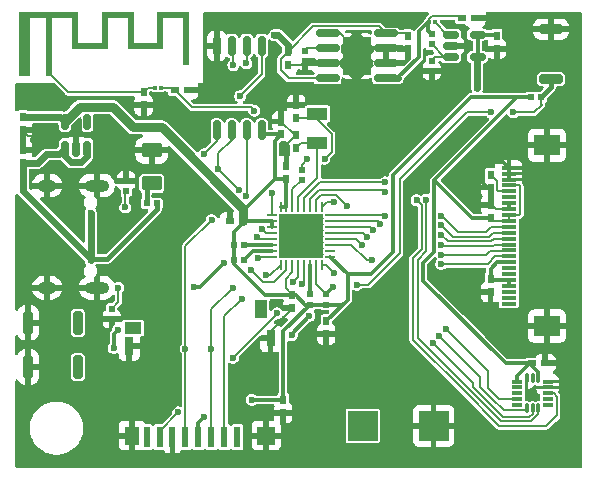
<source format=gbr>
%TF.GenerationSoftware,KiCad,Pcbnew,9.0.2*%
%TF.CreationDate,2025-12-06T23:29:51-05:00*%
%TF.ProjectId,taskmonitor,7461736b-6d6f-46e6-9974-6f722e6b6963,rev?*%
%TF.SameCoordinates,Original*%
%TF.FileFunction,Copper,L1,Top*%
%TF.FilePolarity,Positive*%
%FSLAX46Y46*%
G04 Gerber Fmt 4.6, Leading zero omitted, Abs format (unit mm)*
G04 Created by KiCad (PCBNEW 9.0.2) date 2025-12-06 23:29:51*
%MOMM*%
%LPD*%
G01*
G04 APERTURE LIST*
G04 Aperture macros list*
%AMRoundRect*
0 Rectangle with rounded corners*
0 $1 Rounding radius*
0 $2 $3 $4 $5 $6 $7 $8 $9 X,Y pos of 4 corners*
0 Add a 4 corners polygon primitive as box body*
4,1,4,$2,$3,$4,$5,$6,$7,$8,$9,$2,$3,0*
0 Add four circle primitives for the rounded corners*
1,1,$1+$1,$2,$3*
1,1,$1+$1,$4,$5*
1,1,$1+$1,$6,$7*
1,1,$1+$1,$8,$9*
0 Add four rect primitives between the rounded corners*
20,1,$1+$1,$2,$3,$4,$5,0*
20,1,$1+$1,$4,$5,$6,$7,0*
20,1,$1+$1,$6,$7,$8,$9,0*
20,1,$1+$1,$8,$9,$2,$3,0*%
G04 Aperture macros list end*
%TA.AperFunction,EtchedComponent*%
%ADD10C,0.000000*%
%TD*%
%TA.AperFunction,SMDPad,CuDef*%
%ADD11RoundRect,0.200000X0.200000X0.800000X-0.200000X0.800000X-0.200000X-0.800000X0.200000X-0.800000X0*%
%TD*%
%TA.AperFunction,SMDPad,CuDef*%
%ADD12R,1.800000X1.000000*%
%TD*%
%TA.AperFunction,SMDPad,CuDef*%
%ADD13R,0.540000X0.790100*%
%TD*%
%TA.AperFunction,SMDPad,CuDef*%
%ADD14R,0.540000X0.565700*%
%TD*%
%TA.AperFunction,SMDPad,CuDef*%
%ADD15R,0.790100X0.540000*%
%TD*%
%TA.AperFunction,SMDPad,CuDef*%
%ADD16RoundRect,0.200000X0.800000X-0.200000X0.800000X0.200000X-0.800000X0.200000X-0.800000X-0.200000X0*%
%TD*%
%TA.AperFunction,SMDPad,CuDef*%
%ADD17RoundRect,0.150000X-0.825000X-0.150000X0.825000X-0.150000X0.825000X0.150000X-0.825000X0.150000X0*%
%TD*%
%TA.AperFunction,HeatsinkPad*%
%ADD18C,0.500000*%
%TD*%
%TA.AperFunction,HeatsinkPad*%
%ADD19R,2.410000X3.300000*%
%TD*%
%TA.AperFunction,SMDPad,CuDef*%
%ADD20RoundRect,0.150000X0.150000X-0.512500X0.150000X0.512500X-0.150000X0.512500X-0.150000X-0.512500X0*%
%TD*%
%TA.AperFunction,SMDPad,CuDef*%
%ADD21RoundRect,0.062500X-0.337500X-0.062500X0.337500X-0.062500X0.337500X0.062500X-0.337500X0.062500X0*%
%TD*%
%TA.AperFunction,SMDPad,CuDef*%
%ADD22RoundRect,0.062500X-0.062500X-0.337500X0.062500X-0.337500X0.062500X0.337500X-0.062500X0.337500X0*%
%TD*%
%TA.AperFunction,HeatsinkPad*%
%ADD23R,3.700000X3.700000*%
%TD*%
%TA.AperFunction,SMDPad,CuDef*%
%ADD24RoundRect,0.075000X-0.387500X-0.075000X0.387500X-0.075000X0.387500X0.075000X-0.387500X0.075000X0*%
%TD*%
%TA.AperFunction,SMDPad,CuDef*%
%ADD25RoundRect,0.075000X-0.075000X-0.325000X0.075000X-0.325000X0.075000X0.325000X-0.075000X0.325000X0*%
%TD*%
%TA.AperFunction,SMDPad,CuDef*%
%ADD26RoundRect,0.075000X0.125000X0.075000X-0.125000X0.075000X-0.125000X-0.075000X0.125000X-0.075000X0*%
%TD*%
%TA.AperFunction,SMDPad,CuDef*%
%ADD27RoundRect,0.162500X-0.162500X0.650000X-0.162500X-0.650000X0.162500X-0.650000X0.162500X0.650000X0*%
%TD*%
%TA.AperFunction,SMDPad,CuDef*%
%ADD28R,1.300000X0.300000*%
%TD*%
%TA.AperFunction,SMDPad,CuDef*%
%ADD29R,2.200000X1.800000*%
%TD*%
%TA.AperFunction,SMDPad,CuDef*%
%ADD30R,0.565700X0.540000*%
%TD*%
%TA.AperFunction,SMDPad,CuDef*%
%ADD31R,0.600000X1.750000*%
%TD*%
%TA.AperFunction,SMDPad,CuDef*%
%ADD32R,1.450000X1.000000*%
%TD*%
%TA.AperFunction,SMDPad,CuDef*%
%ADD33R,1.000000X1.550000*%
%TD*%
%TA.AperFunction,SMDPad,CuDef*%
%ADD34R,0.800000X1.500000*%
%TD*%
%TA.AperFunction,SMDPad,CuDef*%
%ADD35R,0.800000X1.400000*%
%TD*%
%TA.AperFunction,SMDPad,CuDef*%
%ADD36R,1.500000X1.500000*%
%TD*%
%TA.AperFunction,SMDPad,CuDef*%
%ADD37R,1.300000X1.500000*%
%TD*%
%TA.AperFunction,SMDPad,CuDef*%
%ADD38R,2.500000X2.500000*%
%TD*%
%TA.AperFunction,SMDPad,CuDef*%
%ADD39RoundRect,0.150000X-0.512500X-0.150000X0.512500X-0.150000X0.512500X0.150000X-0.512500X0.150000X0*%
%TD*%
%TA.AperFunction,SMDPad,CuDef*%
%ADD40RoundRect,0.250000X-0.625000X0.375000X-0.625000X-0.375000X0.625000X-0.375000X0.625000X0.375000X0*%
%TD*%
%TA.AperFunction,ConnectorPad*%
%ADD41R,0.500000X0.500000*%
%TD*%
%TA.AperFunction,ComponentPad*%
%ADD42R,0.900000X0.500000*%
%TD*%
%TA.AperFunction,HeatsinkPad*%
%ADD43O,1.600000X1.000000*%
%TD*%
%TA.AperFunction,HeatsinkPad*%
%ADD44O,2.100000X1.000000*%
%TD*%
%TA.AperFunction,ViaPad*%
%ADD45C,0.600000*%
%TD*%
%TA.AperFunction,Conductor*%
%ADD46C,0.400000*%
%TD*%
%TA.AperFunction,Conductor*%
%ADD47C,0.200000*%
%TD*%
%TA.AperFunction,Conductor*%
%ADD48C,0.300000*%
%TD*%
%TA.AperFunction,Conductor*%
%ADD49C,0.600000*%
%TD*%
%TA.AperFunction,Conductor*%
%ADD50C,0.800000*%
%TD*%
G04 APERTURE END LIST*
D10*
%TA.AperFunction,EtchedComponent*%
%TO.C,AE1*%
G36*
X75650000Y-83190000D02*
G01*
X77650000Y-83190000D01*
X77650000Y-80550000D01*
X80350000Y-80550000D01*
X80350000Y-83190000D01*
X82350000Y-83190000D01*
X82350000Y-80550000D01*
X85050000Y-80550000D01*
X85050000Y-84990000D01*
X84550000Y-84990000D01*
X84550000Y-81050000D01*
X82850000Y-81050000D01*
X82850000Y-83690000D01*
X79850000Y-83690000D01*
X79850000Y-81050000D01*
X78150000Y-81050000D01*
X78150000Y-83690000D01*
X75150000Y-83690000D01*
X75150000Y-81050000D01*
X73450000Y-81050000D01*
X73450000Y-85950000D01*
X72950000Y-85950000D01*
X72950000Y-81050000D01*
X71550000Y-81050000D01*
X71550000Y-85950000D01*
X70650000Y-85950000D01*
X70650000Y-85706785D01*
X70952417Y-85706785D01*
X70962258Y-85754395D01*
X70986326Y-85796797D01*
X71024269Y-85829581D01*
X71032181Y-85833935D01*
X71074844Y-85846043D01*
X71123363Y-85845300D01*
X71168878Y-85832400D01*
X71187489Y-85821787D01*
X71221132Y-85786553D01*
X71241691Y-85741368D01*
X71248222Y-85691842D01*
X71239782Y-85643583D01*
X71222888Y-85611357D01*
X71187628Y-85578687D01*
X71142318Y-85558592D01*
X71092733Y-85552018D01*
X71044647Y-85559908D01*
X71011755Y-85576814D01*
X70976815Y-85613584D01*
X70957153Y-85658378D01*
X70952417Y-85706785D01*
X70650000Y-85706785D01*
X70650000Y-80550000D01*
X75650000Y-80550000D01*
X75650000Y-83190000D01*
G37*
%TD.AperFunction*%
%TD*%
D11*
%TO.P,BOOT1,1,1*%
%TO.N,/BOOT*%
X75625000Y-106850000D03*
%TO.P,BOOT1,2,2*%
%TO.N,GND*%
X71425000Y-106850000D03*
%TD*%
D12*
%TO.P,Y1,1,1*%
%TO.N,/XTAL_N*%
X95925000Y-91650000D03*
%TO.P,Y1,2,2*%
%TO.N,/XTAL_P*%
X95925000Y-89150000D03*
%TD*%
D13*
%TO.P,C2,1*%
%TO.N,+5V*%
X70975000Y-93300000D03*
%TO.P,C2,2*%
%TO.N,GND*%
X70975000Y-92209800D03*
%TD*%
D14*
%TO.P,R9,1*%
%TO.N,/XTAL_P*%
X94575000Y-93909400D03*
%TO.P,R9,2*%
%TO.N,Net-(U3-XTAL_P)*%
X94575000Y-94775000D03*
%TD*%
D13*
%TO.P,C18,1*%
%TO.N,GND*%
X110575000Y-96900000D03*
%TO.P,C18,2*%
%TO.N,+3.3V*%
X110575000Y-97990200D03*
%TD*%
D14*
%TO.P,R2,1*%
%TO.N,GND*%
X94875000Y-84665600D03*
%TO.P,R2,2*%
%TO.N,Net-(U2-PROG)*%
X94875000Y-83800000D03*
%TD*%
D15*
%TO.P,C20,1*%
%TO.N,GND*%
X115220100Y-110275000D03*
%TO.P,C20,2*%
%TO.N,+3.3V*%
X114129900Y-110275000D03*
%TD*%
D16*
%TO.P,SW1,1,1*%
%TO.N,/SEL1*%
X115700000Y-86200000D03*
%TO.P,SW1,2,2*%
%TO.N,GND*%
X115700000Y-82000000D03*
%TD*%
D14*
%TO.P,R5,1*%
%TO.N,+3.3V*%
X96650000Y-105315600D03*
%TO.P,R5,2*%
%TO.N,/BOOT*%
X96650000Y-104450000D03*
%TD*%
D13*
%TO.P,C6,1*%
%TO.N,+3.3V*%
X70975000Y-89434800D03*
%TO.P,C6,2*%
%TO.N,GND*%
X70975000Y-90525000D03*
%TD*%
D17*
%TO.P,U2,1,TEMP*%
%TO.N,GND*%
X96775000Y-82350000D03*
%TO.P,U2,2,PROG*%
%TO.N,Net-(U2-PROG)*%
X96775000Y-83620000D03*
%TO.P,U2,3,GND*%
%TO.N,GND*%
X96775000Y-84890000D03*
%TO.P,U2,4,V_{CC}*%
%TO.N,+5V*%
X96775000Y-86160000D03*
%TO.P,U2,5,BAT*%
%TO.N,/BAT*%
X101725000Y-86160000D03*
%TO.P,U2,6,~{STDBY}*%
%TO.N,GND*%
X101725000Y-84890000D03*
%TO.P,U2,7,~{CHRG}*%
X101725000Y-83620000D03*
%TO.P,U2,8,CE*%
%TO.N,+5V*%
X101725000Y-82350000D03*
D18*
%TO.P,U2,9,EPAD*%
%TO.N,GND*%
X98550000Y-83055000D03*
X98550000Y-84255000D03*
X98550000Y-85455000D03*
D19*
X99250000Y-84255000D03*
D18*
X99950000Y-83055000D03*
X99950000Y-84255000D03*
X99950000Y-85455000D03*
%TD*%
D13*
%TO.P,C4,1*%
%TO.N,GND*%
X103575000Y-83695100D03*
%TO.P,C4,2*%
%TO.N,+5V*%
X103575000Y-82604900D03*
%TD*%
D20*
%TO.P,U7,1,VIN*%
%TO.N,+5V*%
X74550000Y-92100000D03*
%TO.P,U7,2,GND*%
%TO.N,GND*%
X75500000Y-92100000D03*
%TO.P,U7,3,EN*%
%TO.N,+5V*%
X76450000Y-92100000D03*
%TO.P,U7,4,NC*%
%TO.N,unconnected-(U7-NC-Pad4)*%
X76450000Y-89825000D03*
%TO.P,U7,5,VOUT*%
%TO.N,+3.3V*%
X74550000Y-89825000D03*
%TD*%
D21*
%TO.P,U3,1,LNA_IN*%
%TO.N,Net-(U3-LNA_IN)*%
X92100000Y-97750000D03*
%TO.P,U3,2,VDD3P3*%
%TO.N,+3.3V*%
X92100000Y-98250000D03*
%TO.P,U3,3,VDD3P3*%
X92100000Y-98750000D03*
%TO.P,U3,4,XTAL_32K_P*%
%TO.N,/SPI7*%
X92100000Y-99250000D03*
%TO.P,U3,5,XTAL_32K_N*%
%TO.N,/CLK*%
X92100000Y-99750000D03*
%TO.P,U3,6,GPIO2*%
%TO.N,Net-(U3-GPIO2)*%
X92100000Y-100250000D03*
%TO.P,U3,7,CHIP_EN*%
%TO.N,EN*%
X92100000Y-100750000D03*
%TO.P,U3,8,GPIO3*%
%TO.N,/SPI1*%
X92100000Y-101250000D03*
D22*
%TO.P,U3,9,MTMS*%
%TO.N,/SD1*%
X92800000Y-101950000D03*
%TO.P,U3,10,MTDI*%
%TO.N,/MOSI*%
X93300000Y-101950000D03*
%TO.P,U3,11,VDD3P3_RTC*%
%TO.N,+3.3V*%
X93800000Y-101950000D03*
%TO.P,U3,12,MTCK*%
%TO.N,/SPI6*%
X94300000Y-101950000D03*
%TO.P,U3,13,MTDO*%
%TO.N,/MISO*%
X94800000Y-101950000D03*
%TO.P,U3,14,GPIO8*%
%TO.N,Net-(U3-GPIO8)*%
X95300000Y-101950000D03*
%TO.P,U3,15,GPIO9*%
%TO.N,/BOOT*%
X95800000Y-101950000D03*
%TO.P,U3,16,GPIO10*%
%TO.N,/SEL1*%
X96300000Y-101950000D03*
D21*
%TO.P,U3,17,VDD3P3_CPU*%
%TO.N,+3.3V*%
X97000000Y-101250000D03*
%TO.P,U3,18,VDD_SPI*%
%TO.N,unconnected-(U3-VDD_SPI-Pad18)*%
X97000000Y-100750000D03*
%TO.P,U3,19,SPIHD*%
%TO.N,/BUSY*%
X97000000Y-100250000D03*
%TO.P,U3,20,SPIWP*%
%TO.N,/RES#*%
X97000000Y-99750000D03*
%TO.P,U3,21,SPICS0*%
%TO.N,/D{slash}C#*%
X97000000Y-99250000D03*
%TO.P,U3,22,SPICLK*%
%TO.N,/CS*%
X97000000Y-98750000D03*
%TO.P,U3,23,SPID*%
%TO.N,/SDIO*%
X97000000Y-98250000D03*
%TO.P,U3,24,SPIQ*%
%TO.N,/SCK*%
X97000000Y-97750000D03*
D22*
%TO.P,U3,25,GPIO18*%
%TO.N,/D-*%
X96300000Y-97050000D03*
%TO.P,U3,26,GPIO19*%
%TO.N,/D+*%
X95800000Y-97050000D03*
%TO.P,U3,27,U0RXD*%
%TO.N,/INT1*%
X95300000Y-97050000D03*
%TO.P,U3,28,U0TXD*%
%TO.N,/CS2*%
X94800000Y-97050000D03*
%TO.P,U3,29,XTAL_N*%
%TO.N,/XTAL_N*%
X94300000Y-97050000D03*
%TO.P,U3,30,XTAL_P*%
%TO.N,Net-(U3-XTAL_P)*%
X93800000Y-97050000D03*
%TO.P,U3,31,VDDA*%
%TO.N,+3.3V*%
X93300000Y-97050000D03*
%TO.P,U3,32,VDDA*%
X92800000Y-97050000D03*
D23*
%TO.P,U3,33,GND*%
%TO.N,GND*%
X94550000Y-99500000D03*
%TD*%
D24*
%TO.P,U6,1,V_{DD_I/O}*%
%TO.N,+3.3V*%
X112850000Y-111825000D03*
%TO.P,U6,2*%
%TO.N,N/C*%
X112850000Y-112325000D03*
%TO.P,U6,3,RES*%
%TO.N,unconnected-(U6-RES-Pad3)*%
X112850000Y-112825000D03*
%TO.P,U6,4,SCLK*%
%TO.N,/CLK*%
X112850000Y-113325000D03*
%TO.P,U6,5,ADC_IN*%
%TO.N,unconnected-(U6-ADC_IN-Pad5)*%
X112850000Y-113825000D03*
D25*
%TO.P,U6,6,MOSI*%
%TO.N,/MOSI*%
X113637500Y-114100000D03*
%TO.P,U6,7,MISO*%
%TO.N,/MISO*%
X114137500Y-114100000D03*
%TO.P,U6,8,~{CS}*%
%TO.N,/CS2*%
X114637500Y-114100000D03*
D24*
%TO.P,U6,9,INT2*%
%TO.N,unconnected-(U6-INT2-Pad9)*%
X115425000Y-113825000D03*
%TO.P,U6,10,RES*%
%TO.N,unconnected-(U6-RES-Pad10)*%
X115425000Y-113325000D03*
%TO.P,U6,11,INT1*%
%TO.N,/INT1*%
X115425000Y-112825000D03*
%TO.P,U6,12,GND*%
%TO.N,GND*%
X115425000Y-112325000D03*
%TO.P,U6,13,GND*%
X115425000Y-111825000D03*
D25*
%TO.P,U6,14,V_{S}*%
%TO.N,+3.3V*%
X114637500Y-111550000D03*
%TO.P,U6,15*%
%TO.N,N/C*%
X114137500Y-111550000D03*
%TO.P,U6,16,GND*%
%TO.N,GND*%
X113637500Y-111550000D03*
%TD*%
D26*
%TO.P,L1,1,1*%
%TO.N,Net-(U3-LNA_IN)*%
X82700000Y-86950000D03*
%TO.P,L1,2,2*%
%TO.N,Net-(AE1-Pad1)*%
X82200000Y-86950000D03*
%TD*%
D13*
%TO.P,C13,1*%
%TO.N,GND*%
X81200000Y-88415200D03*
%TO.P,C13,2*%
%TO.N,Net-(AE1-Pad1)*%
X81200000Y-87325000D03*
%TD*%
D14*
%TO.P,R3,1*%
%TO.N,Net-(J1-CC2)*%
X79725000Y-95682800D03*
%TO.P,R3,2*%
%TO.N,GND*%
X79725000Y-94817200D03*
%TD*%
D26*
%TO.P,L2,1,1*%
%TO.N,Net-(U5-SW)*%
X105867500Y-81394400D03*
%TO.P,L2,2,2*%
%TO.N,/BAT*%
X105367500Y-81394400D03*
%TD*%
D13*
%TO.P,C14,1*%
%TO.N,+3.3V*%
X93025000Y-113375000D03*
%TO.P,C14,2*%
%TO.N,GND*%
X93025000Y-114465200D03*
%TD*%
D27*
%TO.P,U4,1,~{CS}*%
%TO.N,/SPI1*%
X91205000Y-83387500D03*
%TO.P,U4,2,DO/IO_{1}*%
%TO.N,/MISO*%
X89935000Y-83387500D03*
%TO.P,U4,3,~{WP}/IO_{2}*%
%TO.N,/SPI6*%
X88665000Y-83387500D03*
%TO.P,U4,4,GND*%
%TO.N,GND*%
X87395000Y-83387500D03*
%TO.P,U4,5,DI/IO_{0}*%
%TO.N,/MOSI*%
X87395000Y-90562500D03*
%TO.P,U4,6,CLK*%
%TO.N,/CLK*%
X88665000Y-90562500D03*
%TO.P,U4,7,~{HOLD}/~{RESET}/IO_{3}*%
%TO.N,/SPI7*%
X89935000Y-90562500D03*
%TO.P,U4,8,VCC*%
%TO.N,+3.3V*%
X91205000Y-90562500D03*
%TD*%
D28*
%TO.P,J4,1,1*%
%TO.N,unconnected-(J4-Pad1)*%
X112125000Y-105225000D03*
%TO.P,J4,2,2*%
%TO.N,unconnected-(J4-Pad2)*%
X112125000Y-104725000D03*
%TO.P,J4,3,3*%
%TO.N,unconnected-(J4-Pad3)*%
X112125000Y-104225000D03*
%TO.P,J4,4,4*%
%TO.N,Net-(C15-Pad2)*%
X112125000Y-103725000D03*
%TO.P,J4,5,5*%
X112125000Y-103225000D03*
%TO.P,J4,6,6*%
%TO.N,unconnected-(J4-Pad6)*%
X112125000Y-102725000D03*
%TO.P,J4,7,7*%
%TO.N,unconnected-(J4-Pad7)*%
X112125000Y-102225000D03*
%TO.P,J4,8,8*%
%TO.N,Net-(C15-Pad2)*%
X112125000Y-101725000D03*
%TO.P,J4,9,9*%
%TO.N,/BUSY*%
X112125000Y-101225000D03*
%TO.P,J4,10,10*%
%TO.N,/RES#*%
X112125000Y-100725000D03*
%TO.P,J4,11,11*%
%TO.N,/D{slash}C#*%
X112125000Y-100225000D03*
%TO.P,J4,12,12*%
%TO.N,/CS*%
X112125000Y-99725000D03*
%TO.P,J4,13,13*%
%TO.N,/SDIO*%
X112125000Y-99225000D03*
%TO.P,J4,14,14*%
%TO.N,/SCK*%
X112125000Y-98725000D03*
%TO.P,J4,15,15*%
%TO.N,+3.3V*%
X112125000Y-98225000D03*
%TO.P,J4,16,16*%
X112125000Y-97725000D03*
%TO.P,J4,17,17*%
%TO.N,GND*%
X112125000Y-97225000D03*
%TO.P,J4,18,18*%
X112125000Y-96725000D03*
%TO.P,J4,19,19*%
%TO.N,unconnected-(J4-Pad19)*%
X112125000Y-96225000D03*
%TO.P,J4,20,20*%
%TO.N,Net-(C19-Pad1)*%
X112125000Y-95725000D03*
%TO.P,J4,21,21*%
%TO.N,+3.3V*%
X112125000Y-95225000D03*
%TO.P,J4,22,22*%
%TO.N,GND*%
X112125000Y-94725000D03*
%TO.P,J4,23,23*%
X112125000Y-94225000D03*
%TO.P,J4,24,24*%
X112125000Y-93725000D03*
D29*
%TO.P,J4,P1,SHIELD*%
X115375000Y-91825000D03*
%TO.P,J4,P2,SHIELD*%
X115375000Y-107125000D03*
%TD*%
D11*
%TO.P,EN1,1,1*%
%TO.N,EN*%
X75625000Y-110600000D03*
%TO.P,EN1,2,2*%
%TO.N,GND*%
X71425000Y-110600000D03*
%TD*%
D15*
%TO.P,C7,1*%
%TO.N,+3.3V*%
X89625000Y-98250000D03*
%TO.P,C7,2*%
%TO.N,GND*%
X88534800Y-98250000D03*
%TD*%
D14*
%TO.P,R12,1*%
%TO.N,GND*%
X105592500Y-85519400D03*
%TO.P,R12,2*%
%TO.N,Net-(U5-FB)*%
X105592500Y-84653800D03*
%TD*%
D13*
%TO.P,C19,1*%
%TO.N,Net-(C19-Pad1)*%
X110575000Y-94309800D03*
%TO.P,C19,2*%
%TO.N,GND*%
X110575000Y-95400000D03*
%TD*%
D30*
%TO.P,R6,1*%
%TO.N,+3.3V*%
X88867200Y-101525000D03*
%TO.P,R6,2*%
%TO.N,EN*%
X89732800Y-101525000D03*
%TD*%
D13*
%TO.P,C16,1*%
%TO.N,GND*%
X111092500Y-83634600D03*
%TO.P,C16,2*%
%TO.N,Net-(J2-Pin_1)*%
X111092500Y-82544400D03*
%TD*%
D31*
%TO.P,Card1,1,DAT2*%
%TO.N,unconnected-(Card1-DAT2-Pad1)*%
X89150000Y-116525000D03*
%TO.P,Card1,2,CD/DAT3*%
%TO.N,/SD1*%
X88049900Y-116525000D03*
%TO.P,Card1,3,CMD*%
%TO.N,/MOSI*%
X86950100Y-116525000D03*
%TO.P,Card1,4,VDD*%
%TO.N,+3.3V*%
X85850000Y-116525000D03*
%TO.P,Card1,5,CLK*%
%TO.N,/CLK*%
X84750000Y-116525000D03*
%TO.P,Card1,6,VSS*%
%TO.N,GND*%
X83649900Y-116525000D03*
%TO.P,Card1,7,DAT0*%
%TO.N,/MISO*%
X82550100Y-116525000D03*
%TO.P,Card1,8,DAT1*%
%TO.N,unconnected-(Card1-DAT1-Pad8)*%
X81450000Y-116525000D03*
D32*
%TO.P,Card1,9,B*%
%TO.N,unconnected-(Card1-B-Pad9)*%
X80325000Y-107300000D03*
D33*
%TO.P,Card1,10,A*%
%TO.N,unconnected-(Card1-A-Pad10)*%
X91150000Y-105725000D03*
D34*
%TO.P,Card1,11,GND*%
%TO.N,GND*%
X79999900Y-108799900D03*
D35*
%TO.P,Card1,12,GND*%
X91950100Y-108149900D03*
D36*
%TO.P,Card1,13,GND*%
X91600100Y-116399800D03*
D37*
%TO.P,Card1,14,GND*%
X80250100Y-116399800D03*
%TD*%
D30*
%TO.P,R8,1*%
%TO.N,Net-(U3-GPIO2)*%
X89725000Y-100250000D03*
%TO.P,R8,2*%
%TO.N,+3.3V*%
X88859400Y-100250000D03*
%TD*%
D38*
%TO.P,J2,1,Pin_1*%
%TO.N,Net-(J2-Pin_1)*%
X99750000Y-115575000D03*
%TD*%
D13*
%TO.P,C3,1*%
%TO.N,GND*%
X94100000Y-90984800D03*
%TO.P,C3,2*%
%TO.N,/XTAL_N*%
X94100000Y-92075000D03*
%TD*%
D38*
%TO.P,J3,1,Pin_1*%
%TO.N,GND*%
X105750000Y-115575000D03*
%TD*%
D13*
%TO.P,C15,1*%
%TO.N,GND*%
X110575000Y-104220100D03*
%TO.P,C15,2*%
%TO.N,Net-(C15-Pad2)*%
X110575000Y-103129900D03*
%TD*%
%TO.P,C12,1*%
%TO.N,GND*%
X92875000Y-89809800D03*
%TO.P,C12,2*%
%TO.N,+3.3V*%
X92875000Y-90900000D03*
%TD*%
%TO.P,C10,1*%
%TO.N,+3.3V*%
X93300000Y-94675000D03*
%TO.P,C10,2*%
%TO.N,GND*%
X93300000Y-93584800D03*
%TD*%
D30*
%TO.P,R1,1*%
%TO.N,+5V*%
X82325000Y-96750000D03*
%TO.P,R1,2*%
%TO.N,Net-(D1-A)*%
X81459400Y-96750000D03*
%TD*%
%TO.P,R10,1*%
%TO.N,+3.3V*%
X114009400Y-87750000D03*
%TO.P,R10,2*%
%TO.N,/SEL1*%
X114875000Y-87750000D03*
%TD*%
D39*
%TO.P,U5,1,SW*%
%TO.N,Net-(U5-SW)*%
X107200000Y-82450000D03*
%TO.P,U5,2,GND*%
%TO.N,GND*%
X107200000Y-83400000D03*
%TO.P,U5,3,FB*%
%TO.N,Net-(U5-FB)*%
X107200000Y-84350000D03*
%TO.P,U5,4,~{SHDN}*%
%TO.N,Net-(J2-Pin_1)*%
X109475000Y-84350000D03*
%TO.P,U5,5,IN*%
X109475000Y-82450000D03*
%TD*%
D14*
%TO.P,R4,1*%
%TO.N,Net-(J1-CC1)*%
X78500000Y-105667200D03*
%TO.P,R4,2*%
%TO.N,GND*%
X78500000Y-106532800D03*
%TD*%
D15*
%TO.P,C11,1*%
%TO.N,GND*%
X84950000Y-87175000D03*
%TO.P,C11,2*%
%TO.N,Net-(U3-LNA_IN)*%
X83859800Y-87175000D03*
%TD*%
%TO.P,C17,1*%
%TO.N,GND*%
X109257700Y-81044400D03*
%TO.P,C17,2*%
%TO.N,/BAT*%
X108167500Y-81044400D03*
%TD*%
D14*
%TO.P,R13,1*%
%TO.N,/BAT*%
X105592500Y-82419400D03*
%TO.P,R13,2*%
%TO.N,Net-(U5-FB)*%
X105592500Y-83285000D03*
%TD*%
D13*
%TO.P,C5,1*%
%TO.N,/XTAL_P*%
X94125000Y-89504900D03*
%TO.P,C5,2*%
%TO.N,GND*%
X94125000Y-88414700D03*
%TD*%
%TO.P,C9,1*%
%TO.N,+3.3V*%
X96675000Y-106734800D03*
%TO.P,C9,2*%
%TO.N,GND*%
X96675000Y-107825000D03*
%TD*%
D40*
%TO.P,D1,1,K*%
%TO.N,GND*%
X81892200Y-92250000D03*
%TO.P,D1,2,A*%
%TO.N,Net-(D1-A)*%
X81892200Y-95050000D03*
%TD*%
D13*
%TO.P,C8,1*%
%TO.N,GND*%
X93800000Y-105590200D03*
%TO.P,C8,2*%
%TO.N,+3.3V*%
X93800000Y-104500000D03*
%TD*%
%TO.P,C1,1*%
%TO.N,+5V*%
X93425000Y-83900000D03*
%TO.P,C1,2*%
%TO.N,GND*%
X93425000Y-84990200D03*
%TD*%
D41*
%TO.P,AE1,1*%
%TO.N,Net-(AE1-Pad1)*%
X73200000Y-85700000D03*
D42*
%TO.P,AE1,2*%
%TO.N,GND*%
X71100000Y-85700000D03*
%TD*%
D14*
%TO.P,R7,1*%
%TO.N,Net-(U3-GPIO8)*%
X95275000Y-104450000D03*
%TO.P,R7,2*%
%TO.N,+3.3V*%
X95275000Y-105315600D03*
%TD*%
D43*
%TO.P,J1,S1,SHIELD*%
%TO.N,GND*%
X73045000Y-103880000D03*
D44*
X77225000Y-103880000D03*
D43*
X73045000Y-95240000D03*
D44*
X77225000Y-95240000D03*
%TD*%
D45*
%TO.N,GND*%
X72950000Y-87950000D03*
X94600000Y-99450000D03*
X102600000Y-81150000D03*
X117775000Y-84800000D03*
%TO.N,/XTAL_P*%
X95075000Y-92950000D03*
X96525000Y-92950000D03*
%TO.N,/SD1*%
X89500000Y-104850000D03*
X91535360Y-102814640D03*
%TO.N,/SCK*%
X106419900Y-97775000D03*
X101625000Y-97775000D03*
%TO.N,/BUSY*%
X100500000Y-101550000D03*
X106401456Y-101871589D03*
%TO.N,/D{slash}C#*%
X100095364Y-99600196D03*
X106419900Y-100272058D03*
%TO.N,/SDIO*%
X106419900Y-98575003D03*
X101226739Y-98468822D03*
%TO.N,/CS*%
X100661051Y-99034509D03*
X106419900Y-99423530D03*
%TO.N,/RES#*%
X99687680Y-100288526D03*
X106393510Y-101071626D03*
%TO.N,+5V*%
X76745978Y-101575251D03*
X76745978Y-97544749D03*
X92275000Y-82500000D03*
%TO.N,/D+*%
X98424479Y-96925521D03*
%TO.N,/D-*%
X97287714Y-96637286D03*
%TO.N,/BOOT*%
X97269695Y-103830305D03*
X75650000Y-106900000D03*
X95234838Y-106275001D03*
X93742420Y-107925000D03*
%TO.N,EN*%
X85479136Y-103820864D03*
X89732800Y-101525000D03*
X78675000Y-108975000D03*
X88000000Y-101801405D03*
X75625000Y-110600000D03*
X79025000Y-107475000D03*
%TO.N,/SPI1*%
X90876020Y-101400000D03*
X89375000Y-87650000D03*
%TO.N,/SPI7*%
X89900000Y-96150000D03*
X91200000Y-98900000D03*
%TO.N,/SPI6*%
X88800000Y-85025000D03*
X93875000Y-103384620D03*
%TO.N,/MOSI*%
X88775000Y-103900000D03*
X86950100Y-109075000D03*
X86300000Y-92582209D03*
X90273595Y-102401405D03*
X106236116Y-107957512D03*
%TO.N,/MISO*%
X94650000Y-103600000D03*
X92500000Y-106050000D03*
X105670429Y-108523199D03*
X89900000Y-84875000D03*
X84150000Y-114425000D03*
X88775000Y-109800000D03*
%TO.N,/CLK*%
X86975000Y-98150000D03*
X84750000Y-109050000D03*
X89300000Y-95582209D03*
X106801803Y-107391825D03*
X90800000Y-99600000D03*
X87533896Y-93816104D03*
%TO.N,/SEL1*%
X97350000Y-102625000D03*
X99275000Y-103625000D03*
X112504520Y-89029520D03*
X110625000Y-89025000D03*
%TO.N,Net-(U3-LNA_IN)*%
X90575000Y-88900000D03*
X92084620Y-95859620D03*
%TO.N,Net-(J1-CC2)*%
X79650000Y-97075000D03*
%TO.N,Net-(J1-CC1)*%
X79075000Y-103875000D03*
%TO.N,Net-(J2-Pin_1)*%
X109450000Y-87000000D03*
X99750000Y-115575000D03*
%TO.N,+3.3V*%
X90375000Y-113375000D03*
X86350100Y-114825000D03*
%TO.N,/INT1*%
X101675000Y-95750000D03*
X104321476Y-96464380D03*
%TO.N,/CS2*%
X101675000Y-94949997D03*
X105119900Y-96414138D03*
%TD*%
D46*
%TO.N,/SEL1*%
X115700000Y-86200000D02*
X115700000Y-86925000D01*
X115700000Y-86925000D02*
X114875000Y-87750000D01*
D47*
%TO.N,/SD1*%
X91535360Y-102814640D02*
X91935360Y-102814640D01*
X91935360Y-102814640D02*
X92800000Y-101950000D01*
D48*
%TO.N,/BOOT*%
X93742420Y-107925000D02*
X93742420Y-107767419D01*
X93742420Y-107767419D02*
X95234838Y-106275001D01*
D47*
%TO.N,/BUSY*%
X106401456Y-101871589D02*
X110328411Y-101871589D01*
X110328411Y-101871589D02*
X110975000Y-101225000D01*
X110975000Y-101225000D02*
X112125000Y-101225000D01*
%TO.N,/RES#*%
X106393510Y-101071626D02*
X110229374Y-101071626D01*
X110229374Y-101071626D02*
X110550000Y-100751000D01*
X110550000Y-100751000D02*
X112099000Y-100751000D01*
X112099000Y-100751000D02*
X112125000Y-100725000D01*
%TO.N,/D{slash}C#*%
X106419900Y-100272058D02*
X106497842Y-100350000D01*
X106497842Y-100350000D02*
X110806200Y-100350000D01*
X110806200Y-100350000D02*
X110931200Y-100225000D01*
X110931200Y-100225000D02*
X112125000Y-100225000D01*
%TO.N,/SCK*%
X106419900Y-97775000D02*
X106469840Y-97775000D01*
X106469840Y-97775000D02*
X107841840Y-99147000D01*
X107841840Y-99147000D02*
X110199000Y-99147000D01*
X110199000Y-99147000D02*
X110600000Y-98746000D01*
X110600000Y-98746000D02*
X112104000Y-98746000D01*
X112104000Y-98746000D02*
X112125000Y-98725000D01*
%TO.N,/CS*%
X106419900Y-99423530D02*
X106945370Y-99949000D01*
X106945370Y-99949000D02*
X110640100Y-99949000D01*
X110864100Y-99725000D02*
X112125000Y-99725000D01*
X110640100Y-99949000D02*
X110864100Y-99725000D01*
%TO.N,/SDIO*%
X106419900Y-98575003D02*
X107392897Y-99548000D01*
X107392897Y-99548000D02*
X110474000Y-99548000D01*
D48*
%TO.N,+3.3V*%
X105794900Y-94775754D02*
X109009346Y-97990200D01*
X109009346Y-97990200D02*
X110575000Y-97990200D01*
D49*
%TO.N,Net-(J2-Pin_1)*%
X109450000Y-84375000D02*
X109475000Y-84350000D01*
X109450000Y-87000000D02*
X109450000Y-84375000D01*
D46*
%TO.N,GND*%
X110600000Y-96900000D02*
X110600000Y-95425000D01*
D47*
X112125000Y-97225000D02*
X111029900Y-97225000D01*
X97845000Y-82350000D02*
X98550000Y-83055000D01*
X96775000Y-82350000D02*
X97845000Y-82350000D01*
D48*
X110298150Y-95400000D02*
X110575000Y-95400000D01*
D47*
X76654468Y-91000000D02*
X71450000Y-91000000D01*
X94050000Y-90984800D02*
X92875000Y-89809800D01*
D48*
X112125000Y-94725000D02*
X112125000Y-93725000D01*
X99885000Y-83620000D02*
X99250000Y-84255000D01*
D47*
X96775000Y-84890000D02*
X98615000Y-84890000D01*
X91950100Y-107565150D02*
X91950100Y-108149900D01*
X111029900Y-97225000D02*
X110600000Y-96795100D01*
X93800000Y-105715250D02*
X91950100Y-107565150D01*
D48*
X101725000Y-83620000D02*
X99885000Y-83620000D01*
X110242750Y-93275000D02*
X109954000Y-93563750D01*
D46*
X110600000Y-95425000D02*
X110625000Y-95400000D01*
D48*
X112125000Y-96725000D02*
X112125000Y-97225000D01*
D47*
X79725000Y-94070532D02*
X76654468Y-91000000D01*
X98615000Y-84890000D02*
X99250000Y-84255000D01*
X94100000Y-90984800D02*
X93300000Y-91784800D01*
X94100000Y-90984800D02*
X94050000Y-90984800D01*
X93300000Y-91784800D02*
X93300000Y-93584800D01*
D48*
X109954000Y-93563750D02*
X109954000Y-95055850D01*
D47*
X93425000Y-84990200D02*
X94550400Y-84990200D01*
D48*
X112125000Y-93725000D02*
X111675000Y-93275000D01*
D47*
X79725000Y-94817200D02*
X79725000Y-94070532D01*
D48*
X109954000Y-95055850D02*
X110298150Y-95400000D01*
D47*
X71450000Y-91000000D02*
X70975000Y-90525000D01*
X94550400Y-84990200D02*
X94875000Y-84665600D01*
X93800000Y-105590200D02*
X93800000Y-105715250D01*
D48*
X111675000Y-93275000D02*
X110242750Y-93275000D01*
D47*
%TO.N,/XTAL_P*%
X94575000Y-93450000D02*
X94575000Y-93909400D01*
X96525000Y-92950000D02*
X97126000Y-92349000D01*
X97126000Y-90849000D02*
X95781900Y-89504900D01*
X94125000Y-89504900D02*
X95570100Y-89504900D01*
X95075000Y-92950000D02*
X94575000Y-93450000D01*
X97126000Y-92349000D02*
X97126000Y-90849000D01*
X95781900Y-89504900D02*
X94125000Y-89504900D01*
X95570100Y-89504900D02*
X95925000Y-89150000D01*
%TO.N,/XTAL_N*%
X95925000Y-94600000D02*
X94300000Y-96225000D01*
X95925000Y-91650000D02*
X95925000Y-94600000D01*
X94300000Y-96225000D02*
X94300000Y-97050000D01*
X95925000Y-91650000D02*
X94525000Y-91650000D01*
X94525000Y-91650000D02*
X94100000Y-92075000D01*
%TO.N,/SD1*%
X88049900Y-106300100D02*
X88049900Y-116525000D01*
X89500000Y-104850000D02*
X88049900Y-106300100D01*
%TO.N,/SCK*%
X97000000Y-97750000D02*
X101600000Y-97750000D01*
X101600000Y-97750000D02*
X101625000Y-97775000D01*
%TO.N,/BUSY*%
X97000000Y-100250000D02*
X98799211Y-100250000D01*
X98799211Y-100250000D02*
X100099211Y-101550000D01*
X100099211Y-101550000D02*
X100500000Y-101550000D01*
%TO.N,/D{slash}C#*%
X97000000Y-99250000D02*
X99745168Y-99250000D01*
X99745168Y-99250000D02*
X100095364Y-99600196D01*
%TO.N,/SDIO*%
X97000000Y-98250000D02*
X101007917Y-98250000D01*
X101007917Y-98250000D02*
X101226739Y-98468822D01*
%TO.N,/CS*%
X100376542Y-98750000D02*
X100661051Y-99034509D01*
X97000000Y-98750000D02*
X100376542Y-98750000D01*
%TO.N,/RES#*%
X97000000Y-99750000D02*
X99149154Y-99750000D01*
X99149154Y-99750000D02*
X99687680Y-100288526D01*
%TO.N,+5V*%
X93425000Y-83900000D02*
X95576000Y-81749000D01*
X101725000Y-82350000D02*
X103320100Y-82350000D01*
D49*
X74050000Y-92600000D02*
X74550000Y-92100000D01*
X93425000Y-83325000D02*
X93425000Y-83900000D01*
X70975000Y-93300000D02*
X72275000Y-93300000D01*
D46*
X78118272Y-101445978D02*
X82325000Y-97239250D01*
D49*
X75076190Y-93263500D02*
X75923810Y-93263500D01*
D46*
X76745978Y-101445978D02*
X78118272Y-101445978D01*
D47*
X92800000Y-84525000D02*
X93425000Y-83900000D01*
D49*
X74550000Y-92737310D02*
X75076190Y-93263500D01*
X76745978Y-97544749D02*
X76745978Y-101575251D01*
X76450000Y-92737310D02*
X76450000Y-92100000D01*
D47*
X96775000Y-86160000D02*
X93485000Y-86160000D01*
D49*
X70975000Y-95675000D02*
X70975000Y-93300000D01*
X92275000Y-82500000D02*
X92600000Y-82500000D01*
X74437500Y-99137500D02*
X70975000Y-95675000D01*
X72975000Y-92600000D02*
X74050000Y-92600000D01*
X72275000Y-93300000D02*
X72975000Y-92600000D01*
D47*
X103320100Y-82350000D02*
X103575000Y-82604900D01*
D49*
X75923810Y-93263500D02*
X76450000Y-92737310D01*
D47*
X93485000Y-86160000D02*
X92800000Y-85475000D01*
D49*
X76745978Y-101575251D02*
X76745978Y-101445978D01*
X76745978Y-101445978D02*
X74437500Y-99137500D01*
X92600000Y-82500000D02*
X93425000Y-83325000D01*
D47*
X101124000Y-81749000D02*
X101725000Y-82350000D01*
X95576000Y-81749000D02*
X101124000Y-81749000D01*
X92800000Y-85475000D02*
X92800000Y-84525000D01*
D46*
X76631592Y-101445978D02*
X76745978Y-101445978D01*
D49*
X74550000Y-92100000D02*
X74550000Y-92737310D01*
D46*
X82325000Y-97239250D02*
X82325000Y-96750000D01*
D47*
%TO.N,/D+*%
X97501958Y-96003000D02*
X96231200Y-96003000D01*
X95800000Y-96434200D02*
X95800000Y-97050000D01*
X96231200Y-96003000D02*
X95800000Y-96434200D01*
X98424479Y-96925521D02*
X97501958Y-96003000D01*
%TO.N,/D-*%
X96712714Y-96637286D02*
X96300000Y-97050000D01*
X97287714Y-96637286D02*
X96712714Y-96637286D01*
%TO.N,Net-(AE1-Pad1)*%
X74825000Y-87325000D02*
X73200000Y-85700000D01*
X81575000Y-86950000D02*
X81200000Y-87325000D01*
X82200000Y-86950000D02*
X81575000Y-86950000D01*
X81200000Y-87325000D02*
X74825000Y-87325000D01*
%TO.N,Net-(U2-PROG)*%
X95055000Y-83620000D02*
X94875000Y-83800000D01*
X96775000Y-83620000D02*
X95055000Y-83620000D01*
D48*
%TO.N,/BOOT*%
X97269695Y-103830305D02*
X96650000Y-104450000D01*
X93742420Y-107925000D02*
X93675000Y-107992420D01*
X75625000Y-106875000D02*
X75650000Y-106900000D01*
X93675000Y-107992420D02*
X93675000Y-108000000D01*
X75625000Y-106850000D02*
X75625000Y-106875000D01*
D47*
X95800000Y-101950000D02*
X95800000Y-103600000D01*
X95800000Y-103600000D02*
X96650000Y-104450000D01*
D48*
%TO.N,EN*%
X90507800Y-100750000D02*
X89732800Y-101525000D01*
X88000000Y-101801405D02*
X85980541Y-103820864D01*
X92100000Y-100750000D02*
X90507800Y-100750000D01*
X78675000Y-108975000D02*
X78675000Y-107825000D01*
X75625000Y-110600000D02*
X75625000Y-110625000D01*
X78675000Y-107825000D02*
X79025000Y-107475000D01*
X85980541Y-103820864D02*
X85479136Y-103820864D01*
D47*
%TO.N,/SPI1*%
X89375000Y-87650000D02*
X91205000Y-85820000D01*
X91026020Y-101250000D02*
X90876020Y-101400000D01*
X91205000Y-85820000D02*
X91205000Y-83387500D01*
X92100000Y-101250000D02*
X91026020Y-101250000D01*
%TO.N,/SPI7*%
X89935000Y-96115000D02*
X89935000Y-90562500D01*
X91550000Y-99250000D02*
X91200000Y-98900000D01*
X92100000Y-99250000D02*
X91550000Y-99250000D01*
X89900000Y-96150000D02*
X89935000Y-96115000D01*
%TO.N,/SPI6*%
X93875000Y-103384620D02*
X94300000Y-102959620D01*
X88800000Y-83522500D02*
X88665000Y-83387500D01*
X88800000Y-85025000D02*
X88800000Y-83522500D01*
X94300000Y-102959620D02*
X94300000Y-101950000D01*
%TO.N,/MOSI*%
X109712115Y-112279215D02*
X110725000Y-113292100D01*
X86300000Y-92582209D02*
X87395000Y-91487209D01*
X111708900Y-114276000D02*
X110725000Y-113292100D01*
X106236116Y-107957512D02*
X109712115Y-111433511D01*
X110725000Y-113292100D02*
X110716450Y-113283550D01*
X88775000Y-103900000D02*
X86950100Y-105724900D01*
X92250158Y-103415640D02*
X91287830Y-103415640D01*
X87395000Y-91487209D02*
X87395000Y-90562500D01*
X93300000Y-101950000D02*
X93300000Y-102365798D01*
X109712115Y-111433511D02*
X109712115Y-112279215D01*
X86950100Y-109075000D02*
X86950100Y-116525000D01*
X86950100Y-105724900D02*
X86950100Y-109075000D01*
X93300000Y-102365798D02*
X92250158Y-103415640D01*
X113637500Y-114100000D02*
X113461500Y-114276000D01*
X113461500Y-114276000D02*
X111708900Y-114276000D01*
X91287830Y-103415640D02*
X90273595Y-102401405D01*
%TO.N,/MISO*%
X109111115Y-112245315D02*
X111666800Y-114801000D01*
X84150000Y-114425000D02*
X82550100Y-116024900D01*
X94800000Y-103450000D02*
X94800000Y-101950000D01*
X92500000Y-106075000D02*
X92500000Y-106050000D01*
X105670429Y-108523199D02*
X109111115Y-111963885D01*
X113870324Y-114801000D02*
X114137500Y-114533824D01*
X89900000Y-84875000D02*
X89900000Y-84700000D01*
X82550100Y-116024900D02*
X82550100Y-116525000D01*
X109111115Y-111963885D02*
X109111115Y-112245315D01*
X89925000Y-84675000D02*
X89925000Y-83397500D01*
X88775000Y-109800000D02*
X92500000Y-106075000D01*
X114137500Y-114533824D02*
X114137500Y-114100000D01*
X89925000Y-83397500D02*
X89935000Y-83387500D01*
X111666800Y-114801000D02*
X113870324Y-114801000D01*
X94650000Y-103600000D02*
X94800000Y-103450000D01*
X89900000Y-84700000D02*
X89925000Y-84675000D01*
%TO.N,/CLK*%
X110342797Y-112342797D02*
X111325000Y-113325000D01*
X90950000Y-99750000D02*
X90800000Y-99600000D01*
X92100000Y-99750000D02*
X90950000Y-99750000D01*
X88665000Y-91385000D02*
X88665000Y-90562500D01*
X86975000Y-98150000D02*
X84750000Y-100375000D01*
X84750000Y-100375000D02*
X84750000Y-109050000D01*
X84750000Y-109050000D02*
X84750000Y-116525000D01*
X89300000Y-95582209D02*
X87533896Y-93816104D01*
X111325000Y-113325000D02*
X112850000Y-113325000D01*
X110342797Y-110932818D02*
X110342797Y-112342797D01*
X87533896Y-93816104D02*
X87533896Y-92516104D01*
X87533896Y-92516104D02*
X88665000Y-91385000D01*
X106801803Y-107391825D02*
X110342797Y-110932818D01*
%TO.N,/SEL1*%
X97350000Y-102625000D02*
X96675000Y-101950000D01*
X102900000Y-100900000D02*
X102900000Y-94700000D01*
X108575000Y-89025000D02*
X110625000Y-89025000D01*
X114900000Y-88375000D02*
X114875000Y-88350000D01*
X99275000Y-103625000D02*
X100175000Y-103625000D01*
X102900000Y-94700000D02*
X108575000Y-89025000D01*
X100175000Y-103625000D02*
X102900000Y-100900000D01*
X114875000Y-88350000D02*
X114875000Y-87750000D01*
X112504520Y-89029520D02*
X112509040Y-89025000D01*
X96675000Y-101950000D02*
X96300000Y-101950000D01*
X112509040Y-89025000D02*
X114250000Y-89025000D01*
X114250000Y-89025000D02*
X114900000Y-88375000D01*
%TO.N,Net-(U3-LNA_IN)*%
X82700000Y-86950000D02*
X83634800Y-86950000D01*
X92100000Y-97750000D02*
X92100000Y-95875000D01*
X85284800Y-88600000D02*
X83859800Y-87175000D01*
X83634800Y-86950000D02*
X83859800Y-87175000D01*
X92100000Y-95875000D02*
X92084620Y-95859620D01*
X90575000Y-88900000D02*
X90275000Y-88600000D01*
X90275000Y-88600000D02*
X85284800Y-88600000D01*
D46*
%TO.N,Net-(D1-A)*%
X81459400Y-96750000D02*
X81459400Y-95482800D01*
X81459400Y-95482800D02*
X81892200Y-95050000D01*
D47*
%TO.N,Net-(J1-CC2)*%
X79650000Y-95757800D02*
X79725000Y-95682800D01*
X79650000Y-97075000D02*
X79650000Y-95757800D01*
%TO.N,Net-(J1-CC1)*%
X79075000Y-105092200D02*
X78500000Y-105667200D01*
X79075000Y-103875000D02*
X79075000Y-105092200D01*
D48*
%TO.N,Net-(J2-Pin_1)*%
X109475000Y-84350000D02*
X109475000Y-82450000D01*
X110998100Y-82450000D02*
X111092500Y-82544400D01*
X109475000Y-82450000D02*
X110998100Y-82450000D01*
%TO.N,Net-(U3-GPIO8)*%
X95300000Y-101950000D02*
X95300000Y-104425000D01*
X95300000Y-104425000D02*
X95275000Y-104450000D01*
%TO.N,Net-(U3-GPIO2)*%
X92100000Y-100250000D02*
X89725000Y-100250000D01*
D47*
%TO.N,Net-(U3-XTAL_P)*%
X93800000Y-95550000D02*
X93800000Y-97050000D01*
X94575000Y-94775000D02*
X93800000Y-95550000D01*
%TO.N,/BAT*%
X105600000Y-80900000D02*
X108023100Y-80900000D01*
D48*
X104550000Y-82160900D02*
X105316500Y-81394400D01*
X105592500Y-82419400D02*
X105316500Y-82143400D01*
D49*
X102735000Y-86160000D02*
X101725000Y-86160000D01*
D48*
X102699999Y-86160000D02*
X104550000Y-84309999D01*
D47*
X105367500Y-81394400D02*
X105367500Y-81132500D01*
D48*
X101725000Y-86160000D02*
X102699999Y-86160000D01*
X105316500Y-82143400D02*
X105316500Y-81394400D01*
D47*
X105367500Y-81132500D02*
X105600000Y-80900000D01*
X108023100Y-80900000D02*
X108167500Y-81044400D01*
D48*
X104550000Y-84309999D02*
X104550000Y-82160900D01*
D47*
%TO.N,Net-(U5-FB)*%
X105896300Y-84350000D02*
X105592500Y-84653800D01*
X107200000Y-84350000D02*
X105896300Y-84350000D01*
X106657500Y-84350000D02*
X105592500Y-83285000D01*
X107200000Y-84350000D02*
X106657500Y-84350000D01*
%TO.N,Net-(U5-SW)*%
X107200000Y-82450000D02*
X106923100Y-82450000D01*
X106923100Y-82450000D02*
X105867500Y-81394400D01*
D48*
%TO.N,Net-(C15-Pad2)*%
X111150000Y-101725000D02*
X110575000Y-102300000D01*
X110575000Y-102300000D02*
X110575000Y-103129900D01*
X112125000Y-103225000D02*
X110670100Y-103225000D01*
X112125000Y-101725000D02*
X111150000Y-101725000D01*
X112125000Y-103725000D02*
X112125000Y-103225000D01*
X110670100Y-103225000D02*
X110575000Y-103129900D01*
D47*
%TO.N,Net-(C19-Pad1)*%
X111223000Y-95725000D02*
X111146000Y-95648000D01*
X112125000Y-95725000D02*
X111223000Y-95725000D01*
X111146000Y-95648000D02*
X111146000Y-94880800D01*
X111146000Y-94880800D02*
X110575000Y-94309800D01*
D48*
%TO.N,+3.3V*%
X89238975Y-102286025D02*
X91452950Y-104500000D01*
X96650000Y-105315600D02*
X97039250Y-105315600D01*
X102325000Y-100837190D02*
X102325000Y-98289800D01*
X112850000Y-111825000D02*
X112850000Y-111332966D01*
X100418595Y-102743595D02*
X102325000Y-100837190D01*
D50*
X82745000Y-90300000D02*
X80325000Y-90300000D01*
D48*
X112864800Y-87750000D02*
X114009400Y-87750000D01*
X88867200Y-101914250D02*
X89238975Y-102286025D01*
D47*
X113027000Y-97725000D02*
X113076000Y-97676000D01*
D48*
X92350000Y-91425000D02*
X92875000Y-90900000D01*
X99235751Y-102743595D02*
X100418595Y-102743595D01*
X98094200Y-105315600D02*
X98500000Y-104909800D01*
X112850000Y-111332966D02*
X113907966Y-110275000D01*
X94885750Y-105315600D02*
X95275000Y-105315600D01*
X85850000Y-115325100D02*
X85850000Y-116525000D01*
D47*
X113076000Y-97676000D02*
X113076000Y-95274000D01*
D50*
X89625000Y-98250000D02*
X89625000Y-97180000D01*
D47*
X93800000Y-101950000D02*
X93800000Y-102538966D01*
D48*
X108900000Y-87750000D02*
X112864800Y-87750000D01*
X95275000Y-105315600D02*
X96650000Y-105315600D01*
X114129900Y-110275000D02*
X111850947Y-110275000D01*
X86350100Y-114825000D02*
X85850000Y-115325100D01*
X104853546Y-103277599D02*
X104853546Y-101746454D01*
X97000000Y-101250000D02*
X98500000Y-102750000D01*
X99229346Y-102750000D02*
X99235751Y-102743595D01*
X105794900Y-94775754D02*
X112820654Y-87750000D01*
X98500000Y-102750000D02*
X98500000Y-104454900D01*
X92350000Y-94550000D02*
X92350000Y-91425000D01*
X88859400Y-99165600D02*
X88859400Y-100250000D01*
X88867200Y-101525000D02*
X88867200Y-101914250D01*
X94070150Y-104500000D02*
X94885750Y-105315600D01*
X88859400Y-100250000D02*
X88859400Y-101517200D01*
X89625000Y-97400000D02*
X92350000Y-94675000D01*
X92800000Y-97050000D02*
X93300000Y-97050000D01*
X98500000Y-104909800D02*
X96675000Y-106734800D01*
X93300000Y-97050000D02*
X93300000Y-94675000D01*
D47*
X93224000Y-103924000D02*
X93800000Y-104500000D01*
D48*
X105769900Y-100830100D02*
X105769900Y-94844900D01*
X114637500Y-111037500D02*
X114129900Y-110529900D01*
X92100000Y-98250000D02*
X89625000Y-98250000D01*
X89625000Y-98400000D02*
X88859400Y-99165600D01*
X98500000Y-104454900D02*
X98500000Y-103479346D01*
X89625000Y-98250000D02*
X89625000Y-98400000D01*
X96650000Y-105315600D02*
X98094200Y-105315600D01*
X98500000Y-104454900D02*
X98500000Y-104909800D01*
X92100000Y-98750000D02*
X92100000Y-98250000D01*
X90375000Y-113375000D02*
X93025000Y-113375000D01*
X92350000Y-94675000D02*
X92350000Y-94550000D01*
X104853546Y-101746454D02*
X105769900Y-100830100D01*
X93025000Y-113375000D02*
X93025000Y-107565600D01*
D47*
X112125000Y-98225000D02*
X110525000Y-98225000D01*
X112125000Y-97725000D02*
X112125000Y-98225000D01*
X93800000Y-102538966D02*
X93224000Y-103114966D01*
D48*
X89625000Y-98250000D02*
X89625000Y-97400000D01*
D50*
X89625000Y-97180000D02*
X82745000Y-90300000D01*
D48*
X98500000Y-102750000D02*
X99229346Y-102750000D01*
D49*
X74159800Y-89434800D02*
X74550000Y-89825000D01*
D48*
X112820654Y-87750000D02*
X112864800Y-87750000D01*
X91452950Y-104500000D02*
X93800000Y-104500000D01*
D50*
X75813500Y-88561500D02*
X74550000Y-89825000D01*
D48*
X92875000Y-90900000D02*
X91542500Y-90900000D01*
X93025000Y-107565600D02*
X95275000Y-105315600D01*
X114129900Y-110529900D02*
X114129900Y-110275000D01*
D50*
X80325000Y-90300000D02*
X78586500Y-88561500D01*
D48*
X91542500Y-90900000D02*
X91205000Y-90562500D01*
D47*
X93800000Y-104459800D02*
X93725000Y-104534800D01*
X112125000Y-97725000D02*
X113027000Y-97725000D01*
X93224000Y-103114966D02*
X93224000Y-103924000D01*
X110525000Y-98225000D02*
X110475000Y-98175000D01*
D49*
X70975000Y-89434800D02*
X74159800Y-89434800D01*
D48*
X93800000Y-104500000D02*
X94070150Y-104500000D01*
X92350000Y-94675000D02*
X93300000Y-94675000D01*
X102325000Y-94325000D02*
X108900000Y-87750000D01*
X102325000Y-98289800D02*
X102325000Y-94325000D01*
X88859400Y-101517200D02*
X88867200Y-101525000D01*
X114637500Y-111550000D02*
X114637500Y-111037500D01*
D47*
X113076000Y-95274000D02*
X113027000Y-95225000D01*
D48*
X111850947Y-110275000D02*
X104853546Y-103277599D01*
D47*
X113027000Y-95225000D02*
X112125000Y-95225000D01*
D48*
X113907966Y-110275000D02*
X114129900Y-110275000D01*
D50*
X78586500Y-88561500D02*
X75813500Y-88561500D01*
D47*
%TO.N,/INT1*%
X104001546Y-107200000D02*
X104001546Y-104025000D01*
X104001546Y-108269946D02*
X104001546Y-107200000D01*
X104001546Y-101393544D02*
X104750000Y-100645090D01*
X104750000Y-100645090D02*
X104750000Y-99275000D01*
X104750000Y-96892904D02*
X104321476Y-96464380D01*
X101527000Y-95602000D02*
X96065100Y-95602000D01*
X104001546Y-104025000D02*
X104001546Y-101393544D01*
X115921324Y-112825000D02*
X116188500Y-113092176D01*
X115425000Y-112825000D02*
X115921324Y-112825000D01*
X110878300Y-115146700D02*
X108653300Y-112921700D01*
X96065100Y-95602000D02*
X95300000Y-96367100D01*
X111334600Y-115603000D02*
X110878300Y-115146700D01*
X95300000Y-96367100D02*
X95300000Y-97050000D01*
X116188500Y-114686500D02*
X115850000Y-115025000D01*
X108653300Y-112921700D02*
X104001546Y-108269946D01*
X116188500Y-113092176D02*
X116188500Y-114686500D01*
X115850000Y-115025000D02*
X115272000Y-115603000D01*
X101675000Y-95750000D02*
X101527000Y-95602000D01*
X104750000Y-99275000D02*
X104750000Y-96892904D01*
X115272000Y-115603000D02*
X111334600Y-115603000D01*
%TO.N,/CS2*%
X94800000Y-96300000D02*
X94800000Y-97050000D01*
X105151000Y-96445238D02*
X105119900Y-96414138D01*
X114036424Y-115202000D02*
X111500700Y-115202000D01*
X114637500Y-114600924D02*
X114036424Y-115202000D01*
X101675000Y-94949997D02*
X96150003Y-94949997D01*
X114637500Y-114100000D02*
X114637500Y-114600924D01*
X111500700Y-115202000D02*
X110911850Y-114613150D01*
X110911850Y-114613150D02*
X104402546Y-108103846D01*
X104402546Y-108103846D02*
X104402546Y-101559644D01*
X105151000Y-100811190D02*
X105151000Y-96445238D01*
X104402546Y-101559644D02*
X105151000Y-100811190D01*
X96150003Y-94949997D02*
X94800000Y-96300000D01*
%TO.N,/SDIO*%
X110474000Y-99548000D02*
X110797000Y-99225000D01*
X110797000Y-99225000D02*
X112125000Y-99225000D01*
%TD*%
%TA.AperFunction,Conductor*%
%TO.N,GND*%
G36*
X118267539Y-80570185D02*
G01*
X118313294Y-80622989D01*
X118324500Y-80674500D01*
X118324500Y-119050500D01*
X118304815Y-119117539D01*
X118252011Y-119163294D01*
X118200500Y-119174500D01*
X70474500Y-119174500D01*
X70407461Y-119154815D01*
X70361706Y-119102011D01*
X70350500Y-119050500D01*
X70350500Y-115627486D01*
X71574500Y-115627486D01*
X71574500Y-115922513D01*
X71604424Y-116149800D01*
X71613007Y-116214993D01*
X71613008Y-116214995D01*
X71689361Y-116499951D01*
X71689364Y-116499961D01*
X71802254Y-116772500D01*
X71802258Y-116772510D01*
X71949761Y-117027993D01*
X72129352Y-117262040D01*
X72129358Y-117262047D01*
X72337952Y-117470641D01*
X72337959Y-117470647D01*
X72572006Y-117650238D01*
X72827489Y-117797741D01*
X72827490Y-117797741D01*
X72827493Y-117797743D01*
X72937608Y-117843354D01*
X73058902Y-117893596D01*
X73100048Y-117910639D01*
X73385007Y-117986993D01*
X73677494Y-118025500D01*
X73677501Y-118025500D01*
X73972499Y-118025500D01*
X73972506Y-118025500D01*
X74264993Y-117986993D01*
X74549952Y-117910639D01*
X74822507Y-117797743D01*
X75077994Y-117650238D01*
X75312042Y-117470646D01*
X75520646Y-117262042D01*
X75570061Y-117197644D01*
X79100100Y-117197644D01*
X79106501Y-117257172D01*
X79106503Y-117257179D01*
X79156745Y-117391886D01*
X79156749Y-117391893D01*
X79242909Y-117506987D01*
X79242912Y-117506990D01*
X79358006Y-117593150D01*
X79358013Y-117593154D01*
X79492720Y-117643396D01*
X79492727Y-117643398D01*
X79552255Y-117649799D01*
X79552272Y-117649800D01*
X80000100Y-117649800D01*
X80000100Y-116649800D01*
X79100100Y-116649800D01*
X79100100Y-117197644D01*
X75570061Y-117197644D01*
X75700238Y-117027994D01*
X75847743Y-116772507D01*
X75898570Y-116649800D01*
X75939501Y-116550985D01*
X75939501Y-116550983D01*
X75960633Y-116499967D01*
X75960635Y-116499961D01*
X75960639Y-116499952D01*
X76036993Y-116214993D01*
X76075500Y-115922506D01*
X76075500Y-115627494D01*
X76074887Y-115622838D01*
X76073834Y-115614835D01*
X76072138Y-115601955D01*
X79100100Y-115601955D01*
X79100100Y-116149800D01*
X80000100Y-116149800D01*
X80000100Y-115149800D01*
X79552255Y-115149800D01*
X79492727Y-115156201D01*
X79492720Y-115156203D01*
X79358013Y-115206445D01*
X79358006Y-115206449D01*
X79242912Y-115292609D01*
X79242909Y-115292612D01*
X79156749Y-115407706D01*
X79156745Y-115407713D01*
X79106503Y-115542420D01*
X79106501Y-115542427D01*
X79100100Y-115601955D01*
X76072138Y-115601955D01*
X76053598Y-115461132D01*
X76036993Y-115335007D01*
X75960639Y-115050048D01*
X75847743Y-114777493D01*
X75844729Y-114772273D01*
X75700238Y-114522006D01*
X75520647Y-114287959D01*
X75520641Y-114287952D01*
X75312047Y-114079358D01*
X75312040Y-114079352D01*
X75077993Y-113899761D01*
X74822510Y-113752258D01*
X74822500Y-113752254D01*
X74549961Y-113639364D01*
X74549954Y-113639362D01*
X74549952Y-113639361D01*
X74264993Y-113563007D01*
X74216113Y-113556571D01*
X73972513Y-113524500D01*
X73972506Y-113524500D01*
X73677494Y-113524500D01*
X73677486Y-113524500D01*
X73403366Y-113560590D01*
X73385007Y-113563007D01*
X73151778Y-113625500D01*
X73100048Y-113639361D01*
X73100038Y-113639364D01*
X72827499Y-113752254D01*
X72827489Y-113752258D01*
X72572006Y-113899761D01*
X72337959Y-114079352D01*
X72337952Y-114079358D01*
X72129358Y-114287952D01*
X72129352Y-114287959D01*
X71949761Y-114522006D01*
X71802258Y-114777489D01*
X71802254Y-114777499D01*
X71689364Y-115050038D01*
X71689361Y-115050048D01*
X71615555Y-115325500D01*
X71613008Y-115335004D01*
X71613006Y-115335015D01*
X71574500Y-115627486D01*
X70350500Y-115627486D01*
X70350500Y-111751290D01*
X70370185Y-111684251D01*
X70422989Y-111638496D01*
X70492147Y-111628552D01*
X70555703Y-111657577D01*
X70580617Y-111687140D01*
X70669927Y-111834877D01*
X70790122Y-111955072D01*
X70935604Y-112043019D01*
X70935603Y-112043019D01*
X71097894Y-112093590D01*
X71097893Y-112093590D01*
X71168408Y-112099998D01*
X71168426Y-112099999D01*
X71675000Y-112099999D01*
X71681581Y-112099999D01*
X71752102Y-112093591D01*
X71752107Y-112093590D01*
X71914396Y-112043018D01*
X72059877Y-111955072D01*
X72180072Y-111834877D01*
X72268019Y-111689395D01*
X72318590Y-111527106D01*
X72325000Y-111456572D01*
X72325000Y-110850000D01*
X71675000Y-110850000D01*
X71675000Y-112099999D01*
X71168426Y-112099999D01*
X71174999Y-112099998D01*
X71175000Y-112099998D01*
X71175000Y-110350000D01*
X71675000Y-110350000D01*
X72324999Y-110350000D01*
X72324999Y-109768475D01*
X75024500Y-109768475D01*
X75024500Y-111431517D01*
X75031308Y-111474500D01*
X75039354Y-111525304D01*
X75096950Y-111638342D01*
X75096952Y-111638344D01*
X75096954Y-111638347D01*
X75186652Y-111728045D01*
X75186654Y-111728046D01*
X75186658Y-111728050D01*
X75287387Y-111779374D01*
X75299698Y-111785647D01*
X75393475Y-111800499D01*
X75393481Y-111800500D01*
X75856518Y-111800499D01*
X75950304Y-111785646D01*
X76063342Y-111728050D01*
X76153050Y-111638342D01*
X76210646Y-111525304D01*
X76210646Y-111525302D01*
X76210647Y-111525301D01*
X76225499Y-111431524D01*
X76225500Y-111431519D01*
X76225499Y-109768482D01*
X76210646Y-109674696D01*
X76153050Y-109561658D01*
X76153046Y-109561654D01*
X76153045Y-109561652D01*
X76063347Y-109471954D01*
X76063344Y-109471952D01*
X76063342Y-109471950D01*
X75986517Y-109432805D01*
X75950301Y-109414352D01*
X75856524Y-109399500D01*
X75393482Y-109399500D01*
X75312519Y-109412323D01*
X75299696Y-109414354D01*
X75186658Y-109471950D01*
X75186657Y-109471951D01*
X75186652Y-109471954D01*
X75096954Y-109561652D01*
X75096951Y-109561657D01*
X75039352Y-109674698D01*
X75024500Y-109768475D01*
X72324999Y-109768475D01*
X72324999Y-109743417D01*
X72318591Y-109672897D01*
X72318590Y-109672892D01*
X72268018Y-109510603D01*
X72180072Y-109365122D01*
X72059877Y-109244927D01*
X71914395Y-109156980D01*
X71914396Y-109156980D01*
X71752105Y-109106409D01*
X71752106Y-109106409D01*
X71681572Y-109100000D01*
X71675000Y-109100000D01*
X71675000Y-110350000D01*
X71175000Y-110350000D01*
X71175000Y-109100000D01*
X71174999Y-109099999D01*
X71168436Y-109100000D01*
X71168417Y-109100001D01*
X71097897Y-109106408D01*
X71097892Y-109106409D01*
X70935603Y-109156981D01*
X70790122Y-109244927D01*
X70669927Y-109365122D01*
X70580617Y-109512859D01*
X70529089Y-109560047D01*
X70460229Y-109571885D01*
X70395901Y-109544616D01*
X70356527Y-109486897D01*
X70350500Y-109448709D01*
X70350500Y-108909108D01*
X78174500Y-108909108D01*
X78174500Y-109040892D01*
X78188192Y-109091993D01*
X78208608Y-109168187D01*
X78231069Y-109207090D01*
X78274500Y-109282314D01*
X78367686Y-109375500D01*
X78481814Y-109441392D01*
X78609108Y-109475500D01*
X78609110Y-109475500D01*
X78740890Y-109475500D01*
X78740892Y-109475500D01*
X78868186Y-109441392D01*
X78913900Y-109414998D01*
X78981799Y-109398526D01*
X79047826Y-109421378D01*
X79091017Y-109476299D01*
X79099900Y-109522386D01*
X79099900Y-109597744D01*
X79106301Y-109657272D01*
X79106303Y-109657279D01*
X79156545Y-109791986D01*
X79156549Y-109791993D01*
X79242709Y-109907087D01*
X79242712Y-109907090D01*
X79357806Y-109993250D01*
X79357813Y-109993254D01*
X79492520Y-110043496D01*
X79492527Y-110043498D01*
X79552055Y-110049899D01*
X79552072Y-110049900D01*
X79749900Y-110049900D01*
X80249900Y-110049900D01*
X80447728Y-110049900D01*
X80447744Y-110049899D01*
X80507272Y-110043498D01*
X80507279Y-110043496D01*
X80641986Y-109993254D01*
X80641993Y-109993250D01*
X80757087Y-109907090D01*
X80757090Y-109907087D01*
X80843250Y-109791993D01*
X80843254Y-109791986D01*
X80893496Y-109657279D01*
X80893498Y-109657272D01*
X80899899Y-109597744D01*
X80899900Y-109597727D01*
X80899900Y-109049900D01*
X80249900Y-109049900D01*
X80249900Y-110049900D01*
X79749900Y-110049900D01*
X79749900Y-108923900D01*
X79769585Y-108856861D01*
X79822389Y-108811106D01*
X79873900Y-108799900D01*
X79999900Y-108799900D01*
X79999900Y-108673900D01*
X80019585Y-108606861D01*
X80072389Y-108561106D01*
X80123900Y-108549900D01*
X80899900Y-108549900D01*
X80899900Y-108124500D01*
X80919585Y-108057461D01*
X80972389Y-108011706D01*
X81023900Y-108000500D01*
X81069750Y-108000500D01*
X81069751Y-108000499D01*
X81084568Y-107997552D01*
X81128229Y-107988868D01*
X81128229Y-107988867D01*
X81128231Y-107988867D01*
X81194552Y-107944552D01*
X81238867Y-107878231D01*
X81238867Y-107878229D01*
X81238868Y-107878229D01*
X81247552Y-107834568D01*
X81250500Y-107819748D01*
X81250500Y-106780252D01*
X81250500Y-106780249D01*
X81250499Y-106780247D01*
X81238868Y-106721770D01*
X81238867Y-106721769D01*
X81194552Y-106655447D01*
X81128230Y-106611132D01*
X81128229Y-106611131D01*
X81069752Y-106599500D01*
X81069748Y-106599500D01*
X79580252Y-106599500D01*
X79580247Y-106599500D01*
X79521770Y-106611131D01*
X79521769Y-106611132D01*
X79455447Y-106655447D01*
X79407176Y-106727691D01*
X79353564Y-106772496D01*
X79304074Y-106782800D01*
X78750000Y-106782800D01*
X78750000Y-106990823D01*
X78730315Y-107057862D01*
X78713682Y-107078504D01*
X78624500Y-107167686D01*
X78558608Y-107281812D01*
X78524500Y-107409108D01*
X78524500Y-107428456D01*
X78504815Y-107495495D01*
X78488181Y-107516137D01*
X78394532Y-107609785D01*
X78394528Y-107609791D01*
X78362188Y-107665806D01*
X78348387Y-107689709D01*
X78348386Y-107689712D01*
X78324500Y-107778856D01*
X78324500Y-108566324D01*
X78304815Y-108633363D01*
X78288181Y-108654005D01*
X78274502Y-108667683D01*
X78274500Y-108667686D01*
X78208608Y-108781812D01*
X78188512Y-108856814D01*
X78174500Y-108909108D01*
X70350500Y-108909108D01*
X70350500Y-108001290D01*
X70370185Y-107934251D01*
X70422989Y-107888496D01*
X70492147Y-107878552D01*
X70555703Y-107907577D01*
X70580617Y-107937140D01*
X70669927Y-108084877D01*
X70790122Y-108205072D01*
X70935604Y-108293019D01*
X70935603Y-108293019D01*
X71097894Y-108343590D01*
X71097893Y-108343590D01*
X71168408Y-108349998D01*
X71168426Y-108349999D01*
X71675000Y-108349999D01*
X71681581Y-108349999D01*
X71752102Y-108343591D01*
X71752107Y-108343590D01*
X71914396Y-108293018D01*
X72059877Y-108205072D01*
X72180072Y-108084877D01*
X72268019Y-107939395D01*
X72318590Y-107777106D01*
X72325000Y-107706572D01*
X72325000Y-107100000D01*
X71675000Y-107100000D01*
X71675000Y-108349999D01*
X71168426Y-108349999D01*
X71174999Y-108349998D01*
X71175000Y-108349998D01*
X71175000Y-106600000D01*
X71675000Y-106600000D01*
X72324999Y-106600000D01*
X72324999Y-106018475D01*
X75024500Y-106018475D01*
X75024500Y-107681517D01*
X75034732Y-107746120D01*
X75039354Y-107775304D01*
X75096950Y-107888342D01*
X75096952Y-107888344D01*
X75096954Y-107888347D01*
X75186652Y-107978045D01*
X75186654Y-107978046D01*
X75186658Y-107978050D01*
X75290586Y-108031004D01*
X75299698Y-108035647D01*
X75393475Y-108050499D01*
X75393481Y-108050500D01*
X75856518Y-108050499D01*
X75950304Y-108035646D01*
X76063342Y-107978050D01*
X76153050Y-107888342D01*
X76210646Y-107775304D01*
X76210646Y-107775302D01*
X76210647Y-107775301D01*
X76225499Y-107681524D01*
X76225500Y-107681519D01*
X76225500Y-106863494D01*
X77730000Y-106863494D01*
X77736401Y-106923022D01*
X77736403Y-106923029D01*
X77786645Y-107057736D01*
X77786649Y-107057743D01*
X77872809Y-107172837D01*
X77872812Y-107172840D01*
X77987906Y-107259000D01*
X77987913Y-107259004D01*
X78122620Y-107309246D01*
X78122627Y-107309248D01*
X78182155Y-107315649D01*
X78182172Y-107315650D01*
X78250000Y-107315650D01*
X78250000Y-106782800D01*
X77730000Y-106782800D01*
X77730000Y-106863494D01*
X76225500Y-106863494D01*
X76225499Y-106018482D01*
X76210646Y-105924696D01*
X76153050Y-105811658D01*
X76153046Y-105811654D01*
X76153045Y-105811652D01*
X76063347Y-105721954D01*
X76063344Y-105721952D01*
X76063342Y-105721950D01*
X75974497Y-105676681D01*
X75950301Y-105664352D01*
X75856524Y-105649500D01*
X75393482Y-105649500D01*
X75312519Y-105662323D01*
X75299696Y-105664354D01*
X75186658Y-105721950D01*
X75186657Y-105721951D01*
X75186652Y-105721954D01*
X75096954Y-105811652D01*
X75096951Y-105811657D01*
X75096950Y-105811658D01*
X75095329Y-105814840D01*
X75039352Y-105924698D01*
X75024500Y-106018475D01*
X72324999Y-106018475D01*
X72324999Y-105993417D01*
X72318591Y-105922897D01*
X72318590Y-105922892D01*
X72268018Y-105760603D01*
X72180072Y-105615122D01*
X72059877Y-105494927D01*
X71914395Y-105406980D01*
X71914396Y-105406980D01*
X71752105Y-105356409D01*
X71752106Y-105356409D01*
X71681572Y-105350000D01*
X71675000Y-105350000D01*
X71675000Y-106600000D01*
X71175000Y-106600000D01*
X71175000Y-105350000D01*
X71174999Y-105349999D01*
X71168436Y-105350000D01*
X71168417Y-105350001D01*
X71097897Y-105356408D01*
X71097892Y-105356409D01*
X70935603Y-105406981D01*
X70790122Y-105494927D01*
X70669927Y-105615122D01*
X70580617Y-105762859D01*
X70529089Y-105810047D01*
X70460229Y-105821885D01*
X70395901Y-105794616D01*
X70356527Y-105736897D01*
X70350500Y-105698709D01*
X70350500Y-103630000D01*
X71775138Y-103630000D01*
X72578012Y-103630000D01*
X72560795Y-103639940D01*
X72504940Y-103695795D01*
X72465444Y-103764204D01*
X72445000Y-103840504D01*
X72445000Y-103919496D01*
X72465444Y-103995796D01*
X72504940Y-104064205D01*
X72560795Y-104120060D01*
X72578012Y-104130000D01*
X71775138Y-104130000D01*
X71783430Y-104171690D01*
X71783430Y-104171692D01*
X71858807Y-104353671D01*
X71858814Y-104353684D01*
X71968248Y-104517462D01*
X71968251Y-104517466D01*
X72107533Y-104656748D01*
X72107537Y-104656751D01*
X72271315Y-104766185D01*
X72271328Y-104766192D01*
X72453306Y-104841569D01*
X72453318Y-104841572D01*
X72646504Y-104879999D01*
X72646508Y-104880000D01*
X72795000Y-104880000D01*
X72795000Y-104180000D01*
X73295000Y-104180000D01*
X73295000Y-104880000D01*
X73443492Y-104880000D01*
X73443495Y-104879999D01*
X73636681Y-104841572D01*
X73636693Y-104841569D01*
X73818671Y-104766192D01*
X73818684Y-104766185D01*
X73982462Y-104656751D01*
X73982466Y-104656748D01*
X74121748Y-104517466D01*
X74121751Y-104517462D01*
X74231185Y-104353684D01*
X74231192Y-104353671D01*
X74306569Y-104171692D01*
X74306569Y-104171690D01*
X74314862Y-104130000D01*
X73511988Y-104130000D01*
X73529205Y-104120060D01*
X73585060Y-104064205D01*
X73624556Y-103995796D01*
X73645000Y-103919496D01*
X73645000Y-103840504D01*
X73624556Y-103764204D01*
X73585060Y-103695795D01*
X73529205Y-103639940D01*
X73511988Y-103630000D01*
X74314862Y-103630000D01*
X74306569Y-103588309D01*
X74306569Y-103588307D01*
X74231192Y-103406328D01*
X74231185Y-103406315D01*
X74121751Y-103242537D01*
X74121748Y-103242533D01*
X73982466Y-103103251D01*
X73982462Y-103103248D01*
X73818684Y-102993814D01*
X73818671Y-102993807D01*
X73636693Y-102918430D01*
X73636681Y-102918427D01*
X73443495Y-102880000D01*
X73295000Y-102880000D01*
X73295000Y-103580000D01*
X72795000Y-103580000D01*
X72795000Y-102880000D01*
X72646504Y-102880000D01*
X72453318Y-102918427D01*
X72453306Y-102918430D01*
X72271328Y-102993807D01*
X72271315Y-102993814D01*
X72107537Y-103103248D01*
X72107533Y-103103251D01*
X71968251Y-103242533D01*
X71968248Y-103242537D01*
X71858814Y-103406315D01*
X71858807Y-103406328D01*
X71783430Y-103588307D01*
X71783430Y-103588309D01*
X71775138Y-103630000D01*
X70350500Y-103630000D01*
X70350500Y-96055683D01*
X70370185Y-95988644D01*
X70422989Y-95942889D01*
X70492147Y-95932945D01*
X70555703Y-95961970D01*
X70572877Y-95980198D01*
X70574502Y-95982316D01*
X76226429Y-101634243D01*
X76251938Y-101671288D01*
X76255969Y-101680300D01*
X76279586Y-101768437D01*
X76345478Y-101882565D01*
X76347241Y-101884328D01*
X76352416Y-101895895D01*
X76356293Y-101924433D01*
X76363086Y-101952431D01*
X76360940Y-101958631D01*
X76361823Y-101965129D01*
X76349656Y-101991233D01*
X76340234Y-102018458D01*
X76332959Y-102027057D01*
X76332307Y-102028458D01*
X76331164Y-102029179D01*
X76326908Y-102034212D01*
X76264485Y-102096635D01*
X76188719Y-102227863D01*
X76154178Y-102356776D01*
X76149500Y-102374234D01*
X76149500Y-102525766D01*
X76156397Y-102551507D01*
X76188719Y-102672136D01*
X76199548Y-102690892D01*
X76264485Y-102803365D01*
X76264486Y-102803366D01*
X76268549Y-102810403D01*
X76266346Y-102811674D01*
X76286959Y-102864983D01*
X76272923Y-102933428D01*
X76224112Y-102983420D01*
X76210845Y-102989866D01*
X76201324Y-102993809D01*
X76201315Y-102993814D01*
X76037537Y-103103248D01*
X76037533Y-103103251D01*
X75898251Y-103242533D01*
X75898248Y-103242537D01*
X75788814Y-103406315D01*
X75788807Y-103406328D01*
X75713430Y-103588307D01*
X75713430Y-103588309D01*
X75705138Y-103630000D01*
X76508012Y-103630000D01*
X76490795Y-103639940D01*
X76434940Y-103695795D01*
X76395444Y-103764204D01*
X76375000Y-103840504D01*
X76375000Y-103919496D01*
X76395444Y-103995796D01*
X76434940Y-104064205D01*
X76490795Y-104120060D01*
X76508012Y-104130000D01*
X75705138Y-104130000D01*
X75713430Y-104171690D01*
X75713430Y-104171692D01*
X75788807Y-104353671D01*
X75788814Y-104353684D01*
X75898248Y-104517462D01*
X75898251Y-104517466D01*
X76037533Y-104656748D01*
X76037537Y-104656751D01*
X76201315Y-104766185D01*
X76201328Y-104766192D01*
X76383306Y-104841569D01*
X76383318Y-104841572D01*
X76576504Y-104879999D01*
X76576508Y-104880000D01*
X76975000Y-104880000D01*
X76975000Y-104180000D01*
X77475000Y-104180000D01*
X77475000Y-104880000D01*
X77873492Y-104880000D01*
X77873495Y-104879999D01*
X78066681Y-104841572D01*
X78066693Y-104841569D01*
X78248671Y-104766192D01*
X78248684Y-104766185D01*
X78412462Y-104656751D01*
X78412466Y-104656748D01*
X78551742Y-104517472D01*
X78554642Y-104513939D01*
X78612386Y-104474602D01*
X78682231Y-104472728D01*
X78742001Y-104508912D01*
X78772720Y-104571666D01*
X78774500Y-104592599D01*
X78774500Y-104916367D01*
X78765855Y-104945807D01*
X78759332Y-104975794D01*
X78755577Y-104980809D01*
X78754815Y-104983406D01*
X78738181Y-105004048D01*
X78594698Y-105147531D01*
X78533375Y-105181016D01*
X78507017Y-105183850D01*
X78210247Y-105183850D01*
X78151770Y-105195481D01*
X78151769Y-105195482D01*
X78085447Y-105239797D01*
X78041132Y-105306119D01*
X78041131Y-105306120D01*
X78029500Y-105364597D01*
X78029500Y-105713393D01*
X78009815Y-105780432D01*
X77979812Y-105812659D01*
X77872809Y-105892762D01*
X77786649Y-106007856D01*
X77786645Y-106007863D01*
X77736403Y-106142570D01*
X77736401Y-106142577D01*
X77730000Y-106202105D01*
X77730000Y-106282800D01*
X79270000Y-106282800D01*
X79270000Y-106202122D01*
X79269999Y-106202105D01*
X79263598Y-106142577D01*
X79263596Y-106142570D01*
X79213354Y-106007863D01*
X79213350Y-106007856D01*
X79127190Y-105892762D01*
X79020188Y-105812659D01*
X79017451Y-105809003D01*
X79013297Y-105807106D01*
X78996705Y-105781288D01*
X78978318Y-105756725D01*
X78977302Y-105751097D01*
X78975523Y-105748328D01*
X78970500Y-105713393D01*
X78970500Y-105673033D01*
X78990185Y-105605994D01*
X79006819Y-105585352D01*
X79138942Y-105453229D01*
X79315460Y-105276711D01*
X79330593Y-105250500D01*
X79355021Y-105208189D01*
X79375500Y-105131762D01*
X79375500Y-104333676D01*
X79395185Y-104266637D01*
X79411819Y-104245995D01*
X79438284Y-104219530D01*
X79475500Y-104182314D01*
X79541392Y-104068186D01*
X79575500Y-103940892D01*
X79575500Y-103809108D01*
X79541392Y-103681814D01*
X79475500Y-103567686D01*
X79382314Y-103474500D01*
X79304904Y-103429807D01*
X79268187Y-103408608D01*
X79204539Y-103391554D01*
X79140892Y-103374500D01*
X79009108Y-103374500D01*
X78881811Y-103408608D01*
X78824287Y-103441820D01*
X78756386Y-103458291D01*
X78690360Y-103435439D01*
X78659186Y-103403323D01*
X78551751Y-103242537D01*
X78551748Y-103242533D01*
X78412466Y-103103251D01*
X78412462Y-103103248D01*
X78248684Y-102993814D01*
X78248671Y-102993807D01*
X78066693Y-102918430D01*
X78066681Y-102918427D01*
X77873495Y-102880000D01*
X77475000Y-102880000D01*
X77475000Y-103580000D01*
X76975000Y-103580000D01*
X76975000Y-103041784D01*
X76994685Y-102974745D01*
X77037000Y-102934397D01*
X77078365Y-102910515D01*
X77185515Y-102803365D01*
X77186372Y-102801879D01*
X77206721Y-102766637D01*
X77261279Y-102672138D01*
X77261281Y-102672135D01*
X77300500Y-102525766D01*
X77300500Y-102374234D01*
X77261281Y-102227865D01*
X77185515Y-102096635D01*
X77147039Y-102058159D01*
X77113554Y-101996836D01*
X77118538Y-101927144D01*
X77160410Y-101871211D01*
X77225874Y-101846794D01*
X77234720Y-101846478D01*
X78170997Y-101846478D01*
X78170999Y-101846478D01*
X78272860Y-101819185D01*
X78364185Y-101766458D01*
X82570910Y-97559731D01*
X82570913Y-97559730D01*
X82645480Y-97485163D01*
X82686912Y-97413401D01*
X82698207Y-97393838D01*
X82725500Y-97291977D01*
X82725500Y-97242427D01*
X82745185Y-97175388D01*
X82746399Y-97173535D01*
X82752400Y-97164552D01*
X82752402Y-97164552D01*
X82796717Y-97098231D01*
X82796717Y-97098230D01*
X82796718Y-97098229D01*
X82808349Y-97039752D01*
X82808350Y-97039750D01*
X82808350Y-96460249D01*
X82808349Y-96460247D01*
X82796718Y-96401770D01*
X82796717Y-96401769D01*
X82752402Y-96335447D01*
X82686080Y-96291132D01*
X82686079Y-96291131D01*
X82627602Y-96279500D01*
X82627598Y-96279500D01*
X82022402Y-96279500D01*
X82022394Y-96279500D01*
X82008086Y-96282346D01*
X81987105Y-96280467D01*
X81966253Y-96283466D01*
X81953002Y-96277414D01*
X81938494Y-96276116D01*
X81921858Y-96263191D01*
X81902697Y-96254441D01*
X81894821Y-96242186D01*
X81883319Y-96233250D01*
X81876311Y-96213383D01*
X81864923Y-96195663D01*
X81861387Y-96171076D01*
X81860077Y-96167360D01*
X81859900Y-96160728D01*
X81859900Y-95999500D01*
X81879585Y-95932461D01*
X81932389Y-95886706D01*
X81983900Y-95875500D01*
X82571470Y-95875500D01*
X82601899Y-95872646D01*
X82601901Y-95872646D01*
X82667621Y-95849649D01*
X82730082Y-95827793D01*
X82839350Y-95747150D01*
X82919993Y-95637882D01*
X82949937Y-95552306D01*
X82964846Y-95509701D01*
X82964846Y-95509699D01*
X82967700Y-95479269D01*
X82967700Y-94620730D01*
X82964846Y-94590300D01*
X82964846Y-94590298D01*
X82928526Y-94486505D01*
X82919993Y-94462118D01*
X82839350Y-94352850D01*
X82730082Y-94272207D01*
X82730080Y-94272206D01*
X82601900Y-94227353D01*
X82571470Y-94224500D01*
X82571466Y-94224500D01*
X81212934Y-94224500D01*
X81212930Y-94224500D01*
X81182500Y-94227353D01*
X81182498Y-94227353D01*
X81054319Y-94272206D01*
X81054317Y-94272207D01*
X80945050Y-94352850D01*
X80864407Y-94462117D01*
X80864406Y-94462119D01*
X80819553Y-94590298D01*
X80819553Y-94590300D01*
X80816700Y-94620730D01*
X80816700Y-95479269D01*
X80819553Y-95509699D01*
X80819553Y-95509701D01*
X80864406Y-95637880D01*
X80864407Y-95637882D01*
X80945050Y-95747150D01*
X81008535Y-95794004D01*
X81050784Y-95849649D01*
X81058900Y-95893772D01*
X81058900Y-96257571D01*
X81039215Y-96324610D01*
X81038002Y-96326462D01*
X80987682Y-96401769D01*
X80987681Y-96401770D01*
X80976050Y-96460247D01*
X80976050Y-97039752D01*
X80987681Y-97098229D01*
X80987682Y-97098230D01*
X81031997Y-97164552D01*
X81098319Y-97208867D01*
X81098320Y-97208868D01*
X81156797Y-97220499D01*
X81156800Y-97220500D01*
X81477995Y-97220500D01*
X81545034Y-97240185D01*
X81590789Y-97292989D01*
X81600733Y-97362147D01*
X81571708Y-97425703D01*
X81565676Y-97432181D01*
X77988698Y-101009159D01*
X77927375Y-101042644D01*
X77901017Y-101045478D01*
X77370478Y-101045478D01*
X77303439Y-101025793D01*
X77257684Y-100972989D01*
X77246478Y-100921478D01*
X77246478Y-97478859D01*
X77246478Y-97478857D01*
X77212370Y-97351563D01*
X77146478Y-97237435D01*
X77146473Y-97237430D01*
X77141531Y-97230989D01*
X77142589Y-97230176D01*
X77113157Y-97176276D01*
X77118141Y-97106584D01*
X77146641Y-97062238D01*
X77185515Y-97023365D01*
X77261281Y-96892135D01*
X77300500Y-96745766D01*
X77300500Y-96594234D01*
X77261281Y-96447865D01*
X77185515Y-96316635D01*
X77078365Y-96209485D01*
X77054425Y-96195663D01*
X77036998Y-96185601D01*
X76988784Y-96135033D01*
X76975000Y-96078215D01*
X76975000Y-95540000D01*
X77475000Y-95540000D01*
X77475000Y-96240000D01*
X77873492Y-96240000D01*
X77873495Y-96239999D01*
X78066681Y-96201572D01*
X78066693Y-96201569D01*
X78248671Y-96126192D01*
X78248684Y-96126185D01*
X78412462Y-96016751D01*
X78412466Y-96016748D01*
X78551748Y-95877466D01*
X78551751Y-95877462D01*
X78661185Y-95713684D01*
X78661192Y-95713671D01*
X78736569Y-95531693D01*
X78736572Y-95531681D01*
X78771643Y-95355370D01*
X78804027Y-95293459D01*
X78864743Y-95258885D01*
X78934513Y-95262624D01*
X78991185Y-95303490D01*
X79009442Y-95336229D01*
X79011644Y-95342134D01*
X79011649Y-95342143D01*
X79097809Y-95457237D01*
X79097812Y-95457240D01*
X79204811Y-95537340D01*
X79246682Y-95593273D01*
X79254500Y-95636606D01*
X79254500Y-95985402D01*
X79266131Y-96043879D01*
X79266132Y-96043880D01*
X79310448Y-96110203D01*
X79313181Y-96112936D01*
X79346666Y-96174259D01*
X79349500Y-96200617D01*
X79349500Y-96616323D01*
X79329815Y-96683362D01*
X79313182Y-96704004D01*
X79249500Y-96767686D01*
X79183608Y-96881812D01*
X79158543Y-96975358D01*
X79149500Y-97009108D01*
X79149500Y-97140892D01*
X79162716Y-97190216D01*
X79183608Y-97268187D01*
X79202949Y-97301686D01*
X79249500Y-97382314D01*
X79342686Y-97475500D01*
X79456814Y-97541392D01*
X79584108Y-97575500D01*
X79584110Y-97575500D01*
X79715890Y-97575500D01*
X79715892Y-97575500D01*
X79843186Y-97541392D01*
X79957314Y-97475500D01*
X80050500Y-97382314D01*
X80116392Y-97268186D01*
X80150500Y-97140892D01*
X80150500Y-97009108D01*
X80116392Y-96881814D01*
X80050500Y-96767686D01*
X79986818Y-96704004D01*
X79953334Y-96642680D01*
X79950500Y-96616323D01*
X79950500Y-96280694D01*
X79970185Y-96213655D01*
X80022989Y-96167900D01*
X80050307Y-96159076D01*
X80073231Y-96154517D01*
X80139552Y-96110202D01*
X80183867Y-96043881D01*
X80183867Y-96043879D01*
X80183868Y-96043879D01*
X80195499Y-95985402D01*
X80195500Y-95985400D01*
X80195500Y-95636606D01*
X80215185Y-95569567D01*
X80245189Y-95537340D01*
X80352187Y-95457240D01*
X80352190Y-95457237D01*
X80438350Y-95342143D01*
X80438354Y-95342136D01*
X80488596Y-95207429D01*
X80488598Y-95207422D01*
X80494999Y-95147894D01*
X80495000Y-95147877D01*
X80495000Y-95067200D01*
X78953691Y-95067200D01*
X78895250Y-95099110D01*
X78825559Y-95094124D01*
X78769626Y-95052252D01*
X78747276Y-95002133D01*
X78736570Y-94948310D01*
X78736569Y-94948306D01*
X78661192Y-94766328D01*
X78661185Y-94766315D01*
X78551751Y-94602537D01*
X78551748Y-94602533D01*
X78435720Y-94486505D01*
X78955000Y-94486505D01*
X78955000Y-94567200D01*
X79475000Y-94567200D01*
X79975000Y-94567200D01*
X80495000Y-94567200D01*
X80495000Y-94486522D01*
X80494999Y-94486505D01*
X80488598Y-94426977D01*
X80488596Y-94426970D01*
X80438354Y-94292263D01*
X80438350Y-94292256D01*
X80352190Y-94177162D01*
X80352187Y-94177159D01*
X80237093Y-94090999D01*
X80237086Y-94090995D01*
X80102379Y-94040753D01*
X80102372Y-94040751D01*
X80042844Y-94034350D01*
X79975000Y-94034350D01*
X79975000Y-94567200D01*
X79475000Y-94567200D01*
X79475000Y-94034350D01*
X79407155Y-94034350D01*
X79347627Y-94040751D01*
X79347620Y-94040753D01*
X79212913Y-94090995D01*
X79212906Y-94090999D01*
X79097812Y-94177159D01*
X79097809Y-94177162D01*
X79011649Y-94292256D01*
X79011645Y-94292263D01*
X78961403Y-94426970D01*
X78961401Y-94426977D01*
X78955000Y-94486505D01*
X78435720Y-94486505D01*
X78412466Y-94463251D01*
X78412462Y-94463248D01*
X78248684Y-94353814D01*
X78248671Y-94353807D01*
X78066693Y-94278430D01*
X78066681Y-94278427D01*
X77873495Y-94240000D01*
X77475000Y-94240000D01*
X77475000Y-94940000D01*
X76975000Y-94940000D01*
X76975000Y-94240000D01*
X76576504Y-94240000D01*
X76383318Y-94278427D01*
X76383306Y-94278430D01*
X76201328Y-94353807D01*
X76201315Y-94353814D01*
X76037537Y-94463248D01*
X76037533Y-94463251D01*
X75898251Y-94602533D01*
X75898248Y-94602537D01*
X75788814Y-94766315D01*
X75788807Y-94766328D01*
X75713430Y-94948307D01*
X75713430Y-94948309D01*
X75705138Y-94990000D01*
X76508012Y-94990000D01*
X76490795Y-94999940D01*
X76434940Y-95055795D01*
X76395444Y-95124204D01*
X76375000Y-95200504D01*
X76375000Y-95279496D01*
X76395444Y-95355796D01*
X76434940Y-95424205D01*
X76490795Y-95480060D01*
X76508012Y-95490000D01*
X75705138Y-95490000D01*
X75713430Y-95531690D01*
X75713430Y-95531692D01*
X75788807Y-95713671D01*
X75788814Y-95713684D01*
X75898248Y-95877462D01*
X75898251Y-95877466D01*
X76037533Y-96016748D01*
X76037537Y-96016751D01*
X76201315Y-96126185D01*
X76201328Y-96126192D01*
X76210838Y-96130131D01*
X76265243Y-96173970D01*
X76287310Y-96240264D01*
X76270033Y-96307963D01*
X76266350Y-96313405D01*
X76188719Y-96447863D01*
X76166638Y-96530272D01*
X76149500Y-96594234D01*
X76149500Y-96745766D01*
X76156447Y-96771693D01*
X76188719Y-96892136D01*
X76219010Y-96944600D01*
X76264485Y-97023365D01*
X76264487Y-97023367D01*
X76326907Y-97085787D01*
X76360392Y-97147110D01*
X76355408Y-97216802D01*
X76346613Y-97235468D01*
X76279587Y-97351559D01*
X76279587Y-97351560D01*
X76279587Y-97351561D01*
X76279586Y-97351563D01*
X76245478Y-97478857D01*
X76245478Y-99938302D01*
X76225793Y-100005341D01*
X76172989Y-100051096D01*
X76103831Y-100061040D01*
X76040275Y-100032015D01*
X76033797Y-100025983D01*
X72437863Y-96430049D01*
X72404378Y-96368726D01*
X72409362Y-96299034D01*
X72451234Y-96243101D01*
X72516698Y-96218684D01*
X72549735Y-96220751D01*
X72646504Y-96239999D01*
X72646508Y-96240000D01*
X72795000Y-96240000D01*
X72795000Y-95540000D01*
X73295000Y-95540000D01*
X73295000Y-96240000D01*
X73443492Y-96240000D01*
X73443495Y-96239999D01*
X73636681Y-96201572D01*
X73636693Y-96201569D01*
X73818671Y-96126192D01*
X73818684Y-96126185D01*
X73982462Y-96016751D01*
X73982466Y-96016748D01*
X74121748Y-95877466D01*
X74121751Y-95877462D01*
X74231185Y-95713684D01*
X74231192Y-95713671D01*
X74306569Y-95531692D01*
X74306569Y-95531690D01*
X74314862Y-95490000D01*
X73511988Y-95490000D01*
X73529205Y-95480060D01*
X73585060Y-95424205D01*
X73624556Y-95355796D01*
X73645000Y-95279496D01*
X73645000Y-95200504D01*
X73624556Y-95124204D01*
X73585060Y-95055795D01*
X73529205Y-94999940D01*
X73511988Y-94990000D01*
X74314862Y-94990000D01*
X74306569Y-94948309D01*
X74306569Y-94948307D01*
X74231192Y-94766328D01*
X74231185Y-94766315D01*
X74121751Y-94602537D01*
X74121748Y-94602533D01*
X73982466Y-94463251D01*
X73982462Y-94463248D01*
X73818684Y-94353814D01*
X73818671Y-94353807D01*
X73636693Y-94278430D01*
X73636681Y-94278427D01*
X73443495Y-94240000D01*
X73295000Y-94240000D01*
X73295000Y-94940000D01*
X72795000Y-94940000D01*
X72795000Y-94240000D01*
X72646504Y-94240000D01*
X72453318Y-94278427D01*
X72453306Y-94278430D01*
X72271328Y-94353807D01*
X72271315Y-94353814D01*
X72107537Y-94463248D01*
X72107533Y-94463251D01*
X71968251Y-94602533D01*
X71968248Y-94602537D01*
X71858814Y-94766315D01*
X71858807Y-94766328D01*
X71783430Y-94948307D01*
X71783430Y-94948309D01*
X71775138Y-94990000D01*
X72578012Y-94990000D01*
X72560795Y-94999940D01*
X72504940Y-95055795D01*
X72465444Y-95124204D01*
X72445000Y-95200504D01*
X72445000Y-95279496D01*
X72465444Y-95355796D01*
X72504940Y-95424205D01*
X72560795Y-95480060D01*
X72578012Y-95490000D01*
X71775136Y-95490000D01*
X71737930Y-95535335D01*
X71735740Y-95533538D01*
X71715146Y-95560043D01*
X71649253Y-95583279D01*
X71581258Y-95567202D01*
X71554951Y-95547137D01*
X71511819Y-95504005D01*
X71478334Y-95442682D01*
X71475500Y-95416324D01*
X71475500Y-93924500D01*
X71495185Y-93857461D01*
X71547989Y-93811706D01*
X71599500Y-93800500D01*
X72340890Y-93800500D01*
X72340892Y-93800500D01*
X72468186Y-93766392D01*
X72582314Y-93700500D01*
X73145995Y-93136819D01*
X73207318Y-93103334D01*
X73233676Y-93100500D01*
X74115889Y-93100500D01*
X74115892Y-93100500D01*
X74117306Y-93100121D01*
X74118545Y-93100150D01*
X74123949Y-93099439D01*
X74124059Y-93100281D01*
X74187153Y-93101778D01*
X74237088Y-93132212D01*
X74768876Y-93664000D01*
X74883004Y-93729892D01*
X75010298Y-93764000D01*
X75010300Y-93764000D01*
X75989700Y-93764000D01*
X75989702Y-93764000D01*
X76116996Y-93729892D01*
X76231124Y-93664000D01*
X76850500Y-93044624D01*
X76916392Y-92930496D01*
X76950500Y-92803202D01*
X76950500Y-92674986D01*
X80517201Y-92674986D01*
X80527694Y-92777697D01*
X80582841Y-92944119D01*
X80582843Y-92944124D01*
X80674884Y-93093345D01*
X80798854Y-93217315D01*
X80948075Y-93309356D01*
X80948080Y-93309358D01*
X81114502Y-93364505D01*
X81114509Y-93364506D01*
X81217219Y-93374999D01*
X81642199Y-93374999D01*
X82142200Y-93374999D01*
X82567172Y-93374999D01*
X82567186Y-93374998D01*
X82669897Y-93364505D01*
X82836319Y-93309358D01*
X82836324Y-93309356D01*
X82985545Y-93217315D01*
X83109515Y-93093345D01*
X83201556Y-92944124D01*
X83201558Y-92944119D01*
X83256705Y-92777697D01*
X83256706Y-92777690D01*
X83267199Y-92674986D01*
X83267200Y-92674973D01*
X83267200Y-92500000D01*
X82142200Y-92500000D01*
X82142200Y-93374999D01*
X81642199Y-93374999D01*
X81642200Y-93374998D01*
X81642200Y-92500000D01*
X80517201Y-92500000D01*
X80517201Y-92674986D01*
X76950500Y-92674986D01*
X76950500Y-92671418D01*
X76950500Y-92034108D01*
X76950500Y-92034107D01*
X76950500Y-91554240D01*
X76940573Y-91486107D01*
X76889198Y-91381017D01*
X76889196Y-91381015D01*
X76889196Y-91381014D01*
X76806485Y-91298303D01*
X76701391Y-91246926D01*
X76633261Y-91237000D01*
X76633260Y-91237000D01*
X76268033Y-91237000D01*
X76200994Y-91217315D01*
X76170051Y-91188997D01*
X76167679Y-91185939D01*
X76051561Y-91069821D01*
X76051552Y-91069814D01*
X75910196Y-90986217D01*
X75910193Y-90986216D01*
X75752494Y-90940400D01*
X75752497Y-90940400D01*
X75750000Y-90940203D01*
X75750000Y-91976000D01*
X75730315Y-92043039D01*
X75677511Y-92088794D01*
X75626000Y-92100000D01*
X75374000Y-92100000D01*
X75306961Y-92080315D01*
X75261206Y-92027511D01*
X75250000Y-91976000D01*
X75250000Y-90940203D01*
X75247503Y-90940400D01*
X75089806Y-90986216D01*
X75089803Y-90986217D01*
X74948447Y-91069814D01*
X74948442Y-91069818D01*
X74832316Y-91185945D01*
X74829944Y-91189004D01*
X74827475Y-91190786D01*
X74826802Y-91191460D01*
X74826693Y-91191351D01*
X74773300Y-91229909D01*
X74731967Y-91237000D01*
X74366739Y-91237000D01*
X74298608Y-91246926D01*
X74193514Y-91298303D01*
X74110803Y-91381014D01*
X74059426Y-91486108D01*
X74049500Y-91554239D01*
X74049500Y-91841324D01*
X74040855Y-91870764D01*
X74034332Y-91900751D01*
X74030577Y-91905766D01*
X74029815Y-91908363D01*
X74013181Y-91929005D01*
X73879005Y-92063181D01*
X73817682Y-92096666D01*
X73791324Y-92099500D01*
X72909107Y-92099500D01*
X72781812Y-92133608D01*
X72667686Y-92199500D01*
X72667683Y-92199502D01*
X72104005Y-92763181D01*
X72077077Y-92777884D01*
X72051259Y-92794477D01*
X72045058Y-92795368D01*
X72042682Y-92796666D01*
X72016324Y-92799500D01*
X71867261Y-92799500D01*
X71800222Y-92779815D01*
X71754467Y-92727011D01*
X71743972Y-92662241D01*
X71744999Y-92652686D01*
X71745000Y-92652677D01*
X71745000Y-92459800D01*
X71099000Y-92459800D01*
X71031961Y-92440115D01*
X70986206Y-92387311D01*
X70975000Y-92335800D01*
X70975000Y-92209800D01*
X70849000Y-92209800D01*
X70781961Y-92190115D01*
X70736206Y-92137311D01*
X70725000Y-92085800D01*
X70725000Y-91959800D01*
X71225000Y-91959800D01*
X71745000Y-91959800D01*
X71745000Y-91766922D01*
X71744999Y-91766905D01*
X71738598Y-91707377D01*
X71738596Y-91707370D01*
X71688354Y-91572663D01*
X71688350Y-91572656D01*
X71602190Y-91457562D01*
X71599709Y-91455081D01*
X71598027Y-91452001D01*
X71596875Y-91450462D01*
X71597096Y-91450296D01*
X71566224Y-91393758D01*
X71571208Y-91324066D01*
X71599709Y-91279719D01*
X71602190Y-91277237D01*
X71688350Y-91162143D01*
X71688354Y-91162136D01*
X71738596Y-91027429D01*
X71738598Y-91027422D01*
X71744999Y-90967894D01*
X71745000Y-90967877D01*
X71745000Y-90775000D01*
X71225000Y-90775000D01*
X71225000Y-91959800D01*
X70725000Y-91959800D01*
X70725000Y-90649000D01*
X70744685Y-90581961D01*
X70797489Y-90536206D01*
X70849000Y-90525000D01*
X70975000Y-90525000D01*
X70975000Y-90399000D01*
X70994685Y-90331961D01*
X71047489Y-90286206D01*
X71099000Y-90275000D01*
X71745000Y-90275000D01*
X71745000Y-90082122D01*
X71744999Y-90082113D01*
X71743972Y-90072559D01*
X71756375Y-90003799D01*
X71803984Y-89952660D01*
X71867261Y-89935300D01*
X73862722Y-89935300D01*
X73929761Y-89954985D01*
X73974863Y-90006381D01*
X73979615Y-90016452D01*
X73990423Y-90056785D01*
X74035452Y-90134777D01*
X74037641Y-90139415D01*
X74040903Y-90160251D01*
X74049500Y-90192334D01*
X74049500Y-90370760D01*
X74059426Y-90438891D01*
X74110803Y-90543985D01*
X74193514Y-90626696D01*
X74193515Y-90626696D01*
X74193517Y-90626698D01*
X74298607Y-90678073D01*
X74331778Y-90682906D01*
X74366739Y-90688000D01*
X74366740Y-90688000D01*
X74733261Y-90688000D01*
X74768222Y-90682906D01*
X74801393Y-90678073D01*
X74906483Y-90626698D01*
X74989198Y-90543983D01*
X75040573Y-90438893D01*
X75050500Y-90370760D01*
X75050500Y-90225096D01*
X75070185Y-90158057D01*
X75086815Y-90137419D01*
X75737819Y-89486414D01*
X75799142Y-89452930D01*
X75868834Y-89457914D01*
X75924767Y-89499786D01*
X75949184Y-89565250D01*
X75949500Y-89574096D01*
X75949500Y-90370760D01*
X75959426Y-90438891D01*
X76010803Y-90543985D01*
X76093514Y-90626696D01*
X76093515Y-90626696D01*
X76093517Y-90626698D01*
X76198607Y-90678073D01*
X76231778Y-90682906D01*
X76266739Y-90688000D01*
X76266740Y-90688000D01*
X76633261Y-90688000D01*
X76668222Y-90682906D01*
X76701393Y-90678073D01*
X76806483Y-90626698D01*
X76889198Y-90543983D01*
X76940573Y-90438893D01*
X76950500Y-90370760D01*
X76950500Y-89286000D01*
X76970185Y-89218961D01*
X77022989Y-89173206D01*
X77074500Y-89162000D01*
X78286403Y-89162000D01*
X78353442Y-89181685D01*
X78374084Y-89198319D01*
X79840139Y-90664374D01*
X79840149Y-90664385D01*
X79844479Y-90668715D01*
X79844480Y-90668716D01*
X79956284Y-90780520D01*
X80006373Y-90809438D01*
X80043095Y-90830639D01*
X80043097Y-90830641D01*
X80093213Y-90859576D01*
X80093215Y-90859577D01*
X80245942Y-90900500D01*
X80245943Y-90900500D01*
X81055244Y-90900500D01*
X81122283Y-90920185D01*
X81168038Y-90972989D01*
X81177982Y-91042147D01*
X81148957Y-91105703D01*
X81094248Y-91142206D01*
X80948080Y-91190641D01*
X80948075Y-91190643D01*
X80798854Y-91282684D01*
X80674884Y-91406654D01*
X80582843Y-91555875D01*
X80582841Y-91555880D01*
X80527694Y-91722302D01*
X80527693Y-91722309D01*
X80517200Y-91825013D01*
X80517200Y-92000000D01*
X83267199Y-92000000D01*
X83267199Y-91970796D01*
X83286884Y-91903757D01*
X83339688Y-91858002D01*
X83408846Y-91848058D01*
X83472402Y-91877083D01*
X83478880Y-91883115D01*
X88864084Y-97268319D01*
X88897569Y-97329642D01*
X88892585Y-97399334D01*
X88850713Y-97455267D01*
X88785249Y-97479684D01*
X88785111Y-97479688D01*
X88784800Y-97480000D01*
X88784800Y-98126000D01*
X88765115Y-98193039D01*
X88712311Y-98238794D01*
X88660800Y-98250000D01*
X88408800Y-98250000D01*
X88341761Y-98230315D01*
X88296006Y-98177511D01*
X88284800Y-98126000D01*
X88284800Y-97480000D01*
X88091905Y-97480000D01*
X88032377Y-97486401D01*
X88032370Y-97486403D01*
X87897663Y-97536645D01*
X87897656Y-97536649D01*
X87782562Y-97622809D01*
X87782559Y-97622812D01*
X87696399Y-97737906D01*
X87696395Y-97737913D01*
X87646152Y-97872621D01*
X87644418Y-97879963D01*
X87609844Y-97940679D01*
X87547933Y-97973064D01*
X87478342Y-97966837D01*
X87423164Y-97923975D01*
X87416354Y-97913447D01*
X87385791Y-97860511D01*
X87375500Y-97842686D01*
X87282314Y-97749500D01*
X87175177Y-97687644D01*
X87168187Y-97683608D01*
X87086050Y-97661600D01*
X87040892Y-97649500D01*
X86909108Y-97649500D01*
X86781812Y-97683608D01*
X86667686Y-97749500D01*
X86667683Y-97749502D01*
X86574502Y-97842683D01*
X86574500Y-97842686D01*
X86508608Y-97956812D01*
X86474500Y-98084108D01*
X86474500Y-98174166D01*
X86454815Y-98241205D01*
X86438181Y-98261847D01*
X84565489Y-100134540D01*
X84509541Y-100190487D01*
X84509535Y-100190495D01*
X84469982Y-100259004D01*
X84469979Y-100259009D01*
X84449500Y-100335439D01*
X84449500Y-108591323D01*
X84429815Y-108658362D01*
X84413182Y-108679004D01*
X84349500Y-108742686D01*
X84283608Y-108856812D01*
X84256691Y-108957272D01*
X84249500Y-108984108D01*
X84249500Y-109115892D01*
X84256199Y-109140892D01*
X84283608Y-109243187D01*
X84312515Y-109293254D01*
X84349500Y-109357314D01*
X84349502Y-109357316D01*
X84413181Y-109420995D01*
X84446666Y-109482318D01*
X84449500Y-109508676D01*
X84449500Y-113825495D01*
X84429815Y-113892534D01*
X84377011Y-113938289D01*
X84307853Y-113948233D01*
X84293407Y-113945270D01*
X84215892Y-113924500D01*
X84084108Y-113924500D01*
X83956812Y-113958608D01*
X83842686Y-114024500D01*
X83842683Y-114024502D01*
X83749502Y-114117683D01*
X83749500Y-114117686D01*
X83683608Y-114231812D01*
X83649500Y-114359108D01*
X83649500Y-114449166D01*
X83629815Y-114516205D01*
X83613181Y-114536847D01*
X82736848Y-115413181D01*
X82675525Y-115446666D01*
X82649167Y-115449500D01*
X82230347Y-115449500D01*
X82171870Y-115461131D01*
X82171869Y-115461132D01*
X82105546Y-115505448D01*
X82103151Y-115509034D01*
X82049539Y-115553838D01*
X81980214Y-115562545D01*
X81917186Y-115532390D01*
X81896949Y-115509034D01*
X81894553Y-115505448D01*
X81828230Y-115461132D01*
X81828229Y-115461131D01*
X81769752Y-115449500D01*
X81769748Y-115449500D01*
X81436806Y-115449500D01*
X81369767Y-115429815D01*
X81337540Y-115399811D01*
X81257290Y-115292612D01*
X81257287Y-115292609D01*
X81142193Y-115206449D01*
X81142186Y-115206445D01*
X81007479Y-115156203D01*
X81007472Y-115156201D01*
X80947944Y-115149800D01*
X80500100Y-115149800D01*
X80500100Y-117649800D01*
X80947928Y-117649800D01*
X80947944Y-117649799D01*
X81007476Y-117643398D01*
X81101529Y-117608318D01*
X81144863Y-117600500D01*
X81769750Y-117600500D01*
X81769751Y-117600499D01*
X81784568Y-117597552D01*
X81828229Y-117588868D01*
X81828229Y-117588867D01*
X81828231Y-117588867D01*
X81894552Y-117544552D01*
X81896946Y-117540968D01*
X81950557Y-117496162D01*
X82019882Y-117487453D01*
X82082910Y-117517607D01*
X82103154Y-117540969D01*
X82105548Y-117544552D01*
X82171869Y-117588867D01*
X82171870Y-117588868D01*
X82230347Y-117600499D01*
X82230350Y-117600500D01*
X82813344Y-117600500D01*
X82880383Y-117620185D01*
X82912610Y-117650189D01*
X82992709Y-117757187D01*
X82992712Y-117757190D01*
X83107806Y-117843350D01*
X83107813Y-117843354D01*
X83242520Y-117893596D01*
X83242527Y-117893598D01*
X83302055Y-117899999D01*
X83302072Y-117900000D01*
X83399900Y-117900000D01*
X83399900Y-116649000D01*
X83419585Y-116581961D01*
X83472389Y-116536206D01*
X83523900Y-116525000D01*
X83775900Y-116525000D01*
X83842939Y-116544685D01*
X83888694Y-116597489D01*
X83899900Y-116649000D01*
X83899900Y-117900000D01*
X83997728Y-117900000D01*
X83997744Y-117899999D01*
X84057272Y-117893598D01*
X84057279Y-117893596D01*
X84191986Y-117843354D01*
X84191993Y-117843350D01*
X84307087Y-117757190D01*
X84307090Y-117757187D01*
X84387190Y-117650189D01*
X84443123Y-117608318D01*
X84486456Y-117600500D01*
X85069750Y-117600500D01*
X85069751Y-117600499D01*
X85084568Y-117597552D01*
X85128229Y-117588868D01*
X85128229Y-117588867D01*
X85128231Y-117588867D01*
X85194552Y-117544552D01*
X85196897Y-117541043D01*
X85250508Y-117496237D01*
X85319833Y-117487528D01*
X85382861Y-117517682D01*
X85403103Y-117541043D01*
X85405447Y-117544552D01*
X85471769Y-117588867D01*
X85471770Y-117588868D01*
X85530247Y-117600499D01*
X85530250Y-117600500D01*
X85530252Y-117600500D01*
X86169750Y-117600500D01*
X86169751Y-117600499D01*
X86184568Y-117597552D01*
X86228229Y-117588868D01*
X86228229Y-117588867D01*
X86228231Y-117588867D01*
X86294552Y-117544552D01*
X86296946Y-117540968D01*
X86350557Y-117496162D01*
X86419882Y-117487453D01*
X86482910Y-117517607D01*
X86503154Y-117540969D01*
X86505548Y-117544552D01*
X86571869Y-117588867D01*
X86571870Y-117588868D01*
X86630347Y-117600499D01*
X86630350Y-117600500D01*
X86630352Y-117600500D01*
X87269850Y-117600500D01*
X87269851Y-117600499D01*
X87284668Y-117597552D01*
X87328329Y-117588868D01*
X87328329Y-117588867D01*
X87328331Y-117588867D01*
X87394652Y-117544552D01*
X87396897Y-117541191D01*
X87450509Y-117496386D01*
X87519834Y-117487679D01*
X87582862Y-117517833D01*
X87603103Y-117541192D01*
X87605348Y-117544552D01*
X87671669Y-117588867D01*
X87671670Y-117588868D01*
X87730147Y-117600499D01*
X87730150Y-117600500D01*
X87730152Y-117600500D01*
X88369650Y-117600500D01*
X88369651Y-117600499D01*
X88384468Y-117597552D01*
X88428129Y-117588868D01*
X88428129Y-117588867D01*
X88428131Y-117588867D01*
X88494452Y-117544552D01*
X88496846Y-117540968D01*
X88550457Y-117496162D01*
X88619782Y-117487453D01*
X88682810Y-117517607D01*
X88703054Y-117540969D01*
X88705448Y-117544552D01*
X88771769Y-117588867D01*
X88771770Y-117588868D01*
X88830247Y-117600499D01*
X88830250Y-117600500D01*
X88830252Y-117600500D01*
X89469750Y-117600500D01*
X89469751Y-117600499D01*
X89484568Y-117597552D01*
X89528229Y-117588868D01*
X89528229Y-117588867D01*
X89528231Y-117588867D01*
X89594552Y-117544552D01*
X89638867Y-117478231D01*
X89638867Y-117478229D01*
X89638868Y-117478229D01*
X89650499Y-117419752D01*
X89650500Y-117419750D01*
X89650500Y-117197644D01*
X90350100Y-117197644D01*
X90356501Y-117257172D01*
X90356503Y-117257179D01*
X90406745Y-117391886D01*
X90406749Y-117391893D01*
X90492909Y-117506987D01*
X90492912Y-117506990D01*
X90608006Y-117593150D01*
X90608013Y-117593154D01*
X90742720Y-117643396D01*
X90742727Y-117643398D01*
X90802255Y-117649799D01*
X90802272Y-117649800D01*
X91350100Y-117649800D01*
X91850100Y-117649800D01*
X92397928Y-117649800D01*
X92397944Y-117649799D01*
X92457472Y-117643398D01*
X92457479Y-117643396D01*
X92592186Y-117593154D01*
X92592193Y-117593150D01*
X92707287Y-117506990D01*
X92707290Y-117506987D01*
X92793450Y-117391893D01*
X92793454Y-117391886D01*
X92843696Y-117257179D01*
X92843698Y-117257172D01*
X92850099Y-117197644D01*
X92850100Y-117197627D01*
X92850100Y-116649800D01*
X91850100Y-116649800D01*
X91850100Y-117649800D01*
X91350100Y-117649800D01*
X91350100Y-116649800D01*
X90350100Y-116649800D01*
X90350100Y-117197644D01*
X89650500Y-117197644D01*
X89650500Y-115630250D01*
X89649026Y-115622840D01*
X89649026Y-115622838D01*
X89644872Y-115601955D01*
X90350100Y-115601955D01*
X90350100Y-116149800D01*
X91350100Y-116149800D01*
X91350100Y-115149800D01*
X91850100Y-115149800D01*
X91850100Y-116149800D01*
X92850100Y-116149800D01*
X92850100Y-115601972D01*
X92850099Y-115601955D01*
X92843697Y-115542422D01*
X92843697Y-115542420D01*
X92822704Y-115486139D01*
X92784438Y-115438651D01*
X92775000Y-115391200D01*
X92775000Y-115360250D01*
X93275000Y-115360250D01*
X93342828Y-115360250D01*
X93342844Y-115360249D01*
X93402372Y-115353848D01*
X93402379Y-115353846D01*
X93537086Y-115303604D01*
X93537093Y-115303600D01*
X93652187Y-115217440D01*
X93652190Y-115217437D01*
X93738350Y-115102343D01*
X93738354Y-115102336D01*
X93788596Y-114967629D01*
X93788598Y-114967622D01*
X93794999Y-114908094D01*
X93795000Y-114908077D01*
X93795000Y-114715200D01*
X93275000Y-114715200D01*
X93275000Y-115360250D01*
X92775000Y-115360250D01*
X92775000Y-114715200D01*
X92255000Y-114715200D01*
X92255000Y-114908094D01*
X92261401Y-114967622D01*
X92261403Y-114967632D01*
X92266937Y-114982468D01*
X92271921Y-115052159D01*
X92238435Y-115113482D01*
X92177112Y-115146966D01*
X92150755Y-115149800D01*
X91850100Y-115149800D01*
X91350100Y-115149800D01*
X90802255Y-115149800D01*
X90742727Y-115156201D01*
X90742720Y-115156203D01*
X90608013Y-115206445D01*
X90608006Y-115206449D01*
X90492912Y-115292609D01*
X90492909Y-115292612D01*
X90406749Y-115407706D01*
X90406745Y-115407713D01*
X90356503Y-115542420D01*
X90356501Y-115542427D01*
X90350100Y-115601955D01*
X89644872Y-115601955D01*
X89638867Y-115571770D01*
X89638867Y-115571769D01*
X89594552Y-115505447D01*
X89528230Y-115461132D01*
X89528229Y-115461131D01*
X89469752Y-115449500D01*
X89469748Y-115449500D01*
X88830252Y-115449500D01*
X88830247Y-115449500D01*
X88771770Y-115461131D01*
X88771769Y-115461132D01*
X88705446Y-115505448D01*
X88703051Y-115509034D01*
X88649439Y-115553838D01*
X88580114Y-115562545D01*
X88525601Y-115539380D01*
X88508628Y-115526664D01*
X88494452Y-115505448D01*
X88428131Y-115461133D01*
X88418638Y-115459244D01*
X88400051Y-115445319D01*
X88388090Y-115429328D01*
X88372541Y-115416797D01*
X88367590Y-115401922D01*
X88358202Y-115389370D01*
X88356784Y-115369451D01*
X88350479Y-115350502D01*
X88350400Y-115346081D01*
X88350400Y-114305247D01*
X98299500Y-114305247D01*
X98299500Y-116844752D01*
X98311131Y-116903229D01*
X98311132Y-116903230D01*
X98355447Y-116969552D01*
X98421769Y-117013867D01*
X98421770Y-117013868D01*
X98480247Y-117025499D01*
X98480250Y-117025500D01*
X98480252Y-117025500D01*
X101019750Y-117025500D01*
X101019751Y-117025499D01*
X101034568Y-117022552D01*
X101078229Y-117013868D01*
X101078229Y-117013867D01*
X101078231Y-117013867D01*
X101144552Y-116969552D01*
X101188867Y-116903231D01*
X101188867Y-116903229D01*
X101188868Y-116903229D01*
X101194912Y-116872844D01*
X104000000Y-116872844D01*
X104006401Y-116932372D01*
X104006403Y-116932379D01*
X104056645Y-117067086D01*
X104056649Y-117067093D01*
X104142809Y-117182187D01*
X104142812Y-117182190D01*
X104257906Y-117268350D01*
X104257913Y-117268354D01*
X104392620Y-117318596D01*
X104392627Y-117318598D01*
X104452155Y-117324999D01*
X104452172Y-117325000D01*
X105500000Y-117325000D01*
X106000000Y-117325000D01*
X107047828Y-117325000D01*
X107047844Y-117324999D01*
X107107372Y-117318598D01*
X107107379Y-117318596D01*
X107242086Y-117268354D01*
X107242093Y-117268350D01*
X107357187Y-117182190D01*
X107357190Y-117182187D01*
X107443350Y-117067093D01*
X107443354Y-117067086D01*
X107493596Y-116932379D01*
X107493598Y-116932372D01*
X107499999Y-116872844D01*
X107500000Y-116872827D01*
X107500000Y-115825000D01*
X106000000Y-115825000D01*
X106000000Y-117325000D01*
X105500000Y-117325000D01*
X105500000Y-115825000D01*
X104000000Y-115825000D01*
X104000000Y-116872844D01*
X101194912Y-116872844D01*
X101200499Y-116844752D01*
X101200500Y-116844750D01*
X101200500Y-114305249D01*
X101200499Y-114305247D01*
X101199066Y-114298038D01*
X101199066Y-114298037D01*
X101194912Y-114277155D01*
X104000000Y-114277155D01*
X104000000Y-115325000D01*
X105500000Y-115325000D01*
X106000000Y-115325000D01*
X107500000Y-115325000D01*
X107500000Y-114277172D01*
X107499999Y-114277155D01*
X107493598Y-114217627D01*
X107493596Y-114217620D01*
X107443354Y-114082913D01*
X107443350Y-114082906D01*
X107357190Y-113967812D01*
X107357187Y-113967809D01*
X107242093Y-113881649D01*
X107242086Y-113881645D01*
X107107379Y-113831403D01*
X107107372Y-113831401D01*
X107047844Y-113825000D01*
X106000000Y-113825000D01*
X106000000Y-115325000D01*
X105500000Y-115325000D01*
X105500000Y-113825000D01*
X104452155Y-113825000D01*
X104392627Y-113831401D01*
X104392620Y-113831403D01*
X104257913Y-113881645D01*
X104257906Y-113881649D01*
X104142812Y-113967809D01*
X104142809Y-113967812D01*
X104056649Y-114082906D01*
X104056645Y-114082913D01*
X104006403Y-114217620D01*
X104006401Y-114217627D01*
X104000000Y-114277155D01*
X101194912Y-114277155D01*
X101188867Y-114246770D01*
X101188867Y-114246769D01*
X101144552Y-114180447D01*
X101078230Y-114136132D01*
X101078229Y-114136131D01*
X101019752Y-114124500D01*
X101019748Y-114124500D01*
X98480252Y-114124500D01*
X98480247Y-114124500D01*
X98421770Y-114136131D01*
X98421769Y-114136132D01*
X98355447Y-114180447D01*
X98311132Y-114246769D01*
X98311131Y-114246770D01*
X98299500Y-114305247D01*
X88350400Y-114305247D01*
X88350400Y-110347559D01*
X88370085Y-110280520D01*
X88422889Y-110234765D01*
X88492047Y-110224821D01*
X88536401Y-110240173D01*
X88581808Y-110266389D01*
X88581809Y-110266389D01*
X88581814Y-110266392D01*
X88709108Y-110300500D01*
X88709110Y-110300500D01*
X88840890Y-110300500D01*
X88840892Y-110300500D01*
X88968186Y-110266392D01*
X89082314Y-110200500D01*
X89175500Y-110107314D01*
X89241392Y-109993186D01*
X89275500Y-109865892D01*
X89275500Y-109775832D01*
X89295185Y-109708793D01*
X89311819Y-109688151D01*
X90102227Y-108897744D01*
X91050100Y-108897744D01*
X91056501Y-108957272D01*
X91056503Y-108957279D01*
X91106745Y-109091986D01*
X91106749Y-109091993D01*
X91192909Y-109207087D01*
X91192912Y-109207090D01*
X91308006Y-109293250D01*
X91308013Y-109293254D01*
X91442720Y-109343496D01*
X91442727Y-109343498D01*
X91502255Y-109349899D01*
X91502272Y-109349900D01*
X91700100Y-109349900D01*
X91700100Y-108399900D01*
X91050100Y-108399900D01*
X91050100Y-108897744D01*
X90102227Y-108897744D01*
X90739114Y-108260857D01*
X91063752Y-107936219D01*
X91125075Y-107902734D01*
X91151433Y-107899900D01*
X91826100Y-107899900D01*
X91893139Y-107919585D01*
X91938894Y-107972389D01*
X91950100Y-108023900D01*
X91950100Y-108149900D01*
X92076100Y-108149900D01*
X92143139Y-108169585D01*
X92188894Y-108222389D01*
X92200100Y-108273900D01*
X92200100Y-109349900D01*
X92397928Y-109349900D01*
X92397944Y-109349899D01*
X92457472Y-109343498D01*
X92457476Y-109343497D01*
X92507166Y-109324964D01*
X92576857Y-109319980D01*
X92638181Y-109353464D01*
X92671666Y-109414787D01*
X92674500Y-109441146D01*
X92674500Y-112726319D01*
X92655192Y-112792768D01*
X92641159Y-112814877D01*
X92610448Y-112835398D01*
X92566133Y-112901719D01*
X92557046Y-112947398D01*
X92544638Y-112966949D01*
X92535074Y-112975331D01*
X92529179Y-112986602D01*
X92509298Y-112997922D01*
X92492094Y-113013002D01*
X92479513Y-113014883D01*
X92468463Y-113021176D01*
X92439946Y-113024500D01*
X90783676Y-113024500D01*
X90716637Y-113004815D01*
X90695995Y-112988181D01*
X90682316Y-112974502D01*
X90682314Y-112974500D01*
X90608735Y-112932019D01*
X90568187Y-112908608D01*
X90504539Y-112891554D01*
X90440892Y-112874500D01*
X90309108Y-112874500D01*
X90181812Y-112908608D01*
X90067686Y-112974500D01*
X90067683Y-112974502D01*
X89974502Y-113067683D01*
X89974500Y-113067686D01*
X89908608Y-113181812D01*
X89897607Y-113222870D01*
X89874500Y-113309108D01*
X89874500Y-113440892D01*
X89884929Y-113479815D01*
X89908608Y-113568187D01*
X89913653Y-113576925D01*
X89974500Y-113682314D01*
X90067686Y-113775500D01*
X90181814Y-113841392D01*
X90309108Y-113875500D01*
X90309110Y-113875500D01*
X90440890Y-113875500D01*
X90440892Y-113875500D01*
X90568186Y-113841392D01*
X90682314Y-113775500D01*
X90695995Y-113761819D01*
X90757318Y-113728334D01*
X90783676Y-113725500D01*
X92171306Y-113725500D01*
X92238345Y-113745185D01*
X92284100Y-113797989D01*
X92294044Y-113867147D01*
X92287488Y-113892833D01*
X92261403Y-113962770D01*
X92261401Y-113962777D01*
X92255000Y-114022305D01*
X92255000Y-114215200D01*
X93795000Y-114215200D01*
X93795000Y-114022322D01*
X93794999Y-114022305D01*
X93788598Y-113962777D01*
X93788596Y-113962770D01*
X93738354Y-113828063D01*
X93738350Y-113828056D01*
X93652190Y-113712962D01*
X93545188Y-113632859D01*
X93503318Y-113576925D01*
X93495500Y-113533593D01*
X93495500Y-112960199D01*
X93495499Y-112960197D01*
X93483868Y-112901720D01*
X93483867Y-112901719D01*
X93439551Y-112835396D01*
X93430605Y-112829418D01*
X93385802Y-112775804D01*
X93375500Y-112726319D01*
X93375500Y-108505008D01*
X93395185Y-108437969D01*
X93447989Y-108392214D01*
X93517147Y-108382270D01*
X93546951Y-108390446D01*
X93549227Y-108391388D01*
X93549234Y-108391392D01*
X93676528Y-108425500D01*
X93676530Y-108425500D01*
X93808310Y-108425500D01*
X93808312Y-108425500D01*
X93935606Y-108391392D01*
X94049734Y-108325500D01*
X94107340Y-108267894D01*
X95905000Y-108267894D01*
X95911401Y-108327422D01*
X95911403Y-108327429D01*
X95961645Y-108462136D01*
X95961649Y-108462143D01*
X96047809Y-108577237D01*
X96047812Y-108577240D01*
X96162906Y-108663400D01*
X96162913Y-108663404D01*
X96297620Y-108713646D01*
X96297627Y-108713648D01*
X96357155Y-108720049D01*
X96357172Y-108720050D01*
X96425000Y-108720050D01*
X96925000Y-108720050D01*
X96992828Y-108720050D01*
X96992844Y-108720049D01*
X97052372Y-108713648D01*
X97052379Y-108713646D01*
X97187086Y-108663404D01*
X97187093Y-108663400D01*
X97302187Y-108577240D01*
X97302190Y-108577237D01*
X97388350Y-108462143D01*
X97388354Y-108462136D01*
X97438596Y-108327429D01*
X97438598Y-108327422D01*
X97444999Y-108267894D01*
X97445000Y-108267877D01*
X97445000Y-108075000D01*
X96925000Y-108075000D01*
X96925000Y-108720050D01*
X96425000Y-108720050D01*
X96425000Y-108075000D01*
X95905000Y-108075000D01*
X95905000Y-108267894D01*
X94107340Y-108267894D01*
X94142920Y-108232314D01*
X94208812Y-108118186D01*
X94242920Y-107990892D01*
X94242920Y-107859108D01*
X94236964Y-107836881D01*
X94236833Y-107821082D01*
X94242246Y-107802062D01*
X94242717Y-107782297D01*
X94252388Y-107766430D01*
X94255960Y-107753881D01*
X94264767Y-107746120D01*
X94273146Y-107732373D01*
X95193701Y-106811820D01*
X95255024Y-106778335D01*
X95281382Y-106775501D01*
X95300728Y-106775501D01*
X95300730Y-106775501D01*
X95428024Y-106741393D01*
X95542152Y-106675501D01*
X95635338Y-106582315D01*
X95701230Y-106468187D01*
X95735338Y-106340893D01*
X95735338Y-106209109D01*
X95701230Y-106081815D01*
X95635338Y-105967687D01*
X95629204Y-105961553D01*
X95595719Y-105900230D01*
X95600703Y-105830538D01*
X95632567Y-105782952D01*
X95639793Y-105776249D01*
X95689552Y-105743002D01*
X95712210Y-105709091D01*
X95722898Y-105699180D01*
X95741650Y-105689838D01*
X95757726Y-105676404D01*
X95776445Y-105672506D01*
X95785438Y-105668027D01*
X95793644Y-105668925D01*
X95807216Y-105666100D01*
X96117784Y-105666100D01*
X96184823Y-105685785D01*
X96220886Y-105721209D01*
X96235447Y-105743002D01*
X96301769Y-105787317D01*
X96301770Y-105787318D01*
X96360247Y-105798949D01*
X96360250Y-105798950D01*
X96815806Y-105798950D01*
X96837051Y-105805188D01*
X96859140Y-105806768D01*
X96869923Y-105814840D01*
X96882845Y-105818635D01*
X96897344Y-105835368D01*
X96915073Y-105848640D01*
X96919780Y-105861260D01*
X96928600Y-105871439D01*
X96931751Y-105893356D01*
X96939490Y-105914104D01*
X96936627Y-105927264D01*
X96938544Y-105940597D01*
X96929344Y-105960740D01*
X96924638Y-105982377D01*
X96911369Y-106000102D01*
X96909519Y-106004153D01*
X96903487Y-106010631D01*
X96811187Y-106102931D01*
X96749864Y-106136416D01*
X96723506Y-106139250D01*
X96385247Y-106139250D01*
X96326770Y-106150881D01*
X96326769Y-106150882D01*
X96260447Y-106195197D01*
X96216132Y-106261519D01*
X96216131Y-106261520D01*
X96204500Y-106319997D01*
X96204500Y-106893393D01*
X96184815Y-106960432D01*
X96154812Y-106992659D01*
X96047809Y-107072762D01*
X95961649Y-107187856D01*
X95961645Y-107187863D01*
X95911403Y-107322570D01*
X95911401Y-107322577D01*
X95905000Y-107382105D01*
X95905000Y-107575000D01*
X97445000Y-107575000D01*
X97445000Y-107382122D01*
X97444999Y-107382105D01*
X97438598Y-107322577D01*
X97438596Y-107322570D01*
X97388354Y-107187863D01*
X97388350Y-107187856D01*
X97302190Y-107072762D01*
X97195188Y-106992659D01*
X97192451Y-106989003D01*
X97188297Y-106987106D01*
X97171705Y-106961288D01*
X97153318Y-106936725D01*
X97152302Y-106931097D01*
X97150523Y-106928328D01*
X97145500Y-106893393D01*
X97145500Y-106811344D01*
X97165185Y-106744305D01*
X97181819Y-106723663D01*
X97980786Y-105924696D01*
X98780470Y-105125012D01*
X98826614Y-105045088D01*
X98845069Y-104976212D01*
X98850500Y-104955944D01*
X98850500Y-104408756D01*
X98850500Y-104172617D01*
X98870185Y-104105578D01*
X98922989Y-104059823D01*
X98992147Y-104049879D01*
X99036499Y-104065229D01*
X99081814Y-104091392D01*
X99209108Y-104125500D01*
X99209110Y-104125500D01*
X99340890Y-104125500D01*
X99340892Y-104125500D01*
X99468186Y-104091392D01*
X99582314Y-104025500D01*
X99645995Y-103961819D01*
X99707318Y-103928334D01*
X99733676Y-103925500D01*
X100214560Y-103925500D01*
X100214562Y-103925500D01*
X100290989Y-103905021D01*
X100359511Y-103865460D01*
X100415460Y-103809511D01*
X103140460Y-101084511D01*
X103140981Y-101083608D01*
X103140982Y-101083607D01*
X103140983Y-101083607D01*
X103140990Y-101083591D01*
X103180021Y-101015989D01*
X103200500Y-100939562D01*
X103200500Y-94875833D01*
X103220185Y-94808794D01*
X103236819Y-94788152D01*
X108663152Y-89361819D01*
X108724475Y-89328334D01*
X108750833Y-89325500D01*
X110166324Y-89325500D01*
X110188580Y-89332035D01*
X110211692Y-89334097D01*
X110224760Y-89342658D01*
X110233363Y-89345185D01*
X110242367Y-89351554D01*
X110248506Y-89356320D01*
X110317686Y-89425500D01*
X110395420Y-89470380D01*
X110402122Y-89475583D01*
X110417801Y-89497314D01*
X110436295Y-89516710D01*
X110437934Y-89525216D01*
X110443004Y-89532243D01*
X110444446Y-89559006D01*
X110449517Y-89585317D01*
X110446297Y-89593358D01*
X110446764Y-89602011D01*
X110433508Y-89625304D01*
X110423549Y-89650181D01*
X110413760Y-89661210D01*
X105579688Y-94495284D01*
X105514431Y-94560540D01*
X105514427Y-94560545D01*
X105468287Y-94640463D01*
X105468286Y-94640466D01*
X105459587Y-94672928D01*
X105447206Y-94702820D01*
X105443288Y-94709607D01*
X105443284Y-94709615D01*
X105419400Y-94798756D01*
X105419400Y-95814633D01*
X105399715Y-95881672D01*
X105346911Y-95927427D01*
X105277753Y-95937371D01*
X105263307Y-95934408D01*
X105256041Y-95932461D01*
X105185792Y-95913638D01*
X105054008Y-95913638D01*
X104926712Y-95947746D01*
X104812586Y-96013638D01*
X104812582Y-96013641D01*
X104780738Y-96045485D01*
X104719414Y-96078970D01*
X104649723Y-96073984D01*
X104631057Y-96065190D01*
X104628792Y-96063882D01*
X104628790Y-96063880D01*
X104514662Y-95997988D01*
X104387368Y-95963880D01*
X104255584Y-95963880D01*
X104128288Y-95997988D01*
X104014162Y-96063880D01*
X104014159Y-96063882D01*
X103920978Y-96157063D01*
X103920976Y-96157066D01*
X103855084Y-96271192D01*
X103820976Y-96398488D01*
X103820976Y-96530271D01*
X103855084Y-96657567D01*
X103869977Y-96683362D01*
X103920976Y-96771694D01*
X104014162Y-96864880D01*
X104128290Y-96930772D01*
X104255584Y-96964880D01*
X104255586Y-96964880D01*
X104325500Y-96964880D01*
X104392539Y-96984565D01*
X104438294Y-97037369D01*
X104449500Y-97088880D01*
X104449500Y-100469257D01*
X104429815Y-100536296D01*
X104413181Y-100556938D01*
X103761087Y-101209031D01*
X103761081Y-101209039D01*
X103721528Y-101277548D01*
X103721525Y-101277553D01*
X103714585Y-101303455D01*
X103701046Y-101353982D01*
X103701046Y-103985438D01*
X103701046Y-107160438D01*
X103701046Y-108309508D01*
X103711896Y-108349999D01*
X103721525Y-108385936D01*
X103744366Y-108425496D01*
X103744367Y-108425500D01*
X103744368Y-108425500D01*
X103761086Y-108454457D01*
X108412840Y-113106211D01*
X110637840Y-115331211D01*
X111150089Y-115843460D01*
X111209429Y-115877720D01*
X111218608Y-115883020D01*
X111218612Y-115883022D01*
X111295038Y-115903500D01*
X111295040Y-115903500D01*
X115311560Y-115903500D01*
X115311562Y-115903500D01*
X115387989Y-115883021D01*
X115456511Y-115843460D01*
X115512460Y-115787511D01*
X116090460Y-115209511D01*
X116428960Y-114871011D01*
X116439006Y-114853610D01*
X116443692Y-114845495D01*
X116468518Y-114802494D01*
X116468520Y-114802491D01*
X116473090Y-114785436D01*
X116489000Y-114726062D01*
X116489000Y-113052614D01*
X116468521Y-112976187D01*
X116463528Y-112967539D01*
X116428964Y-112907671D01*
X116428958Y-112907663D01*
X116343038Y-112821743D01*
X116309553Y-112760420D01*
X116314537Y-112690728D01*
X116316158Y-112686609D01*
X116372699Y-112550105D01*
X116372699Y-112550103D01*
X116382588Y-112475000D01*
X115850801Y-112475000D01*
X115840623Y-112474500D01*
X115009370Y-112474500D01*
X114999211Y-112475000D01*
X114467412Y-112475000D01*
X114477300Y-112550103D01*
X114477301Y-112550108D01*
X114535236Y-112689978D01*
X114627405Y-112810094D01*
X114721745Y-112882484D01*
X114734360Y-112899762D01*
X114750537Y-112913763D01*
X114757914Y-112932019D01*
X114762947Y-112938912D01*
X114765216Y-112945860D01*
X114766789Y-112951209D01*
X114777985Y-113007495D01*
X114787572Y-113021843D01*
X114792914Y-113039999D01*
X114792923Y-113056776D01*
X114797936Y-113072788D01*
X114792941Y-113090991D01*
X114792952Y-113109868D01*
X114783889Y-113123986D01*
X114781982Y-113130938D01*
X114782659Y-113131219D01*
X114780426Y-113136609D01*
X114779450Y-113140168D01*
X114778050Y-113142345D01*
X114777984Y-113142505D01*
X114762000Y-113222863D01*
X114762000Y-113375500D01*
X114742315Y-113442539D01*
X114689511Y-113488294D01*
X114638001Y-113499500D01*
X114535370Y-113499500D01*
X114475367Y-113511434D01*
X114455005Y-113515485D01*
X114455004Y-113515485D01*
X114455001Y-113515486D01*
X114443720Y-113520159D01*
X114443121Y-113518714D01*
X114389704Y-113535436D01*
X114331561Y-113519481D01*
X114331281Y-113520159D01*
X114325883Y-113517923D01*
X114322325Y-113516947D01*
X114320148Y-113515547D01*
X114319994Y-113515484D01*
X114239635Y-113499500D01*
X114035370Y-113499500D01*
X113975367Y-113511434D01*
X113955005Y-113515485D01*
X113955004Y-113515485D01*
X113955001Y-113515486D01*
X113943720Y-113520159D01*
X113943121Y-113518714D01*
X113889704Y-113535436D01*
X113831561Y-113519481D01*
X113831281Y-113520159D01*
X113825883Y-113517923D01*
X113822325Y-113516947D01*
X113820148Y-113515547D01*
X113819994Y-113515484D01*
X113739636Y-113499500D01*
X113636999Y-113499500D01*
X113569960Y-113479815D01*
X113524205Y-113427011D01*
X113512999Y-113375503D01*
X113512999Y-113222868D01*
X113497015Y-113142505D01*
X113497013Y-113142502D01*
X113492341Y-113131222D01*
X113493785Y-113130623D01*
X113477063Y-113077211D01*
X113493017Y-113019056D01*
X113492342Y-113018777D01*
X113494570Y-113013396D01*
X113495549Y-113009831D01*
X113496952Y-113007647D01*
X113497016Y-113007493D01*
X113512999Y-112927136D01*
X113513000Y-112927133D01*
X113512999Y-112722868D01*
X113497015Y-112642505D01*
X113497013Y-112642502D01*
X113492341Y-112631222D01*
X113493785Y-112630623D01*
X113477063Y-112577211D01*
X113493017Y-112519056D01*
X113492342Y-112518777D01*
X113494570Y-112513396D01*
X113495549Y-112509831D01*
X113496952Y-112507647D01*
X113497016Y-112507493D01*
X113512999Y-112427136D01*
X113513000Y-112427133D01*
X113512999Y-112222868D01*
X113497015Y-112142505D01*
X113497013Y-112142502D01*
X113497013Y-112142500D01*
X113496937Y-112142316D01*
X113495311Y-112134142D01*
X113492523Y-112129804D01*
X113487500Y-112094869D01*
X113487500Y-112055131D01*
X113496941Y-112007673D01*
X113497013Y-112007498D01*
X113497015Y-112007495D01*
X113513000Y-111927133D01*
X113512999Y-111722868D01*
X113507410Y-111694772D01*
X113506926Y-111691339D01*
X113511502Y-111660067D01*
X113514319Y-111628599D01*
X113516522Y-111625762D01*
X113517043Y-111622206D01*
X113537800Y-111598371D01*
X113557182Y-111573422D01*
X113560570Y-111572226D01*
X113562930Y-111569517D01*
X113593957Y-111560448D01*
X113623072Y-111550178D01*
X113626404Y-111550965D01*
X113629708Y-111550000D01*
X113663001Y-111550000D01*
X113730040Y-111569685D01*
X113775795Y-111622489D01*
X113787001Y-111674000D01*
X113787001Y-111903142D01*
X113787500Y-111913289D01*
X113787500Y-112445086D01*
X113787501Y-112445087D01*
X113862598Y-112435201D01*
X113862603Y-112435200D01*
X114002478Y-112377263D01*
X114122596Y-112285093D01*
X114194984Y-112190755D01*
X114215097Y-112176068D01*
X114232472Y-112158219D01*
X114246824Y-112152901D01*
X114251412Y-112149552D01*
X114265372Y-112145441D01*
X114267251Y-112145005D01*
X114319995Y-112134515D01*
X114323957Y-112131867D01*
X114339458Y-112128276D01*
X114364505Y-112129728D01*
X114389459Y-112127045D01*
X114398792Y-112131716D01*
X114409210Y-112132321D01*
X114429496Y-112147084D01*
X114451939Y-112158318D01*
X114460673Y-112167316D01*
X114467412Y-112175000D01*
X116382588Y-112175000D01*
X116382588Y-112174999D01*
X116371639Y-112091837D01*
X116374654Y-112091440D01*
X116374654Y-112058559D01*
X116371639Y-112058163D01*
X116382588Y-111975000D01*
X115549000Y-111975000D01*
X115540314Y-111972449D01*
X115531353Y-111973738D01*
X115507312Y-111962759D01*
X115481961Y-111955315D01*
X115476033Y-111948474D01*
X115467797Y-111944713D01*
X115453507Y-111922478D01*
X115436206Y-111902511D01*
X115433918Y-111891996D01*
X115430023Y-111885935D01*
X115425000Y-111851000D01*
X115425000Y-111799000D01*
X115444685Y-111731961D01*
X115497489Y-111686206D01*
X115549000Y-111675000D01*
X116382588Y-111675000D01*
X116382588Y-111674999D01*
X116372699Y-111599896D01*
X116372698Y-111599891D01*
X116314763Y-111460021D01*
X116222594Y-111339905D01*
X116102478Y-111247736D01*
X115962608Y-111189801D01*
X115962604Y-111189800D01*
X115946009Y-111187615D01*
X115882113Y-111159347D01*
X115843643Y-111101021D01*
X115842813Y-111031156D01*
X115879887Y-110971934D01*
X115887887Y-110965409D01*
X115972339Y-110902188D01*
X115972340Y-110902187D01*
X116058500Y-110787093D01*
X116058504Y-110787086D01*
X116108746Y-110652379D01*
X116108748Y-110652372D01*
X116115149Y-110592844D01*
X116115150Y-110592827D01*
X116115150Y-110525000D01*
X115344100Y-110525000D01*
X115277061Y-110505315D01*
X115231306Y-110452511D01*
X115220100Y-110401000D01*
X115220100Y-110275000D01*
X115094100Y-110275000D01*
X115027061Y-110255315D01*
X114981306Y-110202511D01*
X114970100Y-110151000D01*
X114970100Y-110025000D01*
X115470100Y-110025000D01*
X116115150Y-110025000D01*
X116115150Y-109957172D01*
X116115149Y-109957155D01*
X116108748Y-109897627D01*
X116108746Y-109897620D01*
X116058504Y-109762913D01*
X116058500Y-109762906D01*
X115972340Y-109647812D01*
X115972337Y-109647809D01*
X115857243Y-109561649D01*
X115857236Y-109561645D01*
X115722529Y-109511403D01*
X115722522Y-109511401D01*
X115662994Y-109505000D01*
X115470100Y-109505000D01*
X115470100Y-110025000D01*
X114970100Y-110025000D01*
X114970100Y-109505000D01*
X114777205Y-109505000D01*
X114717677Y-109511401D01*
X114717670Y-109511403D01*
X114582963Y-109561645D01*
X114582956Y-109561649D01*
X114467862Y-109647809D01*
X114467859Y-109647812D01*
X114387760Y-109754811D01*
X114331827Y-109796682D01*
X114288494Y-109804500D01*
X113715097Y-109804500D01*
X113656620Y-109816131D01*
X113656619Y-109816132D01*
X113590297Y-109860447D01*
X113584322Y-109869391D01*
X113530709Y-109914196D01*
X113481220Y-109924500D01*
X112047490Y-109924500D01*
X111980451Y-109904815D01*
X111959809Y-109888181D01*
X110144473Y-108072844D01*
X113775000Y-108072844D01*
X113781401Y-108132372D01*
X113781403Y-108132379D01*
X113831645Y-108267086D01*
X113831649Y-108267093D01*
X113917809Y-108382187D01*
X113917812Y-108382190D01*
X114032906Y-108468350D01*
X114032913Y-108468354D01*
X114167620Y-108518596D01*
X114167627Y-108518598D01*
X114227155Y-108524999D01*
X114227172Y-108525000D01*
X115125000Y-108525000D01*
X115625000Y-108525000D01*
X116522828Y-108525000D01*
X116522844Y-108524999D01*
X116582372Y-108518598D01*
X116582379Y-108518596D01*
X116717086Y-108468354D01*
X116717093Y-108468350D01*
X116832187Y-108382190D01*
X116832190Y-108382187D01*
X116918350Y-108267093D01*
X116918354Y-108267086D01*
X116968596Y-108132379D01*
X116968598Y-108132372D01*
X116974999Y-108072844D01*
X116975000Y-108072827D01*
X116975000Y-107375000D01*
X115625000Y-107375000D01*
X115625000Y-108525000D01*
X115125000Y-108525000D01*
X115125000Y-107375000D01*
X113775000Y-107375000D01*
X113775000Y-108072844D01*
X110144473Y-108072844D01*
X109482948Y-107411319D01*
X108248784Y-106177155D01*
X113775000Y-106177155D01*
X113775000Y-106875000D01*
X115125000Y-106875000D01*
X115625000Y-106875000D01*
X116975000Y-106875000D01*
X116975000Y-106177172D01*
X116974999Y-106177155D01*
X116968598Y-106117627D01*
X116968596Y-106117620D01*
X116918354Y-105982913D01*
X116918350Y-105982906D01*
X116832190Y-105867812D01*
X116832187Y-105867809D01*
X116717093Y-105781649D01*
X116717086Y-105781645D01*
X116582379Y-105731403D01*
X116582372Y-105731401D01*
X116522844Y-105725000D01*
X115625000Y-105725000D01*
X115625000Y-106875000D01*
X115125000Y-106875000D01*
X115125000Y-105725000D01*
X114227155Y-105725000D01*
X114167627Y-105731401D01*
X114167620Y-105731403D01*
X114032913Y-105781645D01*
X114032906Y-105781649D01*
X113917812Y-105867809D01*
X113917809Y-105867812D01*
X113831649Y-105982906D01*
X113831645Y-105982913D01*
X113781403Y-106117620D01*
X113781401Y-106117627D01*
X113775000Y-106177155D01*
X108248784Y-106177155D01*
X106734623Y-104662994D01*
X109805000Y-104662994D01*
X109811401Y-104722522D01*
X109811403Y-104722529D01*
X109861645Y-104857236D01*
X109861649Y-104857243D01*
X109947809Y-104972337D01*
X109947812Y-104972340D01*
X110062906Y-105058500D01*
X110062913Y-105058504D01*
X110197620Y-105108746D01*
X110197627Y-105108748D01*
X110257155Y-105115149D01*
X110257172Y-105115150D01*
X110325000Y-105115150D01*
X110325000Y-104470100D01*
X109805000Y-104470100D01*
X109805000Y-104662994D01*
X106734623Y-104662994D01*
X105240365Y-103168736D01*
X105206880Y-103107413D01*
X105204046Y-103081055D01*
X105204046Y-101942996D01*
X105223731Y-101875957D01*
X105240361Y-101855319D01*
X105777621Y-101318058D01*
X105794907Y-101308619D01*
X105809264Y-101295124D01*
X105824947Y-101292216D01*
X105838942Y-101284575D01*
X105858590Y-101285980D01*
X105877964Y-101282389D01*
X105892726Y-101288421D01*
X105908633Y-101289559D01*
X105924405Y-101301366D01*
X105942642Y-101308818D01*
X105957625Y-101326233D01*
X105964567Y-101331430D01*
X105966816Y-101334533D01*
X105969956Y-101339009D01*
X105993010Y-101378940D01*
X106009606Y-101395536D01*
X106015804Y-101404372D01*
X106023677Y-101427654D01*
X106035454Y-101449222D01*
X106034671Y-101460166D01*
X106038186Y-101470560D01*
X106032223Y-101494398D01*
X106030470Y-101518914D01*
X106023300Y-101530070D01*
X106021232Y-101538341D01*
X106013033Y-101546048D01*
X106005610Y-101557599D01*
X106005905Y-101557825D01*
X106003199Y-101561350D01*
X106001976Y-101563255D01*
X106000958Y-101564272D01*
X106000956Y-101564274D01*
X106000956Y-101564275D01*
X105988067Y-101586599D01*
X105935064Y-101678402D01*
X105905039Y-101790459D01*
X105900956Y-101805697D01*
X105900956Y-101937481D01*
X105904527Y-101950808D01*
X105935064Y-102064776D01*
X105953458Y-102096635D01*
X106000956Y-102178903D01*
X106094142Y-102272089D01*
X106208270Y-102337981D01*
X106335564Y-102372089D01*
X106335566Y-102372089D01*
X106467346Y-102372089D01*
X106467348Y-102372089D01*
X106594642Y-102337981D01*
X106708770Y-102272089D01*
X106772451Y-102208408D01*
X106833774Y-102174923D01*
X106860132Y-102172089D01*
X110100500Y-102172089D01*
X110109185Y-102174639D01*
X110118147Y-102173351D01*
X110142187Y-102184329D01*
X110167539Y-102191774D01*
X110173466Y-102198614D01*
X110181703Y-102202376D01*
X110195992Y-102224610D01*
X110213294Y-102244578D01*
X110215581Y-102255092D01*
X110219477Y-102261154D01*
X110224500Y-102296089D01*
X110224500Y-102481219D01*
X110204815Y-102548258D01*
X110169395Y-102584318D01*
X110160448Y-102590296D01*
X110116132Y-102656619D01*
X110116131Y-102656620D01*
X110104500Y-102715097D01*
X110104500Y-103288493D01*
X110084815Y-103355532D01*
X110054812Y-103387759D01*
X109947809Y-103467862D01*
X109861649Y-103582956D01*
X109861645Y-103582963D01*
X109811403Y-103717670D01*
X109811401Y-103717677D01*
X109805000Y-103777205D01*
X109805000Y-103970100D01*
X110451000Y-103970100D01*
X110518039Y-103989785D01*
X110563794Y-104042589D01*
X110575000Y-104094100D01*
X110575000Y-104220100D01*
X110701000Y-104220100D01*
X110768039Y-104239785D01*
X110813794Y-104292589D01*
X110825000Y-104344100D01*
X110825000Y-105115150D01*
X110892828Y-105115150D01*
X110892844Y-105115149D01*
X110952372Y-105108748D01*
X110952379Y-105108746D01*
X111087091Y-105058502D01*
X111091072Y-105056329D01*
X111159345Y-105041476D01*
X111224809Y-105065892D01*
X111266681Y-105121825D01*
X111274500Y-105165160D01*
X111274500Y-105394752D01*
X111286131Y-105453229D01*
X111286132Y-105453230D01*
X111330447Y-105519552D01*
X111396769Y-105563867D01*
X111396770Y-105563868D01*
X111455247Y-105575499D01*
X111455250Y-105575500D01*
X111455252Y-105575500D01*
X112794750Y-105575500D01*
X112794751Y-105575499D01*
X112809568Y-105572552D01*
X112853229Y-105563868D01*
X112853229Y-105563867D01*
X112853231Y-105563867D01*
X112919552Y-105519552D01*
X112963867Y-105453231D01*
X112963867Y-105453229D01*
X112963868Y-105453229D01*
X112975499Y-105394752D01*
X112975500Y-105394750D01*
X112975500Y-105055249D01*
X112964349Y-104999192D01*
X112964349Y-104950808D01*
X112975500Y-104894750D01*
X112975500Y-104555249D01*
X112964349Y-104499192D01*
X112964349Y-104450808D01*
X112975500Y-104394750D01*
X112975500Y-104055249D01*
X112964349Y-103999192D01*
X112964349Y-103950808D01*
X112975500Y-103894750D01*
X112975500Y-103555249D01*
X112964349Y-103499192D01*
X112964349Y-103450808D01*
X112975500Y-103394750D01*
X112975500Y-103055249D01*
X112964349Y-102999192D01*
X112964349Y-102950808D01*
X112975500Y-102894750D01*
X112975500Y-102555249D01*
X112964349Y-102499192D01*
X112964349Y-102450808D01*
X112975500Y-102394750D01*
X112975500Y-102055249D01*
X112964349Y-101999192D01*
X112964349Y-101950808D01*
X112975500Y-101894750D01*
X112975500Y-101555249D01*
X112964349Y-101499192D01*
X112964349Y-101450808D01*
X112975500Y-101394750D01*
X112975500Y-101055249D01*
X112964349Y-100999192D01*
X112964349Y-100950808D01*
X112975500Y-100894750D01*
X112975500Y-100555249D01*
X112964349Y-100499192D01*
X112964349Y-100450808D01*
X112975500Y-100394750D01*
X112975500Y-100055249D01*
X112964349Y-99999192D01*
X112964349Y-99950808D01*
X112975500Y-99894750D01*
X112975500Y-99555249D01*
X112964349Y-99499192D01*
X112964349Y-99450808D01*
X112975500Y-99394750D01*
X112975500Y-99055249D01*
X112964349Y-98999192D01*
X112964349Y-98950808D01*
X112975500Y-98894750D01*
X112975500Y-98555249D01*
X112964349Y-98499192D01*
X112964349Y-98450808D01*
X112975500Y-98394750D01*
X112975500Y-98145048D01*
X112995185Y-98078009D01*
X113047989Y-98032254D01*
X113067396Y-98025276D01*
X113142989Y-98005021D01*
X113211511Y-97965460D01*
X113267460Y-97909511D01*
X113316460Y-97860511D01*
X113327731Y-97840989D01*
X113356021Y-97791989D01*
X113376500Y-97715562D01*
X113376500Y-95234438D01*
X113356021Y-95158011D01*
X113351396Y-95150000D01*
X113316464Y-95089495D01*
X113316458Y-95089487D01*
X113304796Y-95077825D01*
X113271311Y-95016502D01*
X113269188Y-94976887D01*
X113274999Y-94922841D01*
X113275000Y-94922827D01*
X113275000Y-94875000D01*
X112805916Y-94875000D01*
X112795738Y-94874500D01*
X112794748Y-94874500D01*
X112249000Y-94874500D01*
X112240314Y-94871949D01*
X112231353Y-94873238D01*
X112207312Y-94862259D01*
X112181961Y-94854815D01*
X112176033Y-94847974D01*
X112167797Y-94844213D01*
X112153507Y-94821978D01*
X112136206Y-94802011D01*
X112133918Y-94791496D01*
X112130023Y-94785435D01*
X112125000Y-94750500D01*
X112125000Y-94725000D01*
X112099000Y-94725000D01*
X112031961Y-94705315D01*
X111986206Y-94652511D01*
X111975000Y-94601000D01*
X111975000Y-94575000D01*
X112275000Y-94575000D01*
X113275000Y-94575000D01*
X113275000Y-94527179D01*
X113274999Y-94527168D01*
X113270815Y-94488258D01*
X113270815Y-94461742D01*
X113274999Y-94422831D01*
X113275000Y-94422821D01*
X113275000Y-94375000D01*
X112275000Y-94375000D01*
X112275000Y-94575000D01*
X111975000Y-94575000D01*
X111975000Y-94075000D01*
X112275000Y-94075000D01*
X113275000Y-94075000D01*
X113275000Y-94027179D01*
X113274999Y-94027168D01*
X113270815Y-93988258D01*
X113270815Y-93961742D01*
X113274999Y-93922831D01*
X113275000Y-93922821D01*
X113275000Y-93875000D01*
X112275000Y-93875000D01*
X112275000Y-94075000D01*
X111975000Y-94075000D01*
X111975000Y-93575000D01*
X112275000Y-93575000D01*
X113275000Y-93575000D01*
X113275000Y-93527172D01*
X113274999Y-93527155D01*
X113268598Y-93467627D01*
X113268596Y-93467620D01*
X113218354Y-93332913D01*
X113218350Y-93332906D01*
X113132190Y-93217812D01*
X113132187Y-93217809D01*
X113017093Y-93131649D01*
X113017086Y-93131645D01*
X112882379Y-93081403D01*
X112882372Y-93081401D01*
X112822844Y-93075000D01*
X112275000Y-93075000D01*
X112275000Y-93575000D01*
X111975000Y-93575000D01*
X111975000Y-93075000D01*
X111427155Y-93075000D01*
X111367627Y-93081401D01*
X111367620Y-93081403D01*
X111232913Y-93131645D01*
X111232906Y-93131649D01*
X111117812Y-93217809D01*
X111117809Y-93217812D01*
X111031649Y-93332906D01*
X111031645Y-93332913D01*
X110981403Y-93467620D01*
X110981401Y-93467627D01*
X110975000Y-93527155D01*
X110975000Y-93590250D01*
X110955315Y-93657289D01*
X110902511Y-93703044D01*
X110851000Y-93714250D01*
X110285247Y-93714250D01*
X110226770Y-93725881D01*
X110226769Y-93725882D01*
X110160447Y-93770197D01*
X110116132Y-93836519D01*
X110116131Y-93836520D01*
X110104500Y-93894997D01*
X110104500Y-94468393D01*
X110084815Y-94535432D01*
X110054812Y-94567659D01*
X109947809Y-94647762D01*
X109861649Y-94762856D01*
X109861645Y-94762863D01*
X109811403Y-94897570D01*
X109811401Y-94897577D01*
X109805000Y-94957105D01*
X109805000Y-95150000D01*
X110451000Y-95150000D01*
X110518039Y-95169685D01*
X110563794Y-95222489D01*
X110575000Y-95274000D01*
X110575000Y-95400000D01*
X110701000Y-95400000D01*
X110768039Y-95419685D01*
X110813794Y-95472489D01*
X110825000Y-95524000D01*
X110825000Y-96776000D01*
X110805315Y-96843039D01*
X110752511Y-96888794D01*
X110701000Y-96900000D01*
X110575000Y-96900000D01*
X110575000Y-97026000D01*
X110555315Y-97093039D01*
X110502511Y-97138794D01*
X110451000Y-97150000D01*
X109805000Y-97150000D01*
X109805000Y-97342894D01*
X109811401Y-97402422D01*
X109811403Y-97402429D01*
X109837488Y-97472367D01*
X109842472Y-97542059D01*
X109808987Y-97603382D01*
X109747663Y-97636866D01*
X109721306Y-97639700D01*
X109205890Y-97639700D01*
X109138851Y-97620015D01*
X109118209Y-97603381D01*
X107357722Y-95842894D01*
X109805000Y-95842894D01*
X109811401Y-95902422D01*
X109811403Y-95902429D01*
X109861645Y-96037136D01*
X109861649Y-96037143D01*
X109890505Y-96075690D01*
X109914922Y-96141154D01*
X109900070Y-96209427D01*
X109890505Y-96224310D01*
X109861649Y-96262856D01*
X109861645Y-96262863D01*
X109811403Y-96397570D01*
X109811401Y-96397577D01*
X109805000Y-96457105D01*
X109805000Y-96650000D01*
X110325000Y-96650000D01*
X110325000Y-95650000D01*
X109805000Y-95650000D01*
X109805000Y-95842894D01*
X107357722Y-95842894D01*
X106378263Y-94863435D01*
X106344778Y-94802112D01*
X106349762Y-94732420D01*
X106378263Y-94688073D01*
X107746341Y-93319995D01*
X108293492Y-92772844D01*
X113775000Y-92772844D01*
X113781401Y-92832372D01*
X113781403Y-92832379D01*
X113831645Y-92967086D01*
X113831649Y-92967093D01*
X113917809Y-93082187D01*
X113917812Y-93082190D01*
X114032906Y-93168350D01*
X114032913Y-93168354D01*
X114167620Y-93218596D01*
X114167627Y-93218598D01*
X114227155Y-93224999D01*
X114227172Y-93225000D01*
X115125000Y-93225000D01*
X115625000Y-93225000D01*
X116522828Y-93225000D01*
X116522844Y-93224999D01*
X116582372Y-93218598D01*
X116582379Y-93218596D01*
X116717086Y-93168354D01*
X116717093Y-93168350D01*
X116832187Y-93082190D01*
X116832190Y-93082187D01*
X116918350Y-92967093D01*
X116918354Y-92967086D01*
X116968596Y-92832379D01*
X116968598Y-92832372D01*
X116974999Y-92772844D01*
X116975000Y-92772827D01*
X116975000Y-92075000D01*
X115625000Y-92075000D01*
X115625000Y-93225000D01*
X115125000Y-93225000D01*
X115125000Y-92075000D01*
X113775000Y-92075000D01*
X113775000Y-92772844D01*
X108293492Y-92772844D01*
X110189180Y-90877155D01*
X113775000Y-90877155D01*
X113775000Y-91575000D01*
X115125000Y-91575000D01*
X115625000Y-91575000D01*
X116975000Y-91575000D01*
X116975000Y-90877172D01*
X116974999Y-90877155D01*
X116968598Y-90817627D01*
X116968596Y-90817620D01*
X116918354Y-90682913D01*
X116918350Y-90682906D01*
X116832190Y-90567812D01*
X116832187Y-90567809D01*
X116717093Y-90481649D01*
X116717086Y-90481645D01*
X116582379Y-90431403D01*
X116582372Y-90431401D01*
X116522844Y-90425000D01*
X115625000Y-90425000D01*
X115625000Y-91575000D01*
X115125000Y-91575000D01*
X115125000Y-90425000D01*
X114227155Y-90425000D01*
X114167627Y-90431401D01*
X114167620Y-90431403D01*
X114032913Y-90481645D01*
X114032906Y-90481649D01*
X113917812Y-90567809D01*
X113917809Y-90567812D01*
X113831649Y-90682906D01*
X113831645Y-90682913D01*
X113781403Y-90817620D01*
X113781401Y-90817627D01*
X113775000Y-90877155D01*
X110189180Y-90877155D01*
X111852670Y-89213665D01*
X111913991Y-89180182D01*
X111983683Y-89185166D01*
X112039616Y-89227038D01*
X112047736Y-89239348D01*
X112104020Y-89336834D01*
X112197206Y-89430020D01*
X112311334Y-89495912D01*
X112438628Y-89530020D01*
X112438630Y-89530020D01*
X112570410Y-89530020D01*
X112570412Y-89530020D01*
X112697706Y-89495912D01*
X112811834Y-89430020D01*
X112880036Y-89361818D01*
X112941360Y-89328334D01*
X112967717Y-89325500D01*
X114289560Y-89325500D01*
X114289562Y-89325500D01*
X114365989Y-89305021D01*
X114434511Y-89265460D01*
X114490460Y-89209511D01*
X115140460Y-88559511D01*
X115180021Y-88490988D01*
X115200500Y-88414562D01*
X115200500Y-88335438D01*
X115200138Y-88334087D01*
X115200166Y-88332903D01*
X115199439Y-88327381D01*
X115200299Y-88327267D01*
X115201794Y-88264243D01*
X115240951Y-88206376D01*
X115251007Y-88198892D01*
X115302402Y-88164552D01*
X115346717Y-88098231D01*
X115346717Y-88098229D01*
X115346718Y-88098229D01*
X115358349Y-88039752D01*
X115358350Y-88039750D01*
X115358350Y-87884405D01*
X115378035Y-87817366D01*
X115394669Y-87796724D01*
X115698566Y-87492827D01*
X116020480Y-87170913D01*
X116073207Y-87079588D01*
X116100500Y-86977727D01*
X116100500Y-86924499D01*
X116120185Y-86857460D01*
X116172989Y-86811705D01*
X116224500Y-86800499D01*
X116531517Y-86800499D01*
X116531518Y-86800499D01*
X116625304Y-86785646D01*
X116738342Y-86728050D01*
X116828050Y-86638342D01*
X116885646Y-86525304D01*
X116885646Y-86525302D01*
X116885647Y-86525301D01*
X116899153Y-86440021D01*
X116900500Y-86431519D01*
X116900499Y-85968482D01*
X116885646Y-85874696D01*
X116828050Y-85761658D01*
X116828046Y-85761654D01*
X116828045Y-85761652D01*
X116738347Y-85671954D01*
X116738344Y-85671952D01*
X116738342Y-85671950D01*
X116656712Y-85630357D01*
X116625301Y-85614352D01*
X116531524Y-85599500D01*
X114868482Y-85599500D01*
X114787519Y-85612323D01*
X114774696Y-85614354D01*
X114661658Y-85671950D01*
X114661657Y-85671951D01*
X114661652Y-85671954D01*
X114571954Y-85761652D01*
X114571951Y-85761657D01*
X114571950Y-85761658D01*
X114562922Y-85779376D01*
X114514352Y-85874698D01*
X114499500Y-85968475D01*
X114499500Y-86431517D01*
X114505170Y-86467314D01*
X114514354Y-86525304D01*
X114571950Y-86638342D01*
X114571952Y-86638344D01*
X114571954Y-86638347D01*
X114661652Y-86728045D01*
X114661654Y-86728046D01*
X114661658Y-86728050D01*
X114757928Y-86777102D01*
X114774698Y-86785647D01*
X114868475Y-86800499D01*
X114868481Y-86800500D01*
X114958745Y-86800499D01*
X115025782Y-86820183D01*
X115071538Y-86872986D01*
X115081482Y-86942145D01*
X115052458Y-87005701D01*
X115046426Y-87012180D01*
X114979165Y-87079440D01*
X114815424Y-87243182D01*
X114754104Y-87276666D01*
X114727745Y-87279500D01*
X114572397Y-87279500D01*
X114513920Y-87291131D01*
X114513917Y-87291133D01*
X114511089Y-87293023D01*
X114503988Y-87295246D01*
X114502637Y-87295806D01*
X114502586Y-87295685D01*
X114444411Y-87313900D01*
X114377031Y-87295414D01*
X114373311Y-87293023D01*
X114370482Y-87291133D01*
X114370479Y-87291131D01*
X114312002Y-87279500D01*
X114311998Y-87279500D01*
X113706802Y-87279500D01*
X113706797Y-87279500D01*
X113648320Y-87291131D01*
X113648319Y-87291132D01*
X113581997Y-87335447D01*
X113576022Y-87344391D01*
X113522409Y-87389196D01*
X113472920Y-87399500D01*
X110012051Y-87399500D01*
X109945012Y-87379815D01*
X109899257Y-87327011D01*
X109889313Y-87257853D01*
X109904664Y-87213499D01*
X109916392Y-87193186D01*
X109950500Y-87065892D01*
X109950500Y-86934108D01*
X109950500Y-84967979D01*
X109970185Y-84900940D01*
X110022989Y-84855185D01*
X110056617Y-84845275D01*
X110088893Y-84840573D01*
X110193983Y-84789198D01*
X110276698Y-84706483D01*
X110328073Y-84601393D01*
X110338000Y-84533260D01*
X110338000Y-84533242D01*
X110338220Y-84530215D01*
X110338586Y-84529235D01*
X110338647Y-84528820D01*
X110338736Y-84528833D01*
X110362699Y-84464774D01*
X110418672Y-84422955D01*
X110488369Y-84418037D01*
X110536208Y-84439912D01*
X110580410Y-84473002D01*
X110580413Y-84473004D01*
X110715120Y-84523246D01*
X110715127Y-84523248D01*
X110774655Y-84529649D01*
X110774672Y-84529650D01*
X110842500Y-84529650D01*
X111342500Y-84529650D01*
X111410328Y-84529650D01*
X111410344Y-84529649D01*
X111469872Y-84523248D01*
X111469879Y-84523246D01*
X111604586Y-84473004D01*
X111604593Y-84473000D01*
X111719687Y-84386840D01*
X111719690Y-84386837D01*
X111805850Y-84271743D01*
X111805854Y-84271736D01*
X111856096Y-84137029D01*
X111856098Y-84137022D01*
X111862499Y-84077494D01*
X111862500Y-84077477D01*
X111862500Y-83884600D01*
X111342500Y-83884600D01*
X111342500Y-84529650D01*
X110842500Y-84529650D01*
X110842500Y-83884600D01*
X110320168Y-83884600D01*
X110263981Y-83915279D01*
X110194290Y-83910293D01*
X110183165Y-83905513D01*
X110088891Y-83859426D01*
X110020761Y-83849500D01*
X110020760Y-83849500D01*
X109949500Y-83849500D01*
X109882461Y-83829815D01*
X109836706Y-83777011D01*
X109825500Y-83725500D01*
X109825500Y-83074500D01*
X109845185Y-83007461D01*
X109897989Y-82961706D01*
X109949500Y-82950500D01*
X110020761Y-82950500D01*
X110054826Y-82945536D01*
X110088893Y-82940573D01*
X110168694Y-82901561D01*
X110190545Y-82890879D01*
X110259418Y-82879119D01*
X110323715Y-82906463D01*
X110363022Y-82964227D01*
X110364860Y-83034072D01*
X110361187Y-83045612D01*
X110328903Y-83132169D01*
X110328901Y-83132177D01*
X110322500Y-83191705D01*
X110322500Y-83384600D01*
X111862500Y-83384600D01*
X111862500Y-83191722D01*
X111862499Y-83191705D01*
X111856098Y-83132177D01*
X111856096Y-83132170D01*
X111805854Y-82997463D01*
X111805850Y-82997456D01*
X111719690Y-82882362D01*
X111612688Y-82802259D01*
X111570818Y-82746325D01*
X111563000Y-82702993D01*
X111563000Y-82256582D01*
X114200001Y-82256582D01*
X114206408Y-82327102D01*
X114206409Y-82327107D01*
X114256981Y-82489396D01*
X114344927Y-82634877D01*
X114465122Y-82755072D01*
X114610604Y-82843019D01*
X114610603Y-82843019D01*
X114772894Y-82893590D01*
X114772893Y-82893590D01*
X114843427Y-82899999D01*
X115449999Y-82899999D01*
X115950000Y-82899999D01*
X116556581Y-82899999D01*
X116627102Y-82893591D01*
X116627107Y-82893590D01*
X116789396Y-82843018D01*
X116934877Y-82755072D01*
X117055072Y-82634877D01*
X117143019Y-82489395D01*
X117193590Y-82327106D01*
X117200000Y-82256572D01*
X117200000Y-82250000D01*
X115950000Y-82250000D01*
X115950000Y-82899999D01*
X115449999Y-82899999D01*
X115450000Y-82899998D01*
X115450000Y-82250000D01*
X114200001Y-82250000D01*
X114200001Y-82256582D01*
X111563000Y-82256582D01*
X111563000Y-82129599D01*
X111562999Y-82129597D01*
X111551368Y-82071120D01*
X111551367Y-82071119D01*
X111507052Y-82004797D01*
X111440730Y-81960482D01*
X111440729Y-81960481D01*
X111382252Y-81948850D01*
X111382248Y-81948850D01*
X110802752Y-81948850D01*
X110802747Y-81948850D01*
X110744270Y-81960481D01*
X110744269Y-81960482D01*
X110677947Y-82004797D01*
X110651492Y-82044391D01*
X110645401Y-82049481D01*
X110642103Y-82056703D01*
X110618972Y-82071568D01*
X110597879Y-82089196D01*
X110588505Y-82091147D01*
X110583325Y-82094477D01*
X110548390Y-82099500D01*
X110334043Y-82099500D01*
X110267004Y-82079815D01*
X110246366Y-82063185D01*
X110193983Y-82010802D01*
X110088893Y-81959427D01*
X110088891Y-81959426D01*
X110020761Y-81949500D01*
X110020760Y-81949500D01*
X110011255Y-81949500D01*
X109984785Y-81941727D01*
X109957557Y-81937270D01*
X109951734Y-81932022D01*
X109944216Y-81929815D01*
X109926150Y-81908966D01*
X109905654Y-81890495D01*
X109903592Y-81882933D01*
X109898461Y-81877011D01*
X109894534Y-81849701D01*
X109887279Y-81823085D01*
X109889632Y-81815611D01*
X109888517Y-81807853D01*
X109899979Y-81782754D01*
X109908265Y-81756442D01*
X109915453Y-81748869D01*
X109917542Y-81744297D01*
X109918429Y-81743427D01*
X114200000Y-81743427D01*
X114200000Y-81750000D01*
X115450000Y-81750000D01*
X115950000Y-81750000D01*
X117199999Y-81750000D01*
X117199999Y-81743417D01*
X117193591Y-81672897D01*
X117193590Y-81672892D01*
X117143018Y-81510603D01*
X117055072Y-81365122D01*
X116934877Y-81244927D01*
X116789395Y-81156980D01*
X116789396Y-81156980D01*
X116627105Y-81106409D01*
X116627106Y-81106409D01*
X116556572Y-81100000D01*
X115950000Y-81100000D01*
X115950000Y-81750000D01*
X115450000Y-81750000D01*
X115450000Y-81100000D01*
X114843417Y-81100000D01*
X114772897Y-81106408D01*
X114772892Y-81106409D01*
X114610603Y-81156981D01*
X114465122Y-81244927D01*
X114344927Y-81365122D01*
X114256980Y-81510604D01*
X114206409Y-81672893D01*
X114200000Y-81743427D01*
X109918429Y-81743427D01*
X109931893Y-81730223D01*
X110022619Y-81654650D01*
X110096100Y-81556493D01*
X110096104Y-81556486D01*
X110146346Y-81421779D01*
X110146348Y-81421772D01*
X110152749Y-81362244D01*
X110152750Y-81362227D01*
X110152750Y-81294400D01*
X109381700Y-81294400D01*
X109314661Y-81274715D01*
X109268906Y-81221911D01*
X109257700Y-81170400D01*
X109257700Y-80918400D01*
X109277385Y-80851361D01*
X109330189Y-80805606D01*
X109381700Y-80794400D01*
X110152750Y-80794400D01*
X110152750Y-80726572D01*
X110152749Y-80726558D01*
X110148577Y-80687757D01*
X110160981Y-80618997D01*
X110208591Y-80567859D01*
X110271866Y-80550500D01*
X118200500Y-80550500D01*
X118267539Y-80570185D01*
G37*
%TD.AperFunction*%
%TA.AperFunction,Conductor*%
G36*
X93113962Y-106270878D02*
G01*
X93136577Y-106294037D01*
X93172812Y-106342440D01*
X93287906Y-106428600D01*
X93287913Y-106428604D01*
X93382735Y-106463970D01*
X93438668Y-106505841D01*
X93463086Y-106571305D01*
X93448235Y-106639578D01*
X93427083Y-106667833D01*
X92934736Y-107160181D01*
X92873413Y-107193666D01*
X92803722Y-107188682D01*
X92747789Y-107146811D01*
X92707290Y-107092712D01*
X92707287Y-107092709D01*
X92592193Y-107006549D01*
X92592186Y-107006545D01*
X92457479Y-106956303D01*
X92457472Y-106956301D01*
X92397944Y-106949900D01*
X92349433Y-106949900D01*
X92328187Y-106943661D01*
X92306099Y-106942082D01*
X92295315Y-106934009D01*
X92282394Y-106930215D01*
X92267894Y-106913481D01*
X92250166Y-106900210D01*
X92245458Y-106887589D01*
X92236639Y-106877411D01*
X92233487Y-106855493D01*
X92225749Y-106834746D01*
X92228611Y-106821585D01*
X92226695Y-106808253D01*
X92235894Y-106788109D01*
X92240601Y-106766473D01*
X92253869Y-106748747D01*
X92255720Y-106744697D01*
X92261752Y-106738219D01*
X92413152Y-106586819D01*
X92474475Y-106553334D01*
X92500833Y-106550500D01*
X92565890Y-106550500D01*
X92565892Y-106550500D01*
X92693186Y-106516392D01*
X92807314Y-106450500D01*
X92900500Y-106357314D01*
X92929925Y-106306347D01*
X92980490Y-106258134D01*
X93049097Y-106244910D01*
X93113962Y-106270878D01*
G37*
%TD.AperFunction*%
%TA.AperFunction,Conductor*%
G36*
X93013345Y-104870185D02*
G01*
X93059100Y-104922989D01*
X93069044Y-104992147D01*
X93062488Y-105017833D01*
X93036403Y-105087770D01*
X93036401Y-105087777D01*
X93030000Y-105147305D01*
X93030000Y-105340200D01*
X93676000Y-105340200D01*
X93743039Y-105359885D01*
X93788794Y-105412689D01*
X93800000Y-105464200D01*
X93800000Y-105716200D01*
X93780315Y-105783239D01*
X93727511Y-105828994D01*
X93676000Y-105840200D01*
X93028391Y-105840200D01*
X92961352Y-105820515D01*
X92921004Y-105778200D01*
X92908605Y-105756725D01*
X92900500Y-105742686D01*
X92807314Y-105649500D01*
X92731960Y-105605994D01*
X92693187Y-105583608D01*
X92629539Y-105566554D01*
X92565892Y-105549500D01*
X92434108Y-105549500D01*
X92306812Y-105583608D01*
X92192686Y-105649500D01*
X92192683Y-105649502D01*
X92099502Y-105742683D01*
X92099500Y-105742686D01*
X92081887Y-105773193D01*
X92031319Y-105821408D01*
X91962712Y-105834630D01*
X91897848Y-105808662D01*
X91857320Y-105751748D01*
X91850500Y-105711192D01*
X91850500Y-104974500D01*
X91870185Y-104907461D01*
X91922989Y-104861706D01*
X91974500Y-104850500D01*
X92946306Y-104850500D01*
X93013345Y-104870185D01*
G37*
%TD.AperFunction*%
%TA.AperFunction,Conductor*%
G36*
X96051872Y-97604797D02*
G01*
X96075220Y-97606248D01*
X96098835Y-97611153D01*
X96134883Y-97635240D01*
X96211599Y-97650500D01*
X96288244Y-97650499D01*
X96300720Y-97653091D01*
X96362355Y-97685999D01*
X96396414Y-97747005D01*
X96399500Y-97774497D01*
X96399500Y-97838398D01*
X96414760Y-97915119D01*
X96425446Y-97931111D01*
X96446323Y-97997788D01*
X96427837Y-98065168D01*
X96425446Y-98068889D01*
X96414759Y-98084882D01*
X96399500Y-98161596D01*
X96399500Y-98338398D01*
X96414760Y-98415119D01*
X96425446Y-98431111D01*
X96446323Y-98497788D01*
X96427837Y-98565168D01*
X96425446Y-98568889D01*
X96414759Y-98584882D01*
X96399500Y-98661596D01*
X96399500Y-98838398D01*
X96414760Y-98915119D01*
X96425446Y-98931111D01*
X96446323Y-98997788D01*
X96427837Y-99065168D01*
X96425446Y-99068889D01*
X96414759Y-99084882D01*
X96399500Y-99161596D01*
X96399500Y-99338398D01*
X96414760Y-99415119D01*
X96425446Y-99431111D01*
X96446323Y-99497788D01*
X96427837Y-99565168D01*
X96425446Y-99568889D01*
X96414759Y-99584882D01*
X96399500Y-99661596D01*
X96399500Y-99838398D01*
X96414760Y-99915119D01*
X96425446Y-99931111D01*
X96446323Y-99997788D01*
X96427837Y-100065168D01*
X96425446Y-100068889D01*
X96414759Y-100084882D01*
X96399500Y-100161596D01*
X96399500Y-100338398D01*
X96414760Y-100415119D01*
X96425446Y-100431111D01*
X96446323Y-100497788D01*
X96427837Y-100565168D01*
X96425446Y-100568889D01*
X96414759Y-100584882D01*
X96399500Y-100661596D01*
X96399500Y-100838398D01*
X96414760Y-100915119D01*
X96425446Y-100931111D01*
X96446323Y-100997788D01*
X96443751Y-101025220D01*
X96438845Y-101048836D01*
X96414760Y-101084883D01*
X96399500Y-101161599D01*
X96399500Y-101238240D01*
X96396908Y-101250720D01*
X96386212Y-101270752D01*
X96379815Y-101292539D01*
X96370073Y-101300980D01*
X96364000Y-101312355D01*
X96344169Y-101323426D01*
X96327011Y-101338294D01*
X96311490Y-101341670D01*
X96302994Y-101346414D01*
X96292642Y-101345771D01*
X96275502Y-101349500D01*
X96211601Y-101349500D01*
X96134880Y-101364760D01*
X96118889Y-101375446D01*
X96052212Y-101396323D01*
X95984832Y-101377837D01*
X95981111Y-101375446D01*
X95965117Y-101364759D01*
X95888403Y-101349500D01*
X95711601Y-101349500D01*
X95634880Y-101364760D01*
X95618889Y-101375446D01*
X95552212Y-101396323D01*
X95484832Y-101377837D01*
X95481111Y-101375446D01*
X95465117Y-101364759D01*
X95388403Y-101349500D01*
X95211601Y-101349500D01*
X95134880Y-101364760D01*
X95118889Y-101375446D01*
X95052212Y-101396323D01*
X94984832Y-101377837D01*
X94981111Y-101375446D01*
X94965117Y-101364759D01*
X94888403Y-101349500D01*
X94711601Y-101349500D01*
X94634880Y-101364760D01*
X94618889Y-101375446D01*
X94552212Y-101396323D01*
X94484832Y-101377837D01*
X94481111Y-101375446D01*
X94465117Y-101364759D01*
X94388403Y-101349500D01*
X94211601Y-101349500D01*
X94134880Y-101364760D01*
X94118889Y-101375446D01*
X94052212Y-101396323D01*
X93984832Y-101377837D01*
X93981111Y-101375446D01*
X93965117Y-101364759D01*
X93888403Y-101349500D01*
X93711601Y-101349500D01*
X93634880Y-101364760D01*
X93618889Y-101375446D01*
X93552212Y-101396323D01*
X93484832Y-101377837D01*
X93481111Y-101375446D01*
X93465117Y-101364759D01*
X93388403Y-101349500D01*
X93211601Y-101349500D01*
X93134880Y-101364760D01*
X93118889Y-101375446D01*
X93052212Y-101396323D01*
X93024780Y-101393751D01*
X93001163Y-101388845D01*
X92965117Y-101364760D01*
X92888401Y-101349500D01*
X92811758Y-101349500D01*
X92799279Y-101346908D01*
X92779246Y-101336212D01*
X92757460Y-101329815D01*
X92749018Y-101320073D01*
X92737644Y-101314000D01*
X92726572Y-101294169D01*
X92711705Y-101277011D01*
X92708328Y-101261490D01*
X92703585Y-101252994D01*
X92704227Y-101242641D01*
X92700499Y-101225500D01*
X92700499Y-101161601D01*
X92698805Y-101153084D01*
X92685240Y-101084883D01*
X92685239Y-101084881D01*
X92685238Y-101084878D01*
X92674555Y-101068891D01*
X92653676Y-101002214D01*
X92672160Y-100934833D01*
X92674517Y-100931164D01*
X92685240Y-100915117D01*
X92700500Y-100838401D01*
X92700499Y-100661600D01*
X92685240Y-100584883D01*
X92685239Y-100584881D01*
X92685238Y-100584878D01*
X92674555Y-100568891D01*
X92653676Y-100502214D01*
X92672160Y-100434833D01*
X92674517Y-100431164D01*
X92685240Y-100415117D01*
X92700500Y-100338401D01*
X92700499Y-100161600D01*
X92685240Y-100084883D01*
X92685239Y-100084881D01*
X92685238Y-100084878D01*
X92674555Y-100068891D01*
X92653676Y-100002214D01*
X92672160Y-99934833D01*
X92674517Y-99931164D01*
X92685240Y-99915117D01*
X92700500Y-99838401D01*
X92700499Y-99661600D01*
X92685240Y-99584883D01*
X92685239Y-99584881D01*
X92685238Y-99584878D01*
X92674555Y-99568891D01*
X92653676Y-99502214D01*
X92672160Y-99434833D01*
X92674517Y-99431164D01*
X92685240Y-99415117D01*
X92700500Y-99338401D01*
X92700499Y-99161600D01*
X92685240Y-99084883D01*
X92685239Y-99084881D01*
X92685238Y-99084878D01*
X92674555Y-99068891D01*
X92653676Y-99002214D01*
X92672160Y-98934833D01*
X92674517Y-98931164D01*
X92685240Y-98915117D01*
X92700500Y-98838401D01*
X92700499Y-98661600D01*
X92685240Y-98584883D01*
X92685239Y-98584881D01*
X92685238Y-98584878D01*
X92674555Y-98568891D01*
X92653676Y-98502214D01*
X92672160Y-98434833D01*
X92674517Y-98431164D01*
X92685240Y-98415117D01*
X92700500Y-98338401D01*
X92700499Y-98161600D01*
X92685240Y-98084883D01*
X92685239Y-98084881D01*
X92685238Y-98084878D01*
X92674555Y-98068891D01*
X92653676Y-98002214D01*
X92656248Y-97974779D01*
X92661153Y-97951165D01*
X92685240Y-97915117D01*
X92700500Y-97838401D01*
X92700499Y-97761754D01*
X92703091Y-97749279D01*
X92713786Y-97729247D01*
X92720183Y-97707461D01*
X92729926Y-97699018D01*
X92735999Y-97687644D01*
X92755826Y-97676574D01*
X92772986Y-97661705D01*
X92788509Y-97658328D01*
X92797005Y-97653585D01*
X92807357Y-97654227D01*
X92824497Y-97650499D01*
X92888400Y-97650499D01*
X92965117Y-97635240D01*
X92981107Y-97624555D01*
X93047783Y-97603676D01*
X93115164Y-97622159D01*
X93118871Y-97624541D01*
X93134880Y-97635238D01*
X93134883Y-97635240D01*
X93134887Y-97635241D01*
X93173241Y-97642870D01*
X93211599Y-97650500D01*
X93388400Y-97650499D01*
X93465117Y-97635240D01*
X93481107Y-97624555D01*
X93547783Y-97603676D01*
X93615164Y-97622159D01*
X93618871Y-97624541D01*
X93634880Y-97635238D01*
X93634883Y-97635240D01*
X93634887Y-97635241D01*
X93673241Y-97642870D01*
X93711599Y-97650500D01*
X93888400Y-97650499D01*
X93965117Y-97635240D01*
X93981107Y-97624555D01*
X94047783Y-97603676D01*
X94115164Y-97622159D01*
X94118871Y-97624541D01*
X94134880Y-97635238D01*
X94134883Y-97635240D01*
X94134887Y-97635241D01*
X94173241Y-97642870D01*
X94211599Y-97650500D01*
X94388400Y-97650499D01*
X94465117Y-97635240D01*
X94481107Y-97624555D01*
X94547783Y-97603676D01*
X94615164Y-97622159D01*
X94618871Y-97624541D01*
X94634880Y-97635238D01*
X94634883Y-97635240D01*
X94634887Y-97635241D01*
X94673241Y-97642870D01*
X94711599Y-97650500D01*
X94888400Y-97650499D01*
X94965117Y-97635240D01*
X94981107Y-97624555D01*
X95047783Y-97603676D01*
X95115164Y-97622159D01*
X95118871Y-97624541D01*
X95134880Y-97635238D01*
X95134883Y-97635240D01*
X95134887Y-97635241D01*
X95173241Y-97642870D01*
X95211599Y-97650500D01*
X95388400Y-97650499D01*
X95465117Y-97635240D01*
X95481107Y-97624555D01*
X95547783Y-97603676D01*
X95615164Y-97622159D01*
X95618871Y-97624541D01*
X95634880Y-97635238D01*
X95634883Y-97635240D01*
X95634887Y-97635241D01*
X95673241Y-97642870D01*
X95711599Y-97650500D01*
X95888400Y-97650499D01*
X95965117Y-97635240D01*
X95981107Y-97624555D01*
X96010863Y-97615237D01*
X96039994Y-97604060D01*
X96045470Y-97604400D01*
X96047783Y-97603676D01*
X96051872Y-97604797D01*
G37*
%TD.AperFunction*%
%TA.AperFunction,Conductor*%
G36*
X112718539Y-97094685D02*
G01*
X112764294Y-97147489D01*
X112775500Y-97199000D01*
X112775500Y-97250500D01*
X112755815Y-97317539D01*
X112703011Y-97363294D01*
X112651500Y-97374500D01*
X112249000Y-97374500D01*
X112181961Y-97354815D01*
X112136206Y-97302011D01*
X112125000Y-97250500D01*
X112125000Y-97199000D01*
X112144685Y-97131961D01*
X112197489Y-97086206D01*
X112249000Y-97075000D01*
X112651500Y-97075000D01*
X112718539Y-97094685D01*
G37*
%TD.AperFunction*%
%TA.AperFunction,Conductor*%
G36*
X112718539Y-96595185D02*
G01*
X112764294Y-96647989D01*
X112775500Y-96699500D01*
X112775500Y-96751000D01*
X112755815Y-96818039D01*
X112703011Y-96863794D01*
X112651500Y-96875000D01*
X112249000Y-96875000D01*
X112240314Y-96872449D01*
X112231353Y-96873738D01*
X112207312Y-96862759D01*
X112181961Y-96855315D01*
X112176033Y-96848474D01*
X112167797Y-96844713D01*
X112153507Y-96822478D01*
X112136206Y-96802511D01*
X112133918Y-96791996D01*
X112130023Y-96785935D01*
X112125000Y-96751000D01*
X112125000Y-96699500D01*
X112144685Y-96632461D01*
X112197489Y-96586706D01*
X112249000Y-96575500D01*
X112651500Y-96575500D01*
X112718539Y-96595185D01*
G37*
%TD.AperFunction*%
%TA.AperFunction,Conductor*%
G36*
X107456635Y-81203050D02*
G01*
X107465597Y-81201762D01*
X107489637Y-81212740D01*
X107514989Y-81220185D01*
X107520916Y-81227025D01*
X107529153Y-81230787D01*
X107543442Y-81253021D01*
X107560744Y-81272989D01*
X107563031Y-81283503D01*
X107566927Y-81289565D01*
X107571950Y-81324500D01*
X107571950Y-81334152D01*
X107583581Y-81392629D01*
X107583582Y-81392630D01*
X107627897Y-81458952D01*
X107694219Y-81503267D01*
X107694220Y-81503268D01*
X107752697Y-81514899D01*
X107752700Y-81514900D01*
X108326094Y-81514900D01*
X108393133Y-81534585D01*
X108425360Y-81564589D01*
X108505459Y-81671587D01*
X108505462Y-81671590D01*
X108620556Y-81757750D01*
X108620563Y-81757754D01*
X108723744Y-81796238D01*
X108779678Y-81838109D01*
X108804095Y-81903573D01*
X108789244Y-81971846D01*
X108762154Y-82002408D01*
X108763282Y-82003536D01*
X108673303Y-82093514D01*
X108621926Y-82198608D01*
X108612000Y-82266739D01*
X108612000Y-82633260D01*
X108621926Y-82701391D01*
X108673303Y-82806485D01*
X108756014Y-82889196D01*
X108756015Y-82889196D01*
X108756017Y-82889198D01*
X108861107Y-82940573D01*
X108895173Y-82945536D01*
X108929239Y-82950500D01*
X108929240Y-82950500D01*
X109000500Y-82950500D01*
X109067539Y-82970185D01*
X109113294Y-83022989D01*
X109124500Y-83074500D01*
X109124500Y-83725500D01*
X109104815Y-83792539D01*
X109052011Y-83838294D01*
X109000500Y-83849500D01*
X108929239Y-83849500D01*
X108861108Y-83859426D01*
X108756014Y-83910803D01*
X108673303Y-83993514D01*
X108621926Y-84098608D01*
X108612000Y-84166739D01*
X108612000Y-84533260D01*
X108621926Y-84601391D01*
X108673303Y-84706485D01*
X108756014Y-84789196D01*
X108756015Y-84789196D01*
X108756017Y-84789198D01*
X108822070Y-84821489D01*
X108861107Y-84840573D01*
X108862104Y-84840881D01*
X108863134Y-84841564D01*
X108869758Y-84844802D01*
X108869332Y-84845671D01*
X108920345Y-84879478D01*
X108948474Y-84943435D01*
X108949500Y-84959355D01*
X108949500Y-86934108D01*
X108949500Y-87065892D01*
X108972448Y-87151536D01*
X108983608Y-87193186D01*
X108995336Y-87213499D01*
X109011809Y-87281399D01*
X108988957Y-87347426D01*
X108934036Y-87390617D01*
X108887949Y-87399500D01*
X108853856Y-87399500D01*
X108764712Y-87423386D01*
X108764709Y-87423387D01*
X108684791Y-87469527D01*
X108684786Y-87469531D01*
X102044529Y-94109788D01*
X102029744Y-94135398D01*
X101998618Y-94189311D01*
X101998386Y-94189712D01*
X101974500Y-94278856D01*
X101974500Y-94361722D01*
X101972481Y-94372775D01*
X101961620Y-94394353D01*
X101954815Y-94417531D01*
X101946197Y-94424998D01*
X101941070Y-94435186D01*
X101920264Y-94447469D01*
X101902011Y-94463286D01*
X101890725Y-94464908D01*
X101880904Y-94470707D01*
X101856762Y-94469792D01*
X101832853Y-94473230D01*
X101818407Y-94470267D01*
X101818090Y-94470182D01*
X101740892Y-94449497D01*
X101609108Y-94449497D01*
X101481812Y-94483605D01*
X101367686Y-94549497D01*
X101367683Y-94549499D01*
X101304005Y-94613178D01*
X101242682Y-94646663D01*
X101216324Y-94649497D01*
X96349500Y-94649497D01*
X96282461Y-94629812D01*
X96236706Y-94577008D01*
X96225500Y-94525497D01*
X96225500Y-93549504D01*
X96245185Y-93482465D01*
X96297989Y-93436710D01*
X96367147Y-93426766D01*
X96381571Y-93429724D01*
X96459108Y-93450500D01*
X96459111Y-93450500D01*
X96590890Y-93450500D01*
X96590892Y-93450500D01*
X96718186Y-93416392D01*
X96832314Y-93350500D01*
X96925500Y-93257314D01*
X96991392Y-93143186D01*
X97025500Y-93015892D01*
X97025500Y-92925832D01*
X97045185Y-92858793D01*
X97061819Y-92838151D01*
X97192270Y-92707700D01*
X97366460Y-92533511D01*
X97376387Y-92516317D01*
X97406021Y-92464989D01*
X97426500Y-92388562D01*
X97426500Y-90809438D01*
X97406021Y-90733011D01*
X97374303Y-90678073D01*
X97366464Y-90664495D01*
X97366458Y-90664487D01*
X96764062Y-90062091D01*
X96730577Y-90000768D01*
X96735561Y-89931076D01*
X96777433Y-89875143D01*
X96839603Y-89851006D01*
X96844746Y-89850500D01*
X96844748Y-89850500D01*
X96844750Y-89850499D01*
X96844756Y-89850499D01*
X96903229Y-89838868D01*
X96903229Y-89838867D01*
X96903231Y-89838867D01*
X96969552Y-89794552D01*
X97013867Y-89728231D01*
X97013867Y-89728229D01*
X97013868Y-89728229D01*
X97022552Y-89684568D01*
X97025500Y-89669748D01*
X97025500Y-88630252D01*
X97025500Y-88630249D01*
X97025499Y-88630247D01*
X97013868Y-88571770D01*
X97013867Y-88571769D01*
X96969552Y-88505447D01*
X96903230Y-88461132D01*
X96903229Y-88461131D01*
X96844752Y-88449500D01*
X96844748Y-88449500D01*
X95005252Y-88449500D01*
X95005247Y-88449500D01*
X94946770Y-88461131D01*
X94946769Y-88461132D01*
X94880447Y-88505447D01*
X94836132Y-88571769D01*
X94831458Y-88583054D01*
X94828616Y-88581876D01*
X94805110Y-88626808D01*
X94744392Y-88661378D01*
X94715883Y-88664700D01*
X93355000Y-88664700D01*
X93355000Y-88794139D01*
X93335315Y-88861178D01*
X93282511Y-88906933D01*
X93217744Y-88917428D01*
X93192844Y-88914750D01*
X93125000Y-88914750D01*
X93125000Y-89685800D01*
X93105315Y-89752839D01*
X93052511Y-89798594D01*
X93001000Y-89809800D01*
X92875000Y-89809800D01*
X92875000Y-89935800D01*
X92855315Y-90002839D01*
X92802511Y-90048594D01*
X92751000Y-90059800D01*
X92105000Y-90059800D01*
X92105000Y-90252694D01*
X92111401Y-90312222D01*
X92111403Y-90312229D01*
X92137488Y-90382167D01*
X92142472Y-90451859D01*
X92108987Y-90513182D01*
X92047663Y-90546666D01*
X92021306Y-90549500D01*
X91854499Y-90549500D01*
X91787460Y-90529815D01*
X91741705Y-90477011D01*
X91730499Y-90425500D01*
X91730499Y-89878049D01*
X91722707Y-89824565D01*
X91720220Y-89807491D01*
X91667012Y-89698653D01*
X91667010Y-89698651D01*
X91667010Y-89698650D01*
X91581348Y-89612988D01*
X91472511Y-89559780D01*
X91454869Y-89557210D01*
X91401949Y-89549500D01*
X91401943Y-89549500D01*
X91008049Y-89549500D01*
X90937493Y-89559779D01*
X90879736Y-89588015D01*
X90879732Y-89588017D01*
X90875082Y-89590290D01*
X90875080Y-89590290D01*
X90828652Y-89612988D01*
X90828651Y-89612988D01*
X90742988Y-89698651D01*
X90689780Y-89807488D01*
X90688473Y-89811721D01*
X90685571Y-89816098D01*
X90685550Y-89816143D01*
X90685544Y-89816140D01*
X90649873Y-89869961D01*
X90585914Y-89898087D01*
X90516903Y-89887169D01*
X90464750Y-89840674D01*
X90451528Y-89811724D01*
X90450220Y-89807494D01*
X90450220Y-89807493D01*
X90450220Y-89807491D01*
X90397012Y-89698653D01*
X90397010Y-89698651D01*
X90397010Y-89698650D01*
X90311348Y-89612988D01*
X90202511Y-89559780D01*
X90184869Y-89557210D01*
X90131949Y-89549500D01*
X90131943Y-89549500D01*
X89738049Y-89549500D01*
X89667493Y-89559779D01*
X89558650Y-89612989D01*
X89472988Y-89698651D01*
X89419780Y-89807488D01*
X89418473Y-89811721D01*
X89415571Y-89816098D01*
X89415550Y-89816143D01*
X89415544Y-89816140D01*
X89379873Y-89869961D01*
X89315914Y-89898087D01*
X89246903Y-89887169D01*
X89194750Y-89840674D01*
X89181528Y-89811724D01*
X89180220Y-89807494D01*
X89180220Y-89807493D01*
X89180220Y-89807491D01*
X89127012Y-89698653D01*
X89127010Y-89698651D01*
X89127010Y-89698650D01*
X89041348Y-89612988D01*
X88932511Y-89559780D01*
X88914869Y-89557210D01*
X88861949Y-89549500D01*
X88861943Y-89549500D01*
X88468049Y-89549500D01*
X88397493Y-89559779D01*
X88288650Y-89612989D01*
X88202988Y-89698651D01*
X88149780Y-89807488D01*
X88148473Y-89811721D01*
X88145571Y-89816098D01*
X88145550Y-89816143D01*
X88145544Y-89816140D01*
X88109873Y-89869961D01*
X88045914Y-89898087D01*
X87976903Y-89887169D01*
X87924750Y-89840674D01*
X87911528Y-89811724D01*
X87910220Y-89807494D01*
X87910220Y-89807493D01*
X87910220Y-89807491D01*
X87857012Y-89698653D01*
X87857010Y-89698651D01*
X87857010Y-89698650D01*
X87771348Y-89612988D01*
X87662511Y-89559780D01*
X87644869Y-89557210D01*
X87591949Y-89549500D01*
X87591943Y-89549500D01*
X87198049Y-89549500D01*
X87127493Y-89559779D01*
X87018650Y-89612989D01*
X86932988Y-89698651D01*
X86879780Y-89807488D01*
X86878526Y-89816098D01*
X86869500Y-89878051D01*
X86869500Y-89878055D01*
X86869500Y-89878056D01*
X86869500Y-91246950D01*
X86879779Y-91317506D01*
X86879779Y-91317507D01*
X86879780Y-91317509D01*
X86882459Y-91322989D01*
X86926250Y-91412565D01*
X86938008Y-91481438D01*
X86910665Y-91545735D01*
X86902530Y-91554706D01*
X86411847Y-92045390D01*
X86350524Y-92078875D01*
X86324166Y-92081709D01*
X86234108Y-92081709D01*
X86106812Y-92115817D01*
X85992686Y-92181709D01*
X85992683Y-92181711D01*
X85899502Y-92274892D01*
X85899498Y-92274898D01*
X85859374Y-92344393D01*
X85808806Y-92392607D01*
X85740199Y-92405829D01*
X85675335Y-92379860D01*
X85664307Y-92370072D01*
X83232590Y-89938355D01*
X83232588Y-89938352D01*
X83113717Y-89819481D01*
X83113716Y-89819480D01*
X83009146Y-89759107D01*
X83009145Y-89759106D01*
X82976783Y-89740422D01*
X82920881Y-89725443D01*
X82824057Y-89699499D01*
X82665943Y-89699499D01*
X82658347Y-89699499D01*
X82658331Y-89699500D01*
X80625097Y-89699500D01*
X80558058Y-89679815D01*
X80537416Y-89663181D01*
X79732329Y-88858094D01*
X80430000Y-88858094D01*
X80436401Y-88917622D01*
X80436403Y-88917629D01*
X80486645Y-89052336D01*
X80486649Y-89052343D01*
X80572809Y-89167437D01*
X80572812Y-89167440D01*
X80687906Y-89253600D01*
X80687913Y-89253604D01*
X80822620Y-89303846D01*
X80822627Y-89303848D01*
X80882155Y-89310249D01*
X80882172Y-89310250D01*
X80950000Y-89310250D01*
X81450000Y-89310250D01*
X81517828Y-89310250D01*
X81517844Y-89310249D01*
X81577372Y-89303848D01*
X81577379Y-89303846D01*
X81712086Y-89253604D01*
X81712093Y-89253600D01*
X81827187Y-89167440D01*
X81827190Y-89167437D01*
X81913350Y-89052343D01*
X81913354Y-89052336D01*
X81963596Y-88917629D01*
X81963598Y-88917622D01*
X81969999Y-88858094D01*
X81970000Y-88858077D01*
X81970000Y-88665200D01*
X81450000Y-88665200D01*
X81450000Y-89310250D01*
X80950000Y-89310250D01*
X80950000Y-88665200D01*
X80430000Y-88665200D01*
X80430000Y-88858094D01*
X79732329Y-88858094D01*
X79074090Y-88199855D01*
X79074088Y-88199852D01*
X78955217Y-88080981D01*
X78955209Y-88080975D01*
X78867729Y-88030469D01*
X78867728Y-88030469D01*
X78818285Y-88001923D01*
X78665557Y-87960999D01*
X78507443Y-87960999D01*
X78499847Y-87960999D01*
X78499831Y-87961000D01*
X75900169Y-87961000D01*
X75900153Y-87960999D01*
X75892557Y-87960999D01*
X75734443Y-87960999D01*
X75581715Y-88001923D01*
X75532272Y-88030469D01*
X75532271Y-88030469D01*
X75444790Y-88080975D01*
X75444782Y-88080981D01*
X75375264Y-88150500D01*
X75332980Y-88192784D01*
X75332978Y-88192786D01*
X74953029Y-88572736D01*
X74600084Y-88925681D01*
X74573534Y-88940178D01*
X74548190Y-88956724D01*
X74541399Y-88957725D01*
X74538761Y-88959166D01*
X74513292Y-88961997D01*
X74512874Y-88962000D01*
X74366740Y-88962000D01*
X74359177Y-88963101D01*
X74350638Y-88963163D01*
X74340577Y-88960287D01*
X74317657Y-88958941D01*
X74225693Y-88934300D01*
X74225692Y-88934300D01*
X71480016Y-88934300D01*
X71412977Y-88914615D01*
X71392331Y-88897977D01*
X71389551Y-88895197D01*
X71323230Y-88850882D01*
X71323229Y-88850881D01*
X71264752Y-88839250D01*
X71264748Y-88839250D01*
X70685252Y-88839250D01*
X70685247Y-88839250D01*
X70626770Y-88850881D01*
X70626769Y-88850882D01*
X70550293Y-88901983D01*
X70549300Y-88900497D01*
X70500858Y-88926949D01*
X70431166Y-88921965D01*
X70375233Y-88880093D01*
X70350816Y-88814629D01*
X70350500Y-88805783D01*
X70350500Y-86674000D01*
X70370185Y-86606961D01*
X70422989Y-86561206D01*
X70474500Y-86550000D01*
X73573667Y-86550000D01*
X73640706Y-86569685D01*
X73661347Y-86586318D01*
X74584540Y-87509511D01*
X74640489Y-87565460D01*
X74640491Y-87565461D01*
X74640495Y-87565464D01*
X74709004Y-87605017D01*
X74709011Y-87605021D01*
X74785438Y-87625500D01*
X80364955Y-87625500D01*
X80431994Y-87645185D01*
X80477749Y-87697989D01*
X80487693Y-87767147D01*
X80481137Y-87792833D01*
X80436403Y-87912770D01*
X80436401Y-87912777D01*
X80430000Y-87972305D01*
X80430000Y-88165200D01*
X81970000Y-88165200D01*
X81970000Y-87972322D01*
X81969999Y-87972305D01*
X81963598Y-87912777D01*
X81963596Y-87912770D01*
X81913354Y-87778063D01*
X81913350Y-87778056D01*
X81827190Y-87662962D01*
X81720188Y-87582859D01*
X81717451Y-87579203D01*
X81713297Y-87577306D01*
X81696705Y-87551488D01*
X81678318Y-87526925D01*
X81677302Y-87521297D01*
X81675523Y-87518528D01*
X81670500Y-87483593D01*
X81670500Y-87374500D01*
X81690185Y-87307461D01*
X81742989Y-87261706D01*
X81794500Y-87250500D01*
X81878983Y-87250500D01*
X81946022Y-87270185D01*
X81947850Y-87271382D01*
X81967505Y-87284515D01*
X81967507Y-87284515D01*
X81967507Y-87284516D01*
X82015634Y-87294088D01*
X82047867Y-87300500D01*
X82352132Y-87300499D01*
X82425813Y-87285844D01*
X82474189Y-87285845D01*
X82513817Y-87293727D01*
X82547867Y-87300500D01*
X82852132Y-87300499D01*
X82932495Y-87284515D01*
X82932496Y-87284513D01*
X82932499Y-87284513D01*
X82952125Y-87271399D01*
X82970171Y-87265747D01*
X82986082Y-87255523D01*
X83017039Y-87251071D01*
X83018802Y-87250520D01*
X83021017Y-87250500D01*
X83140250Y-87250500D01*
X83207289Y-87270185D01*
X83253044Y-87322989D01*
X83264250Y-87374500D01*
X83264250Y-87464752D01*
X83275881Y-87523229D01*
X83275882Y-87523230D01*
X83320197Y-87589552D01*
X83386519Y-87633867D01*
X83386520Y-87633868D01*
X83444997Y-87645499D01*
X83445000Y-87645500D01*
X83445002Y-87645500D01*
X83853967Y-87645500D01*
X83921006Y-87665185D01*
X83941648Y-87681819D01*
X85044340Y-88784511D01*
X85100289Y-88840460D01*
X85100291Y-88840461D01*
X85100295Y-88840464D01*
X85168804Y-88880017D01*
X85168811Y-88880021D01*
X85245238Y-88900500D01*
X89961830Y-88900500D01*
X90028869Y-88920185D01*
X90074624Y-88972989D01*
X90081605Y-88992407D01*
X90108608Y-89093187D01*
X90109893Y-89095412D01*
X90174500Y-89207314D01*
X90267686Y-89300500D01*
X90356114Y-89351554D01*
X90381810Y-89366390D01*
X90381814Y-89366392D01*
X90509108Y-89400500D01*
X90509110Y-89400500D01*
X90640890Y-89400500D01*
X90640892Y-89400500D01*
X90766271Y-89366905D01*
X92105000Y-89366905D01*
X92105000Y-89559800D01*
X92625000Y-89559800D01*
X92625000Y-88914750D01*
X92557155Y-88914750D01*
X92497627Y-88921151D01*
X92497620Y-88921153D01*
X92362913Y-88971395D01*
X92362906Y-88971399D01*
X92247812Y-89057559D01*
X92247809Y-89057562D01*
X92161649Y-89172656D01*
X92161645Y-89172663D01*
X92111403Y-89307370D01*
X92111401Y-89307377D01*
X92105000Y-89366905D01*
X90766271Y-89366905D01*
X90768186Y-89366392D01*
X90882314Y-89300500D01*
X90975500Y-89207314D01*
X91041392Y-89093186D01*
X91075500Y-88965892D01*
X91075500Y-88834108D01*
X91041392Y-88706814D01*
X90975500Y-88592686D01*
X90882314Y-88499500D01*
X90815857Y-88461131D01*
X90768187Y-88433608D01*
X90697097Y-88414560D01*
X90640892Y-88399500D01*
X90550833Y-88399500D01*
X90483794Y-88379815D01*
X90463152Y-88363181D01*
X90459512Y-88359541D01*
X90459504Y-88359535D01*
X90390995Y-88319982D01*
X90390990Y-88319979D01*
X90361887Y-88312181D01*
X90314562Y-88299500D01*
X90314560Y-88299500D01*
X89713808Y-88299500D01*
X89646769Y-88279815D01*
X89601014Y-88227011D01*
X89591070Y-88157853D01*
X89620095Y-88094297D01*
X89651807Y-88068113D01*
X89682314Y-88050500D01*
X89761009Y-87971805D01*
X93355000Y-87971805D01*
X93355000Y-88164700D01*
X93875000Y-88164700D01*
X94375000Y-88164700D01*
X94895000Y-88164700D01*
X94895000Y-87971822D01*
X94894999Y-87971805D01*
X94888598Y-87912277D01*
X94888596Y-87912270D01*
X94838354Y-87777563D01*
X94838350Y-87777556D01*
X94752190Y-87662462D01*
X94752187Y-87662459D01*
X94637093Y-87576299D01*
X94637086Y-87576295D01*
X94502379Y-87526053D01*
X94502372Y-87526051D01*
X94442844Y-87519650D01*
X94375000Y-87519650D01*
X94375000Y-88164700D01*
X93875000Y-88164700D01*
X93875000Y-87519650D01*
X93807155Y-87519650D01*
X93747627Y-87526051D01*
X93747620Y-87526053D01*
X93612913Y-87576295D01*
X93612906Y-87576299D01*
X93497812Y-87662459D01*
X93497809Y-87662462D01*
X93411649Y-87777556D01*
X93411645Y-87777563D01*
X93361403Y-87912270D01*
X93361401Y-87912277D01*
X93355000Y-87971805D01*
X89761009Y-87971805D01*
X89775500Y-87957314D01*
X89841392Y-87843186D01*
X89875500Y-87715892D01*
X89875500Y-87625832D01*
X89895185Y-87558793D01*
X89911819Y-87538151D01*
X90652351Y-86797619D01*
X91445460Y-86004511D01*
X91485021Y-85935989D01*
X91505500Y-85859562D01*
X91505500Y-84451496D01*
X91525185Y-84384457D01*
X91575039Y-84340095D01*
X91581347Y-84337012D01*
X91667012Y-84251347D01*
X91720220Y-84142509D01*
X91730500Y-84071949D01*
X91730499Y-82962674D01*
X91750184Y-82895636D01*
X91802987Y-82849881D01*
X91872146Y-82839937D01*
X91935702Y-82868962D01*
X91942180Y-82874994D01*
X91967686Y-82900500D01*
X92081814Y-82966392D01*
X92209108Y-83000500D01*
X92340892Y-83000500D01*
X92341324Y-83000500D01*
X92408363Y-83020185D01*
X92429005Y-83036819D01*
X92888181Y-83495994D01*
X92921666Y-83557317D01*
X92924500Y-83583675D01*
X92924500Y-83924166D01*
X92904815Y-83991205D01*
X92888181Y-84011847D01*
X92615489Y-84284540D01*
X92559541Y-84340487D01*
X92559535Y-84340495D01*
X92519982Y-84409004D01*
X92519979Y-84409009D01*
X92511782Y-84439602D01*
X92499500Y-84485438D01*
X92499500Y-85514562D01*
X92519979Y-85590989D01*
X92525681Y-85600865D01*
X92533469Y-85614355D01*
X92559537Y-85659507D01*
X92559539Y-85659510D01*
X92559540Y-85659511D01*
X93244540Y-86344511D01*
X93300489Y-86400460D01*
X93300491Y-86400461D01*
X93300495Y-86400464D01*
X93369004Y-86440017D01*
X93369011Y-86440021D01*
X93445438Y-86460500D01*
X93524562Y-86460500D01*
X95557003Y-86460500D01*
X95624042Y-86480185D01*
X95657923Y-86512450D01*
X95660805Y-86516487D01*
X95743514Y-86599196D01*
X95743515Y-86599196D01*
X95743517Y-86599198D01*
X95848607Y-86650573D01*
X95882673Y-86655536D01*
X95916739Y-86660500D01*
X95916740Y-86660500D01*
X97633261Y-86660500D01*
X97655971Y-86657191D01*
X97701393Y-86650573D01*
X97806483Y-86599198D01*
X97889198Y-86516483D01*
X97940573Y-86411393D01*
X97950500Y-86343260D01*
X97950500Y-86188432D01*
X97970185Y-86121393D01*
X98022989Y-86075638D01*
X98092147Y-86065694D01*
X98143391Y-86085330D01*
X98194735Y-86119637D01*
X98194745Y-86119642D01*
X98331232Y-86176177D01*
X98331240Y-86176179D01*
X98476126Y-86204999D01*
X98476129Y-86205000D01*
X98623871Y-86205000D01*
X98623873Y-86204999D01*
X98768760Y-86176179D01*
X98768775Y-86176175D01*
X98874024Y-86132578D01*
X98874024Y-86132577D01*
X98373223Y-85631777D01*
X98176555Y-85435109D01*
X98450000Y-85435109D01*
X98450000Y-85474891D01*
X98465224Y-85511645D01*
X98493355Y-85539776D01*
X98530109Y-85555000D01*
X98569891Y-85555000D01*
X98606645Y-85539776D01*
X98634776Y-85511645D01*
X98650000Y-85474891D01*
X98650000Y-85454999D01*
X98903554Y-85454999D01*
X98903554Y-85455001D01*
X99227929Y-85779376D01*
X99272069Y-85779376D01*
X99596446Y-85455000D01*
X99576555Y-85435109D01*
X99850000Y-85435109D01*
X99850000Y-85474891D01*
X99865224Y-85511645D01*
X99893355Y-85539776D01*
X99930109Y-85555000D01*
X99969891Y-85555000D01*
X100006645Y-85539776D01*
X100034776Y-85511645D01*
X100050000Y-85474891D01*
X100050000Y-85435109D01*
X100034776Y-85398355D01*
X100006645Y-85370224D01*
X99969891Y-85355000D01*
X99930109Y-85355000D01*
X99893355Y-85370224D01*
X99865224Y-85398355D01*
X99850000Y-85435109D01*
X99576555Y-85435109D01*
X99272068Y-85130622D01*
X99227930Y-85130622D01*
X98903554Y-85454999D01*
X98650000Y-85454999D01*
X98650000Y-85435109D01*
X98634776Y-85398355D01*
X98606645Y-85370224D01*
X98569891Y-85355000D01*
X98530109Y-85355000D01*
X98493355Y-85370224D01*
X98465224Y-85398355D01*
X98450000Y-85435109D01*
X98176555Y-85435109D01*
X97838650Y-85097204D01*
X97805165Y-85035881D01*
X97810149Y-84966189D01*
X97838650Y-84921842D01*
X97905492Y-84855000D01*
X98303554Y-84855000D01*
X98550000Y-85101446D01*
X98796446Y-84855000D01*
X99703554Y-84855000D01*
X99950000Y-85101446D01*
X100196446Y-84855000D01*
X99950000Y-84608554D01*
X99703554Y-84855000D01*
X98796446Y-84855000D01*
X98550000Y-84608554D01*
X98303554Y-84855000D01*
X97905492Y-84855000D01*
X97838650Y-84788158D01*
X97805165Y-84726835D01*
X97810149Y-84657143D01*
X97838650Y-84612796D01*
X98196446Y-84255000D01*
X98176555Y-84235109D01*
X98450000Y-84235109D01*
X98450000Y-84274891D01*
X98465224Y-84311645D01*
X98493355Y-84339776D01*
X98530109Y-84355000D01*
X98569891Y-84355000D01*
X98606645Y-84339776D01*
X98634776Y-84311645D01*
X98650000Y-84274891D01*
X98650000Y-84254999D01*
X98903554Y-84254999D01*
X98903554Y-84255001D01*
X99227929Y-84579376D01*
X99272069Y-84579376D01*
X99596446Y-84255000D01*
X99576555Y-84235109D01*
X99850000Y-84235109D01*
X99850000Y-84274891D01*
X99865224Y-84311645D01*
X99893355Y-84339776D01*
X99930109Y-84355000D01*
X99969891Y-84355000D01*
X100006645Y-84339776D01*
X100034776Y-84311645D01*
X100050000Y-84274891D01*
X100050000Y-84235109D01*
X100034776Y-84198355D01*
X100006645Y-84170224D01*
X99969891Y-84155000D01*
X99930109Y-84155000D01*
X99893355Y-84170224D01*
X99865224Y-84198355D01*
X99850000Y-84235109D01*
X99576555Y-84235109D01*
X99272068Y-83930622D01*
X99227930Y-83930622D01*
X98903554Y-84254999D01*
X98650000Y-84254999D01*
X98650000Y-84235109D01*
X98634776Y-84198355D01*
X98606645Y-84170224D01*
X98569891Y-84155000D01*
X98530109Y-84155000D01*
X98493355Y-84170224D01*
X98465224Y-84198355D01*
X98450000Y-84235109D01*
X98176555Y-84235109D01*
X97961235Y-84019789D01*
X97927750Y-83958466D01*
X97932734Y-83888774D01*
X97937517Y-83877645D01*
X97940572Y-83871395D01*
X97940571Y-83871395D01*
X97940573Y-83871393D01*
X97950500Y-83803260D01*
X97950500Y-83655000D01*
X98303554Y-83655000D01*
X98550000Y-83901446D01*
X98796446Y-83655000D01*
X99703554Y-83655000D01*
X99950000Y-83901446D01*
X100196446Y-83655000D01*
X99950000Y-83408554D01*
X99703554Y-83655000D01*
X98796446Y-83655000D01*
X98550000Y-83408554D01*
X98303554Y-83655000D01*
X97950500Y-83655000D01*
X97950500Y-83436740D01*
X97949075Y-83426961D01*
X97942201Y-83379779D01*
X97952014Y-83310602D01*
X97977224Y-83274220D01*
X98216336Y-83035109D01*
X98450000Y-83035109D01*
X98450000Y-83074891D01*
X98465224Y-83111645D01*
X98493355Y-83139776D01*
X98530109Y-83155000D01*
X98569891Y-83155000D01*
X98606645Y-83139776D01*
X98634776Y-83111645D01*
X98650000Y-83074891D01*
X98650000Y-83054999D01*
X98903554Y-83054999D01*
X98903554Y-83055001D01*
X99227929Y-83379376D01*
X99272069Y-83379376D01*
X99596446Y-83055000D01*
X99576555Y-83035109D01*
X99850000Y-83035109D01*
X99850000Y-83074891D01*
X99865224Y-83111645D01*
X99893355Y-83139776D01*
X99930109Y-83155000D01*
X99969891Y-83155000D01*
X100006645Y-83139776D01*
X100034776Y-83111645D01*
X100050000Y-83074891D01*
X100050000Y-83035109D01*
X100034776Y-82998355D01*
X100006645Y-82970224D01*
X99969891Y-82955000D01*
X99930109Y-82955000D01*
X99893355Y-82970224D01*
X99865224Y-82998355D01*
X99850000Y-83035109D01*
X99576555Y-83035109D01*
X99272068Y-82730622D01*
X99227930Y-82730622D01*
X98903554Y-83054999D01*
X98650000Y-83054999D01*
X98650000Y-83035109D01*
X98634776Y-82998355D01*
X98606645Y-82970224D01*
X98569891Y-82955000D01*
X98530109Y-82955000D01*
X98493355Y-82970224D01*
X98465224Y-82998355D01*
X98450000Y-83035109D01*
X98216336Y-83035109D01*
X98335489Y-82915957D01*
X98373223Y-82878223D01*
X98874024Y-82377421D01*
X98768767Y-82333822D01*
X98768759Y-82333820D01*
X98623872Y-82305000D01*
X98476131Y-82305000D01*
X98398190Y-82320503D01*
X98328599Y-82314275D01*
X98273422Y-82271411D01*
X98250178Y-82205521D01*
X98250000Y-82198885D01*
X98250000Y-82173500D01*
X98269685Y-82106461D01*
X98322489Y-82060706D01*
X98374000Y-82049500D01*
X100425500Y-82049500D01*
X100492539Y-82069185D01*
X100538294Y-82121989D01*
X100549500Y-82173500D01*
X100549500Y-82321567D01*
X100529815Y-82388606D01*
X100477011Y-82434361D01*
X100407853Y-82444305D01*
X100356611Y-82424670D01*
X100305267Y-82390364D01*
X100305254Y-82390357D01*
X100168767Y-82333822D01*
X100168759Y-82333820D01*
X100023872Y-82305000D01*
X99876128Y-82305000D01*
X99731240Y-82333820D01*
X99731228Y-82333823D01*
X99625974Y-82377420D01*
X99625974Y-82377421D01*
X100126777Y-82878223D01*
X100661350Y-83412796D01*
X100694835Y-83474119D01*
X100689851Y-83543811D01*
X100661350Y-83588158D01*
X100594508Y-83655000D01*
X100661350Y-83721842D01*
X100694835Y-83783165D01*
X100689851Y-83852857D01*
X100661350Y-83897204D01*
X100303554Y-84255000D01*
X100661350Y-84612796D01*
X100694835Y-84674119D01*
X100689851Y-84743811D01*
X100661350Y-84788158D01*
X100594508Y-84855000D01*
X100661350Y-84921842D01*
X100694835Y-84983165D01*
X100689851Y-85052857D01*
X100661350Y-85097204D01*
X100126777Y-85631777D01*
X99625975Y-86132577D01*
X99731236Y-86176178D01*
X99731240Y-86176179D01*
X99876126Y-86204999D01*
X99876129Y-86205000D01*
X100023871Y-86205000D01*
X100023873Y-86204999D01*
X100168759Y-86176179D01*
X100168767Y-86176177D01*
X100305254Y-86119642D01*
X100305264Y-86119637D01*
X100356609Y-86085330D01*
X100423287Y-86064452D01*
X100490667Y-86082937D01*
X100537357Y-86134915D01*
X100549500Y-86188432D01*
X100549500Y-86343260D01*
X100559426Y-86411391D01*
X100610803Y-86516485D01*
X100693514Y-86599196D01*
X100693515Y-86599196D01*
X100693517Y-86599198D01*
X100798607Y-86650573D01*
X100832673Y-86655536D01*
X100866739Y-86660500D01*
X100866740Y-86660500D01*
X102800890Y-86660500D01*
X102800892Y-86660500D01*
X102928186Y-86626392D01*
X103042314Y-86560500D01*
X103135500Y-86467314D01*
X103201392Y-86353186D01*
X103235500Y-86225892D01*
X103235500Y-86171543D01*
X103255185Y-86104504D01*
X103271819Y-86083862D01*
X103505587Y-85850094D01*
X104822500Y-85850094D01*
X104828901Y-85909622D01*
X104828903Y-85909629D01*
X104879145Y-86044336D01*
X104879149Y-86044343D01*
X104965309Y-86159437D01*
X104965312Y-86159440D01*
X105080406Y-86245600D01*
X105080413Y-86245604D01*
X105215120Y-86295846D01*
X105215127Y-86295848D01*
X105274655Y-86302249D01*
X105274672Y-86302250D01*
X105342500Y-86302250D01*
X105842500Y-86302250D01*
X105910328Y-86302250D01*
X105910344Y-86302249D01*
X105969872Y-86295848D01*
X105969879Y-86295846D01*
X106104586Y-86245604D01*
X106104593Y-86245600D01*
X106219687Y-86159440D01*
X106219690Y-86159437D01*
X106305850Y-86044343D01*
X106305854Y-86044336D01*
X106356096Y-85909629D01*
X106356098Y-85909622D01*
X106362499Y-85850094D01*
X106362500Y-85850077D01*
X106362500Y-85769400D01*
X105842500Y-85769400D01*
X105842500Y-86302250D01*
X105342500Y-86302250D01*
X105342500Y-85769400D01*
X104822500Y-85769400D01*
X104822500Y-85850094D01*
X103505587Y-85850094D01*
X103725324Y-85630357D01*
X104274479Y-85081202D01*
X104830470Y-84525211D01*
X104876614Y-84445287D01*
X104886442Y-84408608D01*
X104900500Y-84356143D01*
X104900500Y-83705946D01*
X104920185Y-83638907D01*
X104972989Y-83593152D01*
X105042147Y-83583208D01*
X105105703Y-83612233D01*
X105127602Y-83637055D01*
X105177947Y-83712402D01*
X105244269Y-83756717D01*
X105244270Y-83756718D01*
X105302747Y-83768349D01*
X105302750Y-83768350D01*
X105302752Y-83768350D01*
X105599517Y-83768350D01*
X105602020Y-83769085D01*
X105604553Y-83768452D01*
X105635366Y-83778876D01*
X105666556Y-83788035D01*
X105669025Y-83790263D01*
X105670737Y-83790843D01*
X105687198Y-83804669D01*
X105775211Y-83892682D01*
X105808696Y-83954005D01*
X105803712Y-84023697D01*
X105761840Y-84079630D01*
X105749536Y-84087746D01*
X105737344Y-84094786D01*
X105730726Y-84098607D01*
X105711789Y-84109539D01*
X105711787Y-84109541D01*
X105687198Y-84134131D01*
X105625875Y-84167616D01*
X105599517Y-84170450D01*
X105302747Y-84170450D01*
X105244270Y-84182081D01*
X105244269Y-84182082D01*
X105177948Y-84226396D01*
X105144402Y-84276601D01*
X105144401Y-84276602D01*
X105133633Y-84292719D01*
X105122000Y-84351202D01*
X105122000Y-84478236D01*
X105122000Y-84699993D01*
X105102315Y-84767032D01*
X105072312Y-84799259D01*
X104965309Y-84879362D01*
X104879149Y-84994456D01*
X104879145Y-84994463D01*
X104828903Y-85129170D01*
X104828901Y-85129177D01*
X104822500Y-85188705D01*
X104822500Y-85269400D01*
X106362500Y-85269400D01*
X106362500Y-85188722D01*
X106362499Y-85188705D01*
X106356098Y-85129177D01*
X106356096Y-85129170D01*
X106305854Y-84994463D01*
X106305850Y-84994456D01*
X106219690Y-84879362D01*
X106219688Y-84879360D01*
X106212214Y-84873765D01*
X106193820Y-84849193D01*
X106173733Y-84826011D01*
X106173082Y-84821489D01*
X106170344Y-84817831D01*
X106168155Y-84787219D01*
X106163789Y-84756853D01*
X106165686Y-84752697D01*
X106165361Y-84748139D01*
X106180066Y-84721209D01*
X106192814Y-84693297D01*
X106196658Y-84690826D01*
X106198848Y-84686817D01*
X106225775Y-84672114D01*
X106251592Y-84655523D01*
X106257794Y-84654631D01*
X106260172Y-84653333D01*
X106286527Y-84650500D01*
X106294503Y-84650500D01*
X106361542Y-84670185D01*
X106395423Y-84702450D01*
X106398305Y-84706487D01*
X106481014Y-84789196D01*
X106481015Y-84789196D01*
X106481017Y-84789198D01*
X106586107Y-84840573D01*
X106592909Y-84841564D01*
X106654239Y-84850500D01*
X106654240Y-84850500D01*
X107745761Y-84850500D01*
X107781628Y-84845274D01*
X107813893Y-84840573D01*
X107918983Y-84789198D01*
X108001698Y-84706483D01*
X108053073Y-84601393D01*
X108063000Y-84533260D01*
X108063000Y-84168032D01*
X108082685Y-84100993D01*
X108111010Y-84070045D01*
X108114061Y-84067678D01*
X108230178Y-83951561D01*
X108230185Y-83951552D01*
X108313781Y-83810198D01*
X108359600Y-83652486D01*
X108359795Y-83650001D01*
X108359795Y-83650000D01*
X107324000Y-83650000D01*
X107256961Y-83630315D01*
X107211206Y-83577511D01*
X107200000Y-83526000D01*
X107200000Y-83274000D01*
X107219685Y-83206961D01*
X107272489Y-83161206D01*
X107324000Y-83150000D01*
X108359795Y-83150000D01*
X108359795Y-83149998D01*
X108359600Y-83147513D01*
X108313781Y-82989801D01*
X108230185Y-82848447D01*
X108230178Y-82848438D01*
X108114059Y-82732319D01*
X108110996Y-82729943D01*
X108109210Y-82727470D01*
X108108540Y-82726800D01*
X108108648Y-82726691D01*
X108070091Y-82673299D01*
X108063000Y-82631966D01*
X108063000Y-82266739D01*
X108054080Y-82205521D01*
X108053073Y-82198607D01*
X108001698Y-82093517D01*
X108001696Y-82093515D01*
X108001696Y-82093514D01*
X107918985Y-82010803D01*
X107906701Y-82004798D01*
X107813893Y-81959427D01*
X107813891Y-81959426D01*
X107745761Y-81949500D01*
X107745760Y-81949500D01*
X106898933Y-81949500D01*
X106831894Y-81929815D01*
X106811252Y-81913181D01*
X106310252Y-81412181D01*
X106276767Y-81350858D01*
X106281751Y-81281166D01*
X106323623Y-81225233D01*
X106389087Y-81200816D01*
X106397933Y-81200500D01*
X107447950Y-81200500D01*
X107456635Y-81203050D01*
G37*
%TD.AperFunction*%
%TA.AperFunction,Conductor*%
G36*
X93257665Y-91486793D02*
G01*
X93291465Y-91489211D01*
X93292386Y-91489900D01*
X93293530Y-91490003D01*
X93320277Y-91510780D01*
X93347398Y-91531083D01*
X93348122Y-91532410D01*
X93348708Y-91532865D01*
X93364313Y-91562060D01*
X93386645Y-91621936D01*
X93386649Y-91621943D01*
X93472809Y-91737037D01*
X93472812Y-91737040D01*
X93579811Y-91817140D01*
X93621682Y-91873073D01*
X93629500Y-91916406D01*
X93629500Y-92489802D01*
X93639795Y-92541559D01*
X93633568Y-92611151D01*
X93590704Y-92666328D01*
X93564002Y-92675747D01*
X93550000Y-92689750D01*
X93550000Y-93460800D01*
X93530315Y-93527839D01*
X93477511Y-93573594D01*
X93426000Y-93584800D01*
X93174000Y-93584800D01*
X93106961Y-93565115D01*
X93061206Y-93512311D01*
X93050000Y-93460800D01*
X93050000Y-92689750D01*
X92982155Y-92689750D01*
X92922627Y-92696151D01*
X92922616Y-92696153D01*
X92867832Y-92716587D01*
X92798141Y-92721571D01*
X92736818Y-92688085D01*
X92703333Y-92626762D01*
X92700500Y-92600405D01*
X92700500Y-91621544D01*
X92709144Y-91592103D01*
X92715668Y-91562117D01*
X92719422Y-91557101D01*
X92720185Y-91554505D01*
X92736819Y-91533863D01*
X92738813Y-91531869D01*
X92800136Y-91498384D01*
X92826494Y-91495550D01*
X93164749Y-91495550D01*
X93212221Y-91486107D01*
X93223231Y-91483917D01*
X93223231Y-91483916D01*
X93223939Y-91483776D01*
X93257665Y-91486793D01*
G37*
%TD.AperFunction*%
%TA.AperFunction,Conductor*%
G36*
X105292206Y-80570185D02*
G01*
X105337961Y-80622989D01*
X105347905Y-80692147D01*
X105318880Y-80755703D01*
X105312848Y-80762181D01*
X105127041Y-80947987D01*
X105127035Y-80947995D01*
X105087482Y-81016504D01*
X105087477Y-81016515D01*
X105073873Y-81067285D01*
X105058474Y-81102136D01*
X105048500Y-81117685D01*
X105043876Y-81120776D01*
X104982985Y-81211905D01*
X104980699Y-81223393D01*
X104968033Y-81243142D01*
X104958563Y-81251361D01*
X104952729Y-81262466D01*
X104951339Y-81263877D01*
X104269531Y-81945686D01*
X104269529Y-81945689D01*
X104260988Y-81960483D01*
X104242793Y-81991998D01*
X104223386Y-82025612D01*
X104216986Y-82049494D01*
X104212612Y-82059023D01*
X104196279Y-82077795D01*
X104183328Y-82099042D01*
X104173744Y-82103696D01*
X104166751Y-82111735D01*
X104142860Y-82118697D01*
X104120480Y-82129568D01*
X104109901Y-82128302D01*
X104099672Y-82131284D01*
X104075809Y-82124225D01*
X104051104Y-82121270D01*
X104042888Y-82114486D01*
X104032672Y-82111464D01*
X104016414Y-82092625D01*
X103997228Y-82076782D01*
X103996819Y-82076174D01*
X103989552Y-82065298D01*
X103979108Y-82058319D01*
X103923230Y-82020982D01*
X103923229Y-82020981D01*
X103864752Y-82009350D01*
X103864748Y-82009350D01*
X103285252Y-82009350D01*
X103285247Y-82009350D01*
X103226770Y-82020981D01*
X103226769Y-82020982D01*
X103215366Y-82028602D01*
X103197319Y-82034252D01*
X103181410Y-82044477D01*
X103150450Y-82048928D01*
X103148689Y-82049480D01*
X103146475Y-82049500D01*
X102942997Y-82049500D01*
X102875958Y-82029815D01*
X102842077Y-81997550D01*
X102839194Y-81993512D01*
X102756485Y-81910803D01*
X102651391Y-81859426D01*
X102583261Y-81849500D01*
X102583260Y-81849500D01*
X101700833Y-81849500D01*
X101633794Y-81829815D01*
X101613152Y-81813181D01*
X101308512Y-81508541D01*
X101308511Y-81508540D01*
X101287712Y-81496532D01*
X101287712Y-81496530D01*
X101287709Y-81496530D01*
X101239994Y-81468981D01*
X101239991Y-81468979D01*
X101201775Y-81458739D01*
X101163562Y-81448500D01*
X95536438Y-81448500D01*
X95505867Y-81456691D01*
X95460008Y-81468979D01*
X95460007Y-81468980D01*
X95412289Y-81496531D01*
X95412288Y-81496532D01*
X95391490Y-81508539D01*
X95391487Y-81508541D01*
X93941602Y-82958425D01*
X93933658Y-82962762D01*
X93928234Y-82970009D01*
X93903472Y-82979245D01*
X93880279Y-82991910D01*
X93871251Y-82991264D01*
X93862770Y-82994428D01*
X93836946Y-82988811D01*
X93810587Y-82986926D01*
X93801535Y-82981108D01*
X93794497Y-82979578D01*
X93766256Y-82958437D01*
X93766242Y-82958428D01*
X93758314Y-82950500D01*
X93732314Y-82924500D01*
X93732311Y-82924498D01*
X92907314Y-82099500D01*
X92820679Y-82049481D01*
X92793187Y-82033608D01*
X92729539Y-82016554D01*
X92665892Y-81999500D01*
X92340892Y-81999500D01*
X92209108Y-81999500D01*
X92081812Y-82033608D01*
X91967686Y-82099500D01*
X91967683Y-82099502D01*
X91874502Y-82192683D01*
X91874500Y-82192686D01*
X91809031Y-82306082D01*
X91808608Y-82306814D01*
X91788450Y-82382047D01*
X91752085Y-82441707D01*
X91689238Y-82472236D01*
X91619862Y-82463941D01*
X91589915Y-82443672D01*
X91589711Y-82443959D01*
X91581348Y-82437988D01*
X91472511Y-82384780D01*
X91453750Y-82382047D01*
X91401949Y-82374500D01*
X91401943Y-82374500D01*
X91008049Y-82374500D01*
X90937493Y-82384779D01*
X90828650Y-82437989D01*
X90742988Y-82523651D01*
X90689780Y-82632488D01*
X90688473Y-82636721D01*
X90685571Y-82641098D01*
X90685550Y-82641143D01*
X90685544Y-82641140D01*
X90649873Y-82694961D01*
X90585914Y-82723087D01*
X90516903Y-82712169D01*
X90464750Y-82665674D01*
X90451528Y-82636724D01*
X90450220Y-82632494D01*
X90450220Y-82632491D01*
X90397012Y-82523653D01*
X90397010Y-82523651D01*
X90397010Y-82523650D01*
X90311348Y-82437988D01*
X90202511Y-82384780D01*
X90183750Y-82382047D01*
X90131949Y-82374500D01*
X90131943Y-82374500D01*
X89738049Y-82374500D01*
X89667493Y-82384779D01*
X89558650Y-82437989D01*
X89472988Y-82523651D01*
X89419780Y-82632488D01*
X89418473Y-82636721D01*
X89415571Y-82641098D01*
X89415550Y-82641143D01*
X89415544Y-82641140D01*
X89379873Y-82694961D01*
X89315914Y-82723087D01*
X89246903Y-82712169D01*
X89194750Y-82665674D01*
X89181528Y-82636724D01*
X89180220Y-82632494D01*
X89180220Y-82632491D01*
X89127012Y-82523653D01*
X89127010Y-82523651D01*
X89127010Y-82523650D01*
X89041348Y-82437988D01*
X88932511Y-82384780D01*
X88913750Y-82382047D01*
X88861949Y-82374500D01*
X88861943Y-82374500D01*
X88468049Y-82374500D01*
X88397493Y-82384779D01*
X88283978Y-82440273D01*
X88215105Y-82452031D01*
X88150808Y-82424688D01*
X88123401Y-82393022D01*
X88082836Y-82325919D01*
X87969080Y-82212163D01*
X87831396Y-82128929D01*
X87677794Y-82081066D01*
X87645000Y-82078085D01*
X87645000Y-84696914D01*
X87677792Y-84693935D01*
X87677802Y-84693932D01*
X87831392Y-84646072D01*
X87969080Y-84562836D01*
X88082835Y-84449081D01*
X88082838Y-84449077D01*
X88123401Y-84381978D01*
X88124577Y-84380900D01*
X88125024Y-84379366D01*
X88150261Y-84357378D01*
X88174928Y-84334790D01*
X88176501Y-84334519D01*
X88177706Y-84333470D01*
X88210814Y-84328620D01*
X88243787Y-84322951D01*
X88245766Y-84323499D01*
X88246838Y-84323343D01*
X88262400Y-84328112D01*
X88280729Y-84333196D01*
X88288245Y-84336604D01*
X88288653Y-84337012D01*
X88397491Y-84390220D01*
X88410735Y-84392149D01*
X88426711Y-84399394D01*
X88440422Y-84411211D01*
X88456877Y-84418763D01*
X88466340Y-84433549D01*
X88479636Y-84445008D01*
X88484782Y-84462363D01*
X88494542Y-84477612D01*
X88499408Y-84511686D01*
X88499500Y-84511994D01*
X88499468Y-84512103D01*
X88499500Y-84512325D01*
X88499500Y-84566323D01*
X88479815Y-84633362D01*
X88463182Y-84654004D01*
X88399500Y-84717686D01*
X88333608Y-84831812D01*
X88300226Y-84956398D01*
X88299500Y-84959108D01*
X88299500Y-85090892D01*
X88309758Y-85129177D01*
X88333608Y-85218187D01*
X88363176Y-85269400D01*
X88399500Y-85332314D01*
X88492686Y-85425500D01*
X88606814Y-85491392D01*
X88734108Y-85525500D01*
X88734110Y-85525500D01*
X88865890Y-85525500D01*
X88865892Y-85525500D01*
X88993186Y-85491392D01*
X89107314Y-85425500D01*
X89200500Y-85332314D01*
X89266392Y-85218186D01*
X89269368Y-85207076D01*
X89305732Y-85147417D01*
X89368578Y-85116887D01*
X89437954Y-85125181D01*
X89491832Y-85169665D01*
X89496523Y-85177159D01*
X89499500Y-85182314D01*
X89592686Y-85275500D01*
X89706814Y-85341392D01*
X89834108Y-85375500D01*
X89834110Y-85375500D01*
X89965890Y-85375500D01*
X89965892Y-85375500D01*
X90093186Y-85341392D01*
X90207314Y-85275500D01*
X90300500Y-85182314D01*
X90366392Y-85068186D01*
X90400500Y-84940892D01*
X90400500Y-84809108D01*
X90366392Y-84681814D01*
X90300500Y-84567686D01*
X90271934Y-84539120D01*
X90238449Y-84477797D01*
X90243433Y-84408105D01*
X90285305Y-84352172D01*
X90305154Y-84340039D01*
X90311347Y-84337012D01*
X90397012Y-84251347D01*
X90450220Y-84142509D01*
X90450221Y-84142501D01*
X90451523Y-84138288D01*
X90454424Y-84133909D01*
X90454450Y-84133857D01*
X90454456Y-84133860D01*
X90490117Y-84080045D01*
X90554074Y-84051914D01*
X90623086Y-84062826D01*
X90675244Y-84109316D01*
X90688469Y-84138270D01*
X90689776Y-84142500D01*
X90689779Y-84142507D01*
X90689780Y-84142509D01*
X90718042Y-84200319D01*
X90742989Y-84251349D01*
X90828650Y-84337010D01*
X90828651Y-84337010D01*
X90828653Y-84337012D01*
X90834960Y-84340095D01*
X90886542Y-84387223D01*
X90904500Y-84451496D01*
X90904500Y-85644166D01*
X90884815Y-85711205D01*
X90868181Y-85731847D01*
X89486847Y-87113181D01*
X89425524Y-87146666D01*
X89399166Y-87149500D01*
X89309108Y-87149500D01*
X89181812Y-87183608D01*
X89067686Y-87249500D01*
X89067683Y-87249502D01*
X88974502Y-87342683D01*
X88974500Y-87342686D01*
X88908608Y-87456812D01*
X88874500Y-87584108D01*
X88874500Y-87715891D01*
X88908608Y-87843187D01*
X88934686Y-87888354D01*
X88974500Y-87957314D01*
X89067686Y-88050500D01*
X89098193Y-88068113D01*
X89146408Y-88118681D01*
X89159630Y-88187288D01*
X89133662Y-88252152D01*
X89076748Y-88292680D01*
X89036192Y-88299500D01*
X85460633Y-88299500D01*
X85431192Y-88290855D01*
X85401206Y-88284332D01*
X85396190Y-88280577D01*
X85393594Y-88279815D01*
X85372952Y-88263181D01*
X85266452Y-88156681D01*
X85232967Y-88095358D01*
X85237951Y-88025666D01*
X85279823Y-87969733D01*
X85345287Y-87945316D01*
X85354133Y-87945000D01*
X85392878Y-87945000D01*
X85392894Y-87944999D01*
X85452422Y-87938598D01*
X85452429Y-87938596D01*
X85587136Y-87888354D01*
X85587143Y-87888350D01*
X85702237Y-87802190D01*
X85702240Y-87802187D01*
X85788400Y-87687093D01*
X85788404Y-87687086D01*
X85838646Y-87552379D01*
X85838648Y-87552372D01*
X85845049Y-87492844D01*
X85845050Y-87492827D01*
X85845050Y-87425000D01*
X85074000Y-87425000D01*
X85006961Y-87405315D01*
X84961206Y-87352511D01*
X84950000Y-87301000D01*
X84950000Y-87049000D01*
X84969685Y-86981961D01*
X85022489Y-86936206D01*
X85074000Y-86925000D01*
X85845050Y-86925000D01*
X85845050Y-86857172D01*
X85845049Y-86857155D01*
X85838648Y-86797627D01*
X85838646Y-86797619D01*
X85808702Y-86717333D01*
X85803718Y-86647641D01*
X85837203Y-86586318D01*
X85898527Y-86552834D01*
X85924884Y-86550000D01*
X86250000Y-86550000D01*
X86250000Y-84091043D01*
X86570000Y-84091043D01*
X86576065Y-84157792D01*
X86623929Y-84311396D01*
X86707163Y-84449080D01*
X86820919Y-84562836D01*
X86958607Y-84646072D01*
X86958606Y-84646072D01*
X87112197Y-84693932D01*
X87112207Y-84693935D01*
X87144999Y-84696914D01*
X87145000Y-84696914D01*
X87145000Y-83637500D01*
X86570000Y-83637500D01*
X86570000Y-84091043D01*
X86250000Y-84091043D01*
X86250000Y-82683956D01*
X86570000Y-82683956D01*
X86570000Y-83137500D01*
X87145000Y-83137500D01*
X87145000Y-82078085D01*
X87144999Y-82078085D01*
X87112205Y-82081066D01*
X86958603Y-82128929D01*
X86820919Y-82212163D01*
X86707163Y-82325919D01*
X86623929Y-82463603D01*
X86576065Y-82617207D01*
X86570000Y-82683956D01*
X86250000Y-82683956D01*
X86250000Y-80674500D01*
X86269685Y-80607461D01*
X86322489Y-80561706D01*
X86374000Y-80550500D01*
X105225167Y-80550500D01*
X105292206Y-80570185D01*
G37*
%TD.AperFunction*%
%TA.AperFunction,Conductor*%
G36*
X95718039Y-84435285D02*
G01*
X95763794Y-84488089D01*
X95775000Y-84539600D01*
X95775000Y-84640000D01*
X96651000Y-84640000D01*
X96718039Y-84659685D01*
X96763794Y-84712489D01*
X96775000Y-84764000D01*
X96775000Y-85016000D01*
X96755315Y-85083039D01*
X96702511Y-85128794D01*
X96651000Y-85140000D01*
X95294000Y-85140000D01*
X95226961Y-85120315D01*
X95181206Y-85067511D01*
X95170000Y-85016000D01*
X95170000Y-84915600D01*
X95125000Y-84915600D01*
X95125000Y-85448450D01*
X95192828Y-85448450D01*
X95192844Y-85448449D01*
X95252372Y-85442048D01*
X95252380Y-85442046D01*
X95309125Y-85420881D01*
X95378816Y-85415895D01*
X95440140Y-85449379D01*
X95440141Y-85449381D01*
X95548438Y-85557678D01*
X95548446Y-85557684D01*
X95635925Y-85609419D01*
X95648420Y-85622801D01*
X95664106Y-85632247D01*
X95671769Y-85647809D01*
X95683608Y-85660488D01*
X95686884Y-85678501D01*
X95694974Y-85694928D01*
X95693007Y-85712163D01*
X95696112Y-85729230D01*
X95689129Y-85746155D01*
X95687054Y-85764348D01*
X95673020Y-85785205D01*
X95669467Y-85793819D01*
X95668848Y-85794583D01*
X95664893Y-85799425D01*
X95660802Y-85803517D01*
X95659683Y-85805805D01*
X95653047Y-85813932D01*
X95627404Y-85831489D01*
X95602949Y-85850674D01*
X95597998Y-85851624D01*
X95595396Y-85853407D01*
X95587525Y-85853636D01*
X95557003Y-85859500D01*
X94212280Y-85859500D01*
X94145241Y-85839815D01*
X94099486Y-85787011D01*
X94089542Y-85717853D01*
X94113013Y-85661189D01*
X94138352Y-85627339D01*
X94138354Y-85627336D01*
X94188596Y-85492629D01*
X94188676Y-85491893D01*
X94188896Y-85491359D01*
X94190380Y-85485082D01*
X94191397Y-85485322D01*
X94215413Y-85427341D01*
X94272805Y-85387492D01*
X94342630Y-85384997D01*
X94355299Y-85388964D01*
X94497620Y-85442046D01*
X94497627Y-85442048D01*
X94557155Y-85448449D01*
X94557172Y-85448450D01*
X94625000Y-85448450D01*
X94625000Y-84789600D01*
X94644685Y-84722561D01*
X94697489Y-84676806D01*
X94749000Y-84665600D01*
X94875000Y-84665600D01*
X94875000Y-84539600D01*
X94894685Y-84472561D01*
X94947489Y-84426806D01*
X94999000Y-84415600D01*
X95651000Y-84415600D01*
X95718039Y-84435285D01*
G37*
%TD.AperFunction*%
%TA.AperFunction,Conductor*%
G36*
X103273039Y-83389685D02*
G01*
X103291486Y-83410975D01*
X103293681Y-83408781D01*
X103330000Y-83445100D01*
X103451000Y-83445100D01*
X103518039Y-83464785D01*
X103563794Y-83517589D01*
X103575000Y-83569100D01*
X103575000Y-83695100D01*
X103701000Y-83695100D01*
X103768039Y-83714785D01*
X103813794Y-83767589D01*
X103825000Y-83819100D01*
X103825000Y-84487954D01*
X103805315Y-84554993D01*
X103788681Y-84575635D01*
X103260635Y-85103681D01*
X103199312Y-85137166D01*
X103172954Y-85140000D01*
X101849000Y-85140000D01*
X101781961Y-85120315D01*
X101736206Y-85067511D01*
X101725000Y-85016000D01*
X101725000Y-84890000D01*
X101599000Y-84890000D01*
X101531961Y-84870315D01*
X101486206Y-84817511D01*
X101475000Y-84766000D01*
X101475000Y-84640000D01*
X101975000Y-84640000D01*
X103197296Y-84640000D01*
X103206559Y-84629979D01*
X103266520Y-84594112D01*
X103297615Y-84590150D01*
X103325000Y-84590150D01*
X103325000Y-83945100D01*
X102799000Y-83945100D01*
X102731961Y-83925415D01*
X102713513Y-83904124D01*
X102711319Y-83906319D01*
X102675000Y-83870000D01*
X101975000Y-83870000D01*
X101975000Y-84640000D01*
X101475000Y-84640000D01*
X101475000Y-83744000D01*
X101494685Y-83676961D01*
X101547489Y-83631206D01*
X101599000Y-83620000D01*
X101725000Y-83620000D01*
X101725000Y-83494000D01*
X101744685Y-83426961D01*
X101797489Y-83381206D01*
X101849000Y-83370000D01*
X103206000Y-83370000D01*
X103273039Y-83389685D01*
G37*
%TD.AperFunction*%
%TA.AperFunction,Conductor*%
G36*
X96968039Y-82069185D02*
G01*
X97013794Y-82121989D01*
X97025000Y-82173500D01*
X97025000Y-82226000D01*
X97005315Y-82293039D01*
X96952511Y-82338794D01*
X96901000Y-82350000D01*
X96649000Y-82350000D01*
X96640314Y-82347449D01*
X96631353Y-82348738D01*
X96607312Y-82337759D01*
X96581961Y-82330315D01*
X96576033Y-82323474D01*
X96567797Y-82319713D01*
X96553507Y-82297478D01*
X96536206Y-82277511D01*
X96533918Y-82266996D01*
X96530023Y-82260935D01*
X96525000Y-82226000D01*
X96525000Y-82173500D01*
X96544685Y-82106461D01*
X96597489Y-82060706D01*
X96649000Y-82049500D01*
X96901000Y-82049500D01*
X96968039Y-82069185D01*
G37*
%TD.AperFunction*%
%TD*%
M02*

</source>
